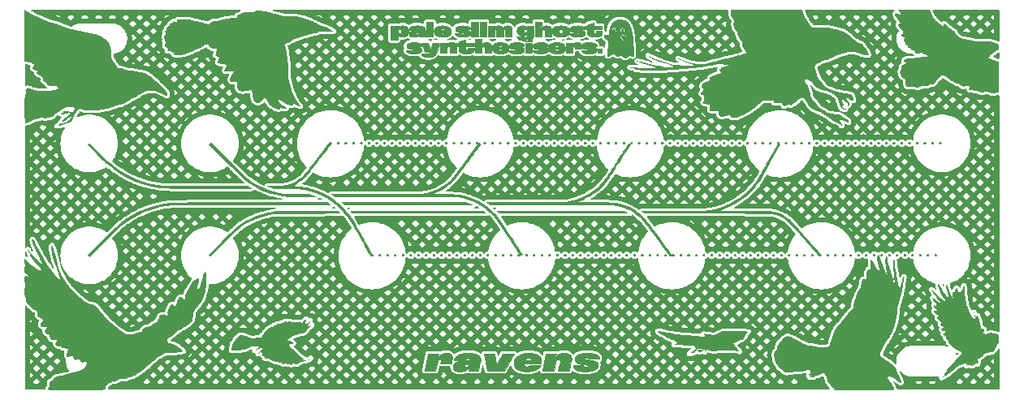
<source format=gtl>
%TF.GenerationSoftware,KiCad,Pcbnew,7.0.1-0*%
%TF.CreationDate,2023-08-11T08:05:26+01:00*%
%TF.ProjectId,ravens-panel-black,72617665-6e73-42d7-9061-6e656c2d626c,rev?*%
%TF.SameCoordinates,Original*%
%TF.FileFunction,Copper,L1,Top*%
%TF.FilePolarity,Positive*%
%FSLAX46Y46*%
G04 Gerber Fmt 4.6, Leading zero omitted, Abs format (unit mm)*
G04 Created by KiCad (PCBNEW 7.0.1-0) date 2023-08-11 08:05:26*
%MOMM*%
%LPD*%
G01*
G04 APERTURE LIST*
%TA.AperFunction,NonConductor*%
%ADD10C,0.052916*%
%TD*%
%TA.AperFunction,NonConductor*%
%ADD11C,0.050270*%
%TD*%
G04 APERTURE END LIST*
D10*
X102423957Y-31179451D02*
X103118224Y-31179451D01*
X103118372Y-31188876D01*
X103118815Y-31198104D01*
X103119549Y-31207133D01*
X103120572Y-31215963D01*
X103121880Y-31224595D01*
X103123470Y-31233029D01*
X103125339Y-31241264D01*
X103127484Y-31249301D01*
X103129902Y-31257139D01*
X103132590Y-31264779D01*
X103135544Y-31272220D01*
X103138762Y-31279463D01*
X103142240Y-31286508D01*
X103145976Y-31293354D01*
X103149966Y-31300001D01*
X103154207Y-31306451D01*
X103157655Y-31311337D01*
X103161250Y-31316074D01*
X103164990Y-31320662D01*
X103168875Y-31325100D01*
X103172902Y-31329387D01*
X103177071Y-31333523D01*
X103181379Y-31337509D01*
X103185825Y-31341343D01*
X103190407Y-31345024D01*
X103195125Y-31348554D01*
X103199975Y-31351931D01*
X103204958Y-31355155D01*
X103210070Y-31358225D01*
X103215311Y-31361141D01*
X103226174Y-31366511D01*
X103237532Y-31371261D01*
X103249374Y-31375387D01*
X103261688Y-31378887D01*
X103274460Y-31381758D01*
X103287679Y-31383996D01*
X103301332Y-31385598D01*
X103315407Y-31386562D01*
X103329891Y-31386884D01*
X103344747Y-31386562D01*
X103359148Y-31385598D01*
X103373083Y-31383996D01*
X103386544Y-31381758D01*
X103399522Y-31378887D01*
X103412006Y-31375387D01*
X103423989Y-31371261D01*
X103435459Y-31366511D01*
X103446409Y-31361141D01*
X103456828Y-31355155D01*
X103466708Y-31348554D01*
X103476040Y-31341343D01*
X103484813Y-31333523D01*
X103493019Y-31325100D01*
X103500648Y-31316074D01*
X103507690Y-31306451D01*
X103511932Y-31300001D01*
X103515922Y-31293354D01*
X103519657Y-31286508D01*
X103523136Y-31279463D01*
X103526353Y-31272220D01*
X103529308Y-31264779D01*
X103531995Y-31257139D01*
X103534413Y-31249301D01*
X103536558Y-31241264D01*
X103538428Y-31233029D01*
X103540018Y-31224595D01*
X103541326Y-31215963D01*
X103542348Y-31207133D01*
X103543083Y-31198104D01*
X103543525Y-31188876D01*
X103543674Y-31179451D01*
X103543525Y-31170025D01*
X103543083Y-31160798D01*
X103542348Y-31151769D01*
X103541326Y-31142938D01*
X103540018Y-31134306D01*
X103538428Y-31125873D01*
X103536558Y-31117637D01*
X103534413Y-31109601D01*
X103531995Y-31101762D01*
X103529308Y-31094123D01*
X103526353Y-31086681D01*
X103523136Y-31079438D01*
X103519657Y-31072394D01*
X103515922Y-31065548D01*
X103511932Y-31058900D01*
X103507690Y-31052451D01*
X103504243Y-31047564D01*
X103500648Y-31042827D01*
X103496906Y-31038239D01*
X103493019Y-31033802D01*
X103488987Y-31029514D01*
X103484813Y-31025378D01*
X103480497Y-31021393D01*
X103476040Y-31017559D01*
X103471443Y-31013877D01*
X103466708Y-31010347D01*
X103461836Y-31006970D01*
X103456828Y-31003747D01*
X103451686Y-31000676D01*
X103446409Y-30997760D01*
X103441000Y-30994998D01*
X103435459Y-30992390D01*
X103423989Y-30987641D01*
X103412006Y-30983514D01*
X103399522Y-30980014D01*
X103386544Y-30977144D01*
X103373083Y-30974906D01*
X103359148Y-30973303D01*
X103344747Y-30972339D01*
X103329891Y-30972017D01*
X103315407Y-30972339D01*
X103301332Y-30973303D01*
X103287679Y-30974906D01*
X103274460Y-30977144D01*
X103261688Y-30980014D01*
X103249374Y-30983514D01*
X103237532Y-30987641D01*
X103226174Y-30992390D01*
X103215311Y-30997760D01*
X103204958Y-31003747D01*
X103195125Y-31010347D01*
X103185825Y-31017559D01*
X103177071Y-31025378D01*
X103168875Y-31033802D01*
X103161250Y-31042827D01*
X103154207Y-31052451D01*
X103149966Y-31058900D01*
X103145976Y-31065548D01*
X103142240Y-31072394D01*
X103138762Y-31079438D01*
X103135544Y-31086681D01*
X103132590Y-31094123D01*
X103129902Y-31101762D01*
X103127484Y-31109601D01*
X103125339Y-31117637D01*
X103123470Y-31125873D01*
X103121880Y-31134306D01*
X103120572Y-31142938D01*
X103119549Y-31151769D01*
X103118815Y-31160798D01*
X103118372Y-31170025D01*
X103118224Y-31179451D01*
X102423957Y-31179451D01*
X102423957Y-30639701D01*
X103122457Y-30639701D01*
X103010274Y-30919101D01*
X103063191Y-30919101D01*
X103084790Y-30880883D01*
X103107599Y-30844840D01*
X103131735Y-30811010D01*
X103157316Y-30779434D01*
X103170685Y-30764504D01*
X103184460Y-30750152D01*
X103198654Y-30736385D01*
X103213284Y-30723206D01*
X103228363Y-30710620D01*
X103243906Y-30698634D01*
X103259929Y-30687251D01*
X103276445Y-30676478D01*
X103293469Y-30666318D01*
X103311017Y-30656777D01*
X103329103Y-30647860D01*
X103347742Y-30639573D01*
X103366948Y-30631919D01*
X103386736Y-30624904D01*
X103407121Y-30618534D01*
X103428117Y-30612812D01*
X103449740Y-30607745D01*
X103472004Y-30603338D01*
X103494924Y-30599594D01*
X103518514Y-30596520D01*
X103542789Y-30594120D01*
X103567764Y-30592400D01*
X103593454Y-30591364D01*
X103619874Y-30591017D01*
X103664862Y-30592028D01*
X103708513Y-30595036D01*
X103750782Y-30600003D01*
X103791621Y-30606892D01*
X103830985Y-30615667D01*
X103868826Y-30626290D01*
X103905098Y-30638723D01*
X103939755Y-30652930D01*
X103972750Y-30668873D01*
X104004036Y-30686515D01*
X104033568Y-30705820D01*
X104061298Y-30726749D01*
X104087180Y-30749265D01*
X104111168Y-30773332D01*
X104133215Y-30798912D01*
X104153274Y-30825967D01*
X104164856Y-30843750D01*
X104175780Y-30862166D01*
X104186035Y-30881201D01*
X104195607Y-30900844D01*
X104204485Y-30921083D01*
X104212656Y-30941904D01*
X104220108Y-30963296D01*
X104226828Y-30985246D01*
X104232804Y-31007742D01*
X104238023Y-31030771D01*
X104242474Y-31054321D01*
X104246143Y-31078380D01*
X104249018Y-31102934D01*
X104251087Y-31127973D01*
X104252338Y-31153482D01*
X104252757Y-31179451D01*
X104252338Y-31205768D01*
X104251087Y-31231536D01*
X104249018Y-31256753D01*
X104246143Y-31281414D01*
X104242474Y-31305518D01*
X104238023Y-31329060D01*
X104232804Y-31352038D01*
X104226828Y-31374449D01*
X104220108Y-31396289D01*
X104212656Y-31417555D01*
X104204485Y-31438245D01*
X104195607Y-31458355D01*
X104186035Y-31477882D01*
X104175780Y-31496823D01*
X104164856Y-31515174D01*
X104153274Y-31532934D01*
X104143496Y-31546644D01*
X104133215Y-31559990D01*
X104122437Y-31572966D01*
X104111168Y-31585570D01*
X104099414Y-31597794D01*
X104087180Y-31609636D01*
X104074473Y-31621091D01*
X104061298Y-31632153D01*
X104047661Y-31642818D01*
X104033568Y-31653082D01*
X104019024Y-31662939D01*
X104004036Y-31672386D01*
X103972750Y-31690028D01*
X103939755Y-31705971D01*
X103905098Y-31720178D01*
X103868826Y-31732612D01*
X103830985Y-31743234D01*
X103791621Y-31752009D01*
X103750782Y-31758899D01*
X103708513Y-31763866D01*
X103664862Y-31766873D01*
X103619874Y-31767884D01*
X103567764Y-31766502D01*
X103518514Y-31762382D01*
X103472004Y-31755564D01*
X103428117Y-31746089D01*
X103386736Y-31733997D01*
X103347742Y-31719329D01*
X103311017Y-31702124D01*
X103276445Y-31682424D01*
X103243906Y-31660267D01*
X103213284Y-31635696D01*
X103184460Y-31608749D01*
X103157316Y-31579468D01*
X103131735Y-31547892D01*
X103107599Y-31514062D01*
X103084790Y-31478018D01*
X103063191Y-31439801D01*
X103010274Y-31439801D01*
X103122457Y-31719201D01*
X103122457Y-32100201D01*
X102423957Y-32100201D01*
X102423957Y-31179451D01*
%TA.AperFunction,NonConductor*%
G36*
X102423957Y-31179451D02*
G01*
X103118224Y-31179451D01*
X103118372Y-31188876D01*
X103118815Y-31198104D01*
X103119549Y-31207133D01*
X103120572Y-31215963D01*
X103121880Y-31224595D01*
X103123470Y-31233029D01*
X103125339Y-31241264D01*
X103127484Y-31249301D01*
X103129902Y-31257139D01*
X103132590Y-31264779D01*
X103135544Y-31272220D01*
X103138762Y-31279463D01*
X103142240Y-31286508D01*
X103145976Y-31293354D01*
X103149966Y-31300001D01*
X103154207Y-31306451D01*
X103157655Y-31311337D01*
X103161250Y-31316074D01*
X103164990Y-31320662D01*
X103168875Y-31325100D01*
X103172902Y-31329387D01*
X103177071Y-31333523D01*
X103181379Y-31337509D01*
X103185825Y-31341343D01*
X103190407Y-31345024D01*
X103195125Y-31348554D01*
X103199975Y-31351931D01*
X103204958Y-31355155D01*
X103210070Y-31358225D01*
X103215311Y-31361141D01*
X103226174Y-31366511D01*
X103237532Y-31371261D01*
X103249374Y-31375387D01*
X103261688Y-31378887D01*
X103274460Y-31381758D01*
X103287679Y-31383996D01*
X103301332Y-31385598D01*
X103315407Y-31386562D01*
X103329891Y-31386884D01*
X103344747Y-31386562D01*
X103359148Y-31385598D01*
X103373083Y-31383996D01*
X103386544Y-31381758D01*
X103399522Y-31378887D01*
X103412006Y-31375387D01*
X103423989Y-31371261D01*
X103435459Y-31366511D01*
X103446409Y-31361141D01*
X103456828Y-31355155D01*
X103466708Y-31348554D01*
X103476040Y-31341343D01*
X103484813Y-31333523D01*
X103493019Y-31325100D01*
X103500648Y-31316074D01*
X103507690Y-31306451D01*
X103511932Y-31300001D01*
X103515922Y-31293354D01*
X103519657Y-31286508D01*
X103523136Y-31279463D01*
X103526353Y-31272220D01*
X103529308Y-31264779D01*
X103531995Y-31257139D01*
X103534413Y-31249301D01*
X103536558Y-31241264D01*
X103538428Y-31233029D01*
X103540018Y-31224595D01*
X103541326Y-31215963D01*
X103542348Y-31207133D01*
X103543083Y-31198104D01*
X103543525Y-31188876D01*
X103543674Y-31179451D01*
X103543525Y-31170025D01*
X103543083Y-31160798D01*
X103542348Y-31151769D01*
X103541326Y-31142938D01*
X103540018Y-31134306D01*
X103538428Y-31125873D01*
X103536558Y-31117637D01*
X103534413Y-31109601D01*
X103531995Y-31101762D01*
X103529308Y-31094123D01*
X103526353Y-31086681D01*
X103523136Y-31079438D01*
X103519657Y-31072394D01*
X103515922Y-31065548D01*
X103511932Y-31058900D01*
X103507690Y-31052451D01*
X103504243Y-31047564D01*
X103500648Y-31042827D01*
X103496906Y-31038239D01*
X103493019Y-31033802D01*
X103488987Y-31029514D01*
X103484813Y-31025378D01*
X103480497Y-31021393D01*
X103476040Y-31017559D01*
X103471443Y-31013877D01*
X103466708Y-31010347D01*
X103461836Y-31006970D01*
X103456828Y-31003747D01*
X103451686Y-31000676D01*
X103446409Y-30997760D01*
X103441000Y-30994998D01*
X103435459Y-30992390D01*
X103423989Y-30987641D01*
X103412006Y-30983514D01*
X103399522Y-30980014D01*
X103386544Y-30977144D01*
X103373083Y-30974906D01*
X103359148Y-30973303D01*
X103344747Y-30972339D01*
X103329891Y-30972017D01*
X103315407Y-30972339D01*
X103301332Y-30973303D01*
X103287679Y-30974906D01*
X103274460Y-30977144D01*
X103261688Y-30980014D01*
X103249374Y-30983514D01*
X103237532Y-30987641D01*
X103226174Y-30992390D01*
X103215311Y-30997760D01*
X103204958Y-31003747D01*
X103195125Y-31010347D01*
X103185825Y-31017559D01*
X103177071Y-31025378D01*
X103168875Y-31033802D01*
X103161250Y-31042827D01*
X103154207Y-31052451D01*
X103149966Y-31058900D01*
X103145976Y-31065548D01*
X103142240Y-31072394D01*
X103138762Y-31079438D01*
X103135544Y-31086681D01*
X103132590Y-31094123D01*
X103129902Y-31101762D01*
X103127484Y-31109601D01*
X103125339Y-31117637D01*
X103123470Y-31125873D01*
X103121880Y-31134306D01*
X103120572Y-31142938D01*
X103119549Y-31151769D01*
X103118815Y-31160798D01*
X103118372Y-31170025D01*
X103118224Y-31179451D01*
X102423957Y-31179451D01*
X102423957Y-30639701D01*
X103122457Y-30639701D01*
X103010274Y-30919101D01*
X103063191Y-30919101D01*
X103084790Y-30880883D01*
X103107599Y-30844840D01*
X103131735Y-30811010D01*
X103157316Y-30779434D01*
X103170685Y-30764504D01*
X103184460Y-30750152D01*
X103198654Y-30736385D01*
X103213284Y-30723206D01*
X103228363Y-30710620D01*
X103243906Y-30698634D01*
X103259929Y-30687251D01*
X103276445Y-30676478D01*
X103293469Y-30666318D01*
X103311017Y-30656777D01*
X103329103Y-30647860D01*
X103347742Y-30639573D01*
X103366948Y-30631919D01*
X103386736Y-30624904D01*
X103407121Y-30618534D01*
X103428117Y-30612812D01*
X103449740Y-30607745D01*
X103472004Y-30603338D01*
X103494924Y-30599594D01*
X103518514Y-30596520D01*
X103542789Y-30594120D01*
X103567764Y-30592400D01*
X103593454Y-30591364D01*
X103619874Y-30591017D01*
X103664862Y-30592028D01*
X103708513Y-30595036D01*
X103750782Y-30600003D01*
X103791621Y-30606892D01*
X103830985Y-30615667D01*
X103868826Y-30626290D01*
X103905098Y-30638723D01*
X103939755Y-30652930D01*
X103972750Y-30668873D01*
X104004036Y-30686515D01*
X104033568Y-30705820D01*
X104061298Y-30726749D01*
X104087180Y-30749265D01*
X104111168Y-30773332D01*
X104133215Y-30798912D01*
X104153274Y-30825967D01*
X104164856Y-30843750D01*
X104175780Y-30862166D01*
X104186035Y-30881201D01*
X104195607Y-30900844D01*
X104204485Y-30921083D01*
X104212656Y-30941904D01*
X104220108Y-30963296D01*
X104226828Y-30985246D01*
X104232804Y-31007742D01*
X104238023Y-31030771D01*
X104242474Y-31054321D01*
X104246143Y-31078380D01*
X104249018Y-31102934D01*
X104251087Y-31127973D01*
X104252338Y-31153482D01*
X104252757Y-31179451D01*
X104252338Y-31205768D01*
X104251087Y-31231536D01*
X104249018Y-31256753D01*
X104246143Y-31281414D01*
X104242474Y-31305518D01*
X104238023Y-31329060D01*
X104232804Y-31352038D01*
X104226828Y-31374449D01*
X104220108Y-31396289D01*
X104212656Y-31417555D01*
X104204485Y-31438245D01*
X104195607Y-31458355D01*
X104186035Y-31477882D01*
X104175780Y-31496823D01*
X104164856Y-31515174D01*
X104153274Y-31532934D01*
X104143496Y-31546644D01*
X104133215Y-31559990D01*
X104122437Y-31572966D01*
X104111168Y-31585570D01*
X104099414Y-31597794D01*
X104087180Y-31609636D01*
X104074473Y-31621091D01*
X104061298Y-31632153D01*
X104047661Y-31642818D01*
X104033568Y-31653082D01*
X104019024Y-31662939D01*
X104004036Y-31672386D01*
X103972750Y-31690028D01*
X103939755Y-31705971D01*
X103905098Y-31720178D01*
X103868826Y-31732612D01*
X103830985Y-31743234D01*
X103791621Y-31752009D01*
X103750782Y-31758899D01*
X103708513Y-31763866D01*
X103664862Y-31766873D01*
X103619874Y-31767884D01*
X103567764Y-31766502D01*
X103518514Y-31762382D01*
X103472004Y-31755564D01*
X103428117Y-31746089D01*
X103386736Y-31733997D01*
X103347742Y-31719329D01*
X103311017Y-31702124D01*
X103276445Y-31682424D01*
X103243906Y-31660267D01*
X103213284Y-31635696D01*
X103184460Y-31608749D01*
X103157316Y-31579468D01*
X103131735Y-31547892D01*
X103107599Y-31514062D01*
X103084790Y-31478018D01*
X103063191Y-31439801D01*
X103010274Y-31439801D01*
X103122457Y-31719201D01*
X103122457Y-32100201D01*
X102423957Y-32100201D01*
X102423957Y-31179451D01*
G37*
%TD.AperFunction*%
X119215473Y-31179451D02*
X119924556Y-31179451D01*
X119924681Y-31188853D01*
X119925057Y-31198013D01*
X119925686Y-31206937D01*
X119926574Y-31215632D01*
X119927721Y-31224104D01*
X119929132Y-31232359D01*
X119930810Y-31240403D01*
X119932758Y-31248242D01*
X119934978Y-31255883D01*
X119937475Y-31263332D01*
X119940250Y-31270594D01*
X119943308Y-31277677D01*
X119946651Y-31284586D01*
X119950282Y-31291328D01*
X119954204Y-31297909D01*
X119958422Y-31304334D01*
X119961876Y-31309227D01*
X119965488Y-31313981D01*
X119969258Y-31318598D01*
X119973181Y-31323074D01*
X119977256Y-31327409D01*
X119981481Y-31331602D01*
X119985854Y-31335652D01*
X119990371Y-31339557D01*
X119995031Y-31343316D01*
X119999831Y-31346928D01*
X120004769Y-31350393D01*
X120009843Y-31353708D01*
X120020388Y-31359886D01*
X120031448Y-31365453D01*
X120043004Y-31370400D01*
X120055037Y-31374717D01*
X120067529Y-31378396D01*
X120080462Y-31381427D01*
X120093816Y-31383800D01*
X120107574Y-31385507D01*
X120121716Y-31386538D01*
X120136223Y-31386884D01*
X120151103Y-31386538D01*
X120165571Y-31385507D01*
X120179611Y-31383800D01*
X120193207Y-31381427D01*
X120206345Y-31378396D01*
X120219008Y-31374717D01*
X120231182Y-31370400D01*
X120242850Y-31365453D01*
X120253997Y-31359886D01*
X120264608Y-31353708D01*
X120274667Y-31346928D01*
X120284158Y-31339557D01*
X120293067Y-31331602D01*
X120301377Y-31323074D01*
X120309073Y-31313981D01*
X120316140Y-31304334D01*
X120320357Y-31297909D01*
X120324280Y-31291328D01*
X120327911Y-31284586D01*
X120331254Y-31277677D01*
X120334312Y-31270594D01*
X120337087Y-31263332D01*
X120339584Y-31255883D01*
X120341804Y-31248242D01*
X120343752Y-31240403D01*
X120345430Y-31232359D01*
X120346841Y-31224104D01*
X120347989Y-31215632D01*
X120348876Y-31206937D01*
X120349506Y-31198013D01*
X120349882Y-31188853D01*
X120350007Y-31179451D01*
X120349882Y-31170397D01*
X120349506Y-31161496D01*
X120348876Y-31152750D01*
X120347989Y-31144162D01*
X120346841Y-31135735D01*
X120345430Y-31127472D01*
X120343752Y-31119377D01*
X120341804Y-31111453D01*
X120339584Y-31103702D01*
X120337087Y-31096128D01*
X120334312Y-31088733D01*
X120331254Y-31081522D01*
X120327911Y-31074496D01*
X120324280Y-31067660D01*
X120320357Y-31061016D01*
X120316140Y-31054567D01*
X120312686Y-31049675D01*
X120309073Y-31044920D01*
X120305303Y-31040304D01*
X120301377Y-31035827D01*
X120297297Y-31031492D01*
X120293067Y-31027299D01*
X120288686Y-31023250D01*
X120284158Y-31019345D01*
X120279484Y-31015585D01*
X120274667Y-31011973D01*
X120269707Y-31008509D01*
X120264608Y-31005194D01*
X120259370Y-31002029D01*
X120253997Y-30999016D01*
X120242850Y-30993449D01*
X120231182Y-30988502D01*
X120219008Y-30984184D01*
X120206345Y-30980505D01*
X120193207Y-30977474D01*
X120179611Y-30975101D01*
X120165571Y-30973394D01*
X120151103Y-30972363D01*
X120136223Y-30972017D01*
X120121716Y-30972363D01*
X120107574Y-30973394D01*
X120093816Y-30975101D01*
X120080462Y-30977474D01*
X120067529Y-30980505D01*
X120055037Y-30984184D01*
X120043004Y-30988502D01*
X120031448Y-30993449D01*
X120020388Y-30999016D01*
X120009843Y-31005194D01*
X119999831Y-31011973D01*
X119990371Y-31019345D01*
X119981481Y-31027299D01*
X119973181Y-31035827D01*
X119965488Y-31044920D01*
X119958422Y-31054567D01*
X119954204Y-31061016D01*
X119950282Y-31067660D01*
X119946651Y-31074496D01*
X119943308Y-31081522D01*
X119940250Y-31088733D01*
X119937475Y-31096128D01*
X119934978Y-31103702D01*
X119932758Y-31111453D01*
X119930810Y-31119377D01*
X119929132Y-31127472D01*
X119927721Y-31135735D01*
X119926574Y-31144162D01*
X119925686Y-31152750D01*
X119925057Y-31161496D01*
X119924681Y-31170397D01*
X119924556Y-31179451D01*
X119215473Y-31179451D01*
X119215843Y-31159359D01*
X119216945Y-31139569D01*
X119218766Y-31120082D01*
X119221294Y-31100903D01*
X119224516Y-31082033D01*
X119228421Y-31063476D01*
X119232995Y-31045236D01*
X119238227Y-31027315D01*
X119244103Y-31009717D01*
X119250612Y-30992444D01*
X119257741Y-30975500D01*
X119265478Y-30958887D01*
X119273811Y-30942610D01*
X119282726Y-30926670D01*
X119292212Y-30911072D01*
X119302256Y-30895817D01*
X119315047Y-30877996D01*
X119328807Y-30860652D01*
X119343524Y-30843791D01*
X119359187Y-30827418D01*
X119375785Y-30811541D01*
X119393306Y-30796163D01*
X119411740Y-30781292D01*
X119431075Y-30766932D01*
X119451300Y-30753091D01*
X119472404Y-30739773D01*
X119494374Y-30726984D01*
X119517201Y-30714731D01*
X119565379Y-30691853D01*
X119616846Y-30671186D01*
X119671513Y-30652776D01*
X119729289Y-30636670D01*
X119790086Y-30622915D01*
X119853813Y-30611556D01*
X119920380Y-30602640D01*
X119989697Y-30596214D01*
X120061675Y-30592324D01*
X120136223Y-30591017D01*
X120211144Y-30592324D01*
X120283447Y-30596214D01*
X120353047Y-30602640D01*
X120419857Y-30611556D01*
X120483789Y-30622915D01*
X120544756Y-30636670D01*
X120602673Y-30652776D01*
X120657452Y-30671186D01*
X120709007Y-30691853D01*
X120757250Y-30714731D01*
X120802095Y-30739773D01*
X120843454Y-30766932D01*
X120881242Y-30796163D01*
X120915371Y-30827418D01*
X120945755Y-30860652D01*
X120972306Y-30895817D01*
X120982350Y-30911072D01*
X120991836Y-30926670D01*
X121000751Y-30942610D01*
X121009083Y-30958887D01*
X121016820Y-30975500D01*
X121023950Y-30992444D01*
X121030459Y-31009717D01*
X121036336Y-31027315D01*
X121041567Y-31045236D01*
X121046142Y-31063476D01*
X121050047Y-31082033D01*
X121053269Y-31100903D01*
X121055797Y-31120082D01*
X121057618Y-31139569D01*
X121058720Y-31159359D01*
X121059090Y-31179451D01*
X121058720Y-31199566D01*
X121057618Y-31219423D01*
X121055797Y-31239014D01*
X121053269Y-31258330D01*
X121050047Y-31277359D01*
X121046142Y-31296095D01*
X121041567Y-31314526D01*
X121036336Y-31332644D01*
X121030459Y-31350440D01*
X121023950Y-31367904D01*
X121016820Y-31385027D01*
X121009083Y-31401800D01*
X121000751Y-31418213D01*
X120991836Y-31434257D01*
X120982350Y-31449923D01*
X120972306Y-31465201D01*
X120959515Y-31483016D01*
X120945755Y-31500342D01*
X120931037Y-31517175D01*
X120915371Y-31533509D01*
X120898769Y-31549339D01*
X120881242Y-31564660D01*
X120862800Y-31579467D01*
X120843454Y-31593755D01*
X120823216Y-31607519D01*
X120802095Y-31620754D01*
X120780103Y-31633456D01*
X120757250Y-31645618D01*
X120709007Y-31668304D01*
X120657452Y-31688774D01*
X120602673Y-31706986D01*
X120544756Y-31722901D01*
X120483789Y-31736478D01*
X120419857Y-31747677D01*
X120353047Y-31756457D01*
X120283447Y-31762778D01*
X120211144Y-31766601D01*
X120136223Y-31767884D01*
X120061675Y-31766601D01*
X119989697Y-31762778D01*
X119920380Y-31756457D01*
X119853813Y-31747677D01*
X119790086Y-31736478D01*
X119729289Y-31722901D01*
X119671513Y-31706986D01*
X119616846Y-31688774D01*
X119565379Y-31668304D01*
X119517201Y-31645618D01*
X119472404Y-31620754D01*
X119431075Y-31593755D01*
X119393306Y-31564660D01*
X119359187Y-31533509D01*
X119328807Y-31500342D01*
X119302256Y-31465201D01*
X119292212Y-31449923D01*
X119282726Y-31434257D01*
X119273811Y-31418213D01*
X119265478Y-31401800D01*
X119257741Y-31385027D01*
X119250612Y-31367904D01*
X119244103Y-31350440D01*
X119238227Y-31332644D01*
X119232995Y-31314526D01*
X119228421Y-31296095D01*
X119224516Y-31277359D01*
X119221294Y-31258330D01*
X119218766Y-31239014D01*
X119216945Y-31219423D01*
X119215843Y-31199566D01*
X119215473Y-31179451D01*
%TA.AperFunction,NonConductor*%
G36*
X119215473Y-31179451D02*
G01*
X119924556Y-31179451D01*
X119924681Y-31188853D01*
X119925057Y-31198013D01*
X119925686Y-31206937D01*
X119926574Y-31215632D01*
X119927721Y-31224104D01*
X119929132Y-31232359D01*
X119930810Y-31240403D01*
X119932758Y-31248242D01*
X119934978Y-31255883D01*
X119937475Y-31263332D01*
X119940250Y-31270594D01*
X119943308Y-31277677D01*
X119946651Y-31284586D01*
X119950282Y-31291328D01*
X119954204Y-31297909D01*
X119958422Y-31304334D01*
X119961876Y-31309227D01*
X119965488Y-31313981D01*
X119969258Y-31318598D01*
X119973181Y-31323074D01*
X119977256Y-31327409D01*
X119981481Y-31331602D01*
X119985854Y-31335652D01*
X119990371Y-31339557D01*
X119995031Y-31343316D01*
X119999831Y-31346928D01*
X120004769Y-31350393D01*
X120009843Y-31353708D01*
X120020388Y-31359886D01*
X120031448Y-31365453D01*
X120043004Y-31370400D01*
X120055037Y-31374717D01*
X120067529Y-31378396D01*
X120080462Y-31381427D01*
X120093816Y-31383800D01*
X120107574Y-31385507D01*
X120121716Y-31386538D01*
X120136223Y-31386884D01*
X120151103Y-31386538D01*
X120165571Y-31385507D01*
X120179611Y-31383800D01*
X120193207Y-31381427D01*
X120206345Y-31378396D01*
X120219008Y-31374717D01*
X120231182Y-31370400D01*
X120242850Y-31365453D01*
X120253997Y-31359886D01*
X120264608Y-31353708D01*
X120274667Y-31346928D01*
X120284158Y-31339557D01*
X120293067Y-31331602D01*
X120301377Y-31323074D01*
X120309073Y-31313981D01*
X120316140Y-31304334D01*
X120320357Y-31297909D01*
X120324280Y-31291328D01*
X120327911Y-31284586D01*
X120331254Y-31277677D01*
X120334312Y-31270594D01*
X120337087Y-31263332D01*
X120339584Y-31255883D01*
X120341804Y-31248242D01*
X120343752Y-31240403D01*
X120345430Y-31232359D01*
X120346841Y-31224104D01*
X120347989Y-31215632D01*
X120348876Y-31206937D01*
X120349506Y-31198013D01*
X120349882Y-31188853D01*
X120350007Y-31179451D01*
X120349882Y-31170397D01*
X120349506Y-31161496D01*
X120348876Y-31152750D01*
X120347989Y-31144162D01*
X120346841Y-31135735D01*
X120345430Y-31127472D01*
X120343752Y-31119377D01*
X120341804Y-31111453D01*
X120339584Y-31103702D01*
X120337087Y-31096128D01*
X120334312Y-31088733D01*
X120331254Y-31081522D01*
X120327911Y-31074496D01*
X120324280Y-31067660D01*
X120320357Y-31061016D01*
X120316140Y-31054567D01*
X120312686Y-31049675D01*
X120309073Y-31044920D01*
X120305303Y-31040304D01*
X120301377Y-31035827D01*
X120297297Y-31031492D01*
X120293067Y-31027299D01*
X120288686Y-31023250D01*
X120284158Y-31019345D01*
X120279484Y-31015585D01*
X120274667Y-31011973D01*
X120269707Y-31008509D01*
X120264608Y-31005194D01*
X120259370Y-31002029D01*
X120253997Y-30999016D01*
X120242850Y-30993449D01*
X120231182Y-30988502D01*
X120219008Y-30984184D01*
X120206345Y-30980505D01*
X120193207Y-30977474D01*
X120179611Y-30975101D01*
X120165571Y-30973394D01*
X120151103Y-30972363D01*
X120136223Y-30972017D01*
X120121716Y-30972363D01*
X120107574Y-30973394D01*
X120093816Y-30975101D01*
X120080462Y-30977474D01*
X120067529Y-30980505D01*
X120055037Y-30984184D01*
X120043004Y-30988502D01*
X120031448Y-30993449D01*
X120020388Y-30999016D01*
X120009843Y-31005194D01*
X119999831Y-31011973D01*
X119990371Y-31019345D01*
X119981481Y-31027299D01*
X119973181Y-31035827D01*
X119965488Y-31044920D01*
X119958422Y-31054567D01*
X119954204Y-31061016D01*
X119950282Y-31067660D01*
X119946651Y-31074496D01*
X119943308Y-31081522D01*
X119940250Y-31088733D01*
X119937475Y-31096128D01*
X119934978Y-31103702D01*
X119932758Y-31111453D01*
X119930810Y-31119377D01*
X119929132Y-31127472D01*
X119927721Y-31135735D01*
X119926574Y-31144162D01*
X119925686Y-31152750D01*
X119925057Y-31161496D01*
X119924681Y-31170397D01*
X119924556Y-31179451D01*
X119215473Y-31179451D01*
X119215843Y-31159359D01*
X119216945Y-31139569D01*
X119218766Y-31120082D01*
X119221294Y-31100903D01*
X119224516Y-31082033D01*
X119228421Y-31063476D01*
X119232995Y-31045236D01*
X119238227Y-31027315D01*
X119244103Y-31009717D01*
X119250612Y-30992444D01*
X119257741Y-30975500D01*
X119265478Y-30958887D01*
X119273811Y-30942610D01*
X119282726Y-30926670D01*
X119292212Y-30911072D01*
X119302256Y-30895817D01*
X119315047Y-30877996D01*
X119328807Y-30860652D01*
X119343524Y-30843791D01*
X119359187Y-30827418D01*
X119375785Y-30811541D01*
X119393306Y-30796163D01*
X119411740Y-30781292D01*
X119431075Y-30766932D01*
X119451300Y-30753091D01*
X119472404Y-30739773D01*
X119494374Y-30726984D01*
X119517201Y-30714731D01*
X119565379Y-30691853D01*
X119616846Y-30671186D01*
X119671513Y-30652776D01*
X119729289Y-30636670D01*
X119790086Y-30622915D01*
X119853813Y-30611556D01*
X119920380Y-30602640D01*
X119989697Y-30596214D01*
X120061675Y-30592324D01*
X120136223Y-30591017D01*
X120211144Y-30592324D01*
X120283447Y-30596214D01*
X120353047Y-30602640D01*
X120419857Y-30611556D01*
X120483789Y-30622915D01*
X120544756Y-30636670D01*
X120602673Y-30652776D01*
X120657452Y-30671186D01*
X120709007Y-30691853D01*
X120757250Y-30714731D01*
X120802095Y-30739773D01*
X120843454Y-30766932D01*
X120881242Y-30796163D01*
X120915371Y-30827418D01*
X120945755Y-30860652D01*
X120972306Y-30895817D01*
X120982350Y-30911072D01*
X120991836Y-30926670D01*
X121000751Y-30942610D01*
X121009083Y-30958887D01*
X121016820Y-30975500D01*
X121023950Y-30992444D01*
X121030459Y-31009717D01*
X121036336Y-31027315D01*
X121041567Y-31045236D01*
X121046142Y-31063476D01*
X121050047Y-31082033D01*
X121053269Y-31100903D01*
X121055797Y-31120082D01*
X121057618Y-31139569D01*
X121058720Y-31159359D01*
X121059090Y-31179451D01*
X121058720Y-31199566D01*
X121057618Y-31219423D01*
X121055797Y-31239014D01*
X121053269Y-31258330D01*
X121050047Y-31277359D01*
X121046142Y-31296095D01*
X121041567Y-31314526D01*
X121036336Y-31332644D01*
X121030459Y-31350440D01*
X121023950Y-31367904D01*
X121016820Y-31385027D01*
X121009083Y-31401800D01*
X121000751Y-31418213D01*
X120991836Y-31434257D01*
X120982350Y-31449923D01*
X120972306Y-31465201D01*
X120959515Y-31483016D01*
X120945755Y-31500342D01*
X120931037Y-31517175D01*
X120915371Y-31533509D01*
X120898769Y-31549339D01*
X120881242Y-31564660D01*
X120862800Y-31579467D01*
X120843454Y-31593755D01*
X120823216Y-31607519D01*
X120802095Y-31620754D01*
X120780103Y-31633456D01*
X120757250Y-31645618D01*
X120709007Y-31668304D01*
X120657452Y-31688774D01*
X120602673Y-31706986D01*
X120544756Y-31722901D01*
X120483789Y-31736478D01*
X120419857Y-31747677D01*
X120353047Y-31756457D01*
X120283447Y-31762778D01*
X120211144Y-31766601D01*
X120136223Y-31767884D01*
X120061675Y-31766601D01*
X119989697Y-31762778D01*
X119920380Y-31756457D01*
X119853813Y-31747677D01*
X119790086Y-31736478D01*
X119729289Y-31722901D01*
X119671513Y-31706986D01*
X119616846Y-31688774D01*
X119565379Y-31668304D01*
X119517201Y-31645618D01*
X119472404Y-31620754D01*
X119431075Y-31593755D01*
X119393306Y-31564660D01*
X119359187Y-31533509D01*
X119328807Y-31500342D01*
X119302256Y-31465201D01*
X119292212Y-31449923D01*
X119282726Y-31434257D01*
X119273811Y-31418213D01*
X119265478Y-31401800D01*
X119257741Y-31385027D01*
X119250612Y-31367904D01*
X119244103Y-31350440D01*
X119238227Y-31332644D01*
X119232995Y-31314526D01*
X119228421Y-31296095D01*
X119224516Y-31277359D01*
X119221294Y-31258330D01*
X119218766Y-31239014D01*
X119216945Y-31219423D01*
X119215843Y-31199566D01*
X119215473Y-31179451D01*
G37*
%TD.AperFunction*%
D11*
X122987484Y-64755962D02*
X123062137Y-64758175D01*
X123134315Y-64761818D01*
X123204019Y-64766855D01*
X123271251Y-64773249D01*
X123336013Y-64780962D01*
X123398307Y-64789958D01*
X123458134Y-64800201D01*
X123515498Y-64811652D01*
X123570398Y-64824276D01*
X123622839Y-64838036D01*
X123672820Y-64852895D01*
X123720345Y-64868815D01*
X123765416Y-64885761D01*
X123808033Y-64903695D01*
X123848199Y-64922580D01*
X123885916Y-64942380D01*
X123921186Y-64963058D01*
X123954011Y-64984576D01*
X123984393Y-65006899D01*
X124012332Y-65029989D01*
X124037833Y-65053809D01*
X124060896Y-65078323D01*
X124081523Y-65103494D01*
X124099716Y-65129284D01*
X124115477Y-65155658D01*
X124128808Y-65182578D01*
X124139711Y-65210007D01*
X124148188Y-65237909D01*
X124154240Y-65266246D01*
X124157871Y-65294982D01*
X124159080Y-65324081D01*
X124159040Y-65329813D01*
X124158924Y-65335307D01*
X124158737Y-65340566D01*
X124158484Y-65345597D01*
X124158170Y-65350405D01*
X124157800Y-65354994D01*
X124156912Y-65363537D01*
X124155862Y-65371267D01*
X124154690Y-65378225D01*
X124153437Y-65384451D01*
X124152142Y-65389986D01*
X123097661Y-65389986D01*
X123098310Y-65388605D01*
X123098955Y-65387066D01*
X123099589Y-65385375D01*
X123100208Y-65383536D01*
X123101380Y-65379437D01*
X123101923Y-65377187D01*
X123102430Y-65374810D01*
X123102897Y-65372311D01*
X123103318Y-65369695D01*
X123103688Y-65366968D01*
X123104002Y-65364133D01*
X123104255Y-65361197D01*
X123104443Y-65358165D01*
X123104559Y-65355041D01*
X123104598Y-65351830D01*
X123104315Y-65344808D01*
X123103470Y-65338047D01*
X123102069Y-65331545D01*
X123100120Y-65325300D01*
X123097631Y-65319309D01*
X123094607Y-65313570D01*
X123091055Y-65308079D01*
X123086984Y-65302835D01*
X123082400Y-65297835D01*
X123077309Y-65293076D01*
X123065637Y-65284272D01*
X123052024Y-65276403D01*
X123036526Y-65269449D01*
X123019199Y-65263389D01*
X123000098Y-65258203D01*
X122979280Y-65253870D01*
X122956801Y-65250371D01*
X122932715Y-65247685D01*
X122907080Y-65245791D01*
X122879952Y-65244670D01*
X122851385Y-65244301D01*
X122821955Y-65244816D01*
X122806814Y-65245490D01*
X122791550Y-65246469D01*
X122776287Y-65247773D01*
X122761145Y-65249423D01*
X122746247Y-65251438D01*
X122731716Y-65253840D01*
X122717671Y-65256648D01*
X122704237Y-65259883D01*
X122691534Y-65263565D01*
X122679685Y-65267715D01*
X122668812Y-65272352D01*
X122659035Y-65277497D01*
X122654597Y-65280267D01*
X122650479Y-65283171D01*
X122646696Y-65286213D01*
X122643264Y-65289394D01*
X122640744Y-65292035D01*
X122638386Y-65294753D01*
X122636191Y-65297541D01*
X122634159Y-65300396D01*
X122632289Y-65303312D01*
X122630582Y-65306283D01*
X122629037Y-65309306D01*
X122627655Y-65312374D01*
X122626436Y-65315483D01*
X122625379Y-65318627D01*
X122624484Y-65321802D01*
X122623753Y-65325002D01*
X122623184Y-65328223D01*
X122622777Y-65331458D01*
X122622533Y-65334704D01*
X122622452Y-65337956D01*
X122623035Y-65346782D01*
X122624843Y-65355075D01*
X122627962Y-65362871D01*
X122632479Y-65370203D01*
X122638478Y-65377109D01*
X122646048Y-65383624D01*
X122655275Y-65389783D01*
X122666244Y-65395622D01*
X122679042Y-65401177D01*
X122693756Y-65406482D01*
X122710472Y-65411575D01*
X122729276Y-65416489D01*
X122750255Y-65421261D01*
X122773495Y-65425926D01*
X122799083Y-65430520D01*
X122827104Y-65435079D01*
X123340471Y-65514859D01*
X123430302Y-65531097D01*
X123512645Y-65548671D01*
X123551080Y-65557996D01*
X123587731Y-65567699D01*
X123622627Y-65577795D01*
X123655796Y-65588297D01*
X123687268Y-65599221D01*
X123717072Y-65610582D01*
X123745237Y-65622393D01*
X123771793Y-65634671D01*
X123796769Y-65647428D01*
X123820194Y-65660680D01*
X123842097Y-65674441D01*
X123862508Y-65688727D01*
X123881455Y-65703550D01*
X123898968Y-65718928D01*
X123915076Y-65734873D01*
X123929808Y-65751400D01*
X123943194Y-65768524D01*
X123955263Y-65786260D01*
X123966043Y-65804623D01*
X123975565Y-65823626D01*
X123983857Y-65843285D01*
X123990949Y-65863613D01*
X123996869Y-65884627D01*
X124001648Y-65906339D01*
X124005314Y-65928766D01*
X124007896Y-65951921D01*
X124009424Y-65975819D01*
X124009927Y-66000475D01*
X124009319Y-66030598D01*
X124007501Y-66059842D01*
X124004485Y-66088223D01*
X124000279Y-66115754D01*
X123994895Y-66142453D01*
X123988342Y-66168333D01*
X123980630Y-66193411D01*
X123971771Y-66217701D01*
X123961773Y-66241219D01*
X123950647Y-66263980D01*
X123938403Y-66285999D01*
X123925052Y-66307291D01*
X123910603Y-66327872D01*
X123895067Y-66347757D01*
X123878453Y-66366961D01*
X123860773Y-66385499D01*
X123819250Y-66422575D01*
X123772809Y-66457075D01*
X123721572Y-66489024D01*
X123665659Y-66518447D01*
X123605194Y-66545371D01*
X123540299Y-66569820D01*
X123471094Y-66591821D01*
X123397703Y-66611397D01*
X123320247Y-66628576D01*
X123238848Y-66643381D01*
X123153628Y-66655839D01*
X123064709Y-66665975D01*
X122972213Y-66673814D01*
X122876262Y-66679382D01*
X122776978Y-66682704D01*
X122674482Y-66683806D01*
X122595214Y-66683021D01*
X122518696Y-66680697D01*
X122444911Y-66676881D01*
X122373844Y-66671618D01*
X122305481Y-66664956D01*
X122239805Y-66656940D01*
X122176802Y-66647617D01*
X122116457Y-66637033D01*
X122058754Y-66625235D01*
X122003677Y-66612269D01*
X121951212Y-66598181D01*
X121901344Y-66583018D01*
X121854057Y-66566826D01*
X121809336Y-66549651D01*
X121767165Y-66531540D01*
X121727530Y-66512540D01*
X121690415Y-66492696D01*
X121655806Y-66472054D01*
X121623686Y-66450663D01*
X121594040Y-66428566D01*
X121566854Y-66405812D01*
X121542111Y-66382446D01*
X121519798Y-66358515D01*
X121499898Y-66334065D01*
X121482396Y-66309142D01*
X121467277Y-66283793D01*
X121454526Y-66258065D01*
X121444128Y-66232003D01*
X121436066Y-66205654D01*
X121430327Y-66179064D01*
X121426895Y-66152280D01*
X121425754Y-66125347D01*
X121425794Y-66119616D01*
X121425910Y-66114128D01*
X121426097Y-66108885D01*
X121426351Y-66103885D01*
X121426665Y-66099129D01*
X121427035Y-66094617D01*
X121427456Y-66090349D01*
X121427922Y-66086325D01*
X121428430Y-66082544D01*
X121428973Y-66079008D01*
X121429546Y-66075715D01*
X121430145Y-66072667D01*
X121430764Y-66069862D01*
X121431398Y-66067301D01*
X121432043Y-66064984D01*
X121432692Y-66062911D01*
X122487174Y-66062911D01*
X122486524Y-66064330D01*
X122485880Y-66065973D01*
X122485245Y-66067819D01*
X122484626Y-66069849D01*
X122483454Y-66074374D01*
X122482404Y-66079387D01*
X122481517Y-66084726D01*
X122480832Y-66090227D01*
X122480579Y-66092988D01*
X122480392Y-66095728D01*
X122480276Y-66098428D01*
X122480236Y-66101067D01*
X122480480Y-66106218D01*
X122481209Y-66111264D01*
X122482423Y-66116201D01*
X122484118Y-66121025D01*
X122486294Y-66125732D01*
X122488948Y-66130318D01*
X122495683Y-66139114D01*
X122504308Y-66147381D01*
X122514808Y-66155089D01*
X122527167Y-66162207D01*
X122541371Y-66168706D01*
X122557405Y-66174554D01*
X122575252Y-66179722D01*
X122594898Y-66184178D01*
X122616327Y-66187892D01*
X122639525Y-66190834D01*
X122664475Y-66192973D01*
X122691163Y-66194279D01*
X122719574Y-66194721D01*
X122734755Y-66194558D01*
X122750291Y-66194064D01*
X122766051Y-66193235D01*
X122781903Y-66192065D01*
X122797714Y-66190550D01*
X122813352Y-66188685D01*
X122828685Y-66186464D01*
X122843581Y-66183882D01*
X122857908Y-66180934D01*
X122871534Y-66177615D01*
X122884326Y-66173920D01*
X122896154Y-66169844D01*
X122906883Y-66165382D01*
X122916383Y-66160529D01*
X122920631Y-66157954D01*
X122924521Y-66155279D01*
X122928039Y-66152504D01*
X122931166Y-66149628D01*
X122933725Y-66146985D01*
X122936192Y-66144256D01*
X122938558Y-66141435D01*
X122940813Y-66138518D01*
X122942945Y-66135499D01*
X122944945Y-66132373D01*
X122946803Y-66129135D01*
X122948509Y-66125781D01*
X122950052Y-66122305D01*
X122951422Y-66118701D01*
X122952609Y-66114966D01*
X122953603Y-66111093D01*
X122954394Y-66107078D01*
X122954972Y-66102916D01*
X122955326Y-66098602D01*
X122955446Y-66094129D01*
X122954820Y-66084042D01*
X122952879Y-66074564D01*
X122949524Y-66065655D01*
X122944661Y-66057275D01*
X122938192Y-66049382D01*
X122930021Y-66041936D01*
X122920051Y-66034897D01*
X122908185Y-66028224D01*
X122894328Y-66021876D01*
X122878383Y-66015813D01*
X122860253Y-66009993D01*
X122839841Y-66004377D01*
X122817052Y-65998923D01*
X122791788Y-65993592D01*
X122763952Y-65988341D01*
X122733450Y-65983131D01*
X122233959Y-65906820D01*
X122147141Y-65890845D01*
X122106384Y-65882096D01*
X122067361Y-65872838D01*
X122030047Y-65863072D01*
X121994419Y-65852798D01*
X121960451Y-65842016D01*
X121928119Y-65830726D01*
X121897397Y-65818928D01*
X121868261Y-65806621D01*
X121840686Y-65793807D01*
X121814648Y-65780484D01*
X121790121Y-65766653D01*
X121767081Y-65752315D01*
X121745503Y-65737468D01*
X121725363Y-65722113D01*
X121706635Y-65706249D01*
X121689295Y-65689878D01*
X121673318Y-65672999D01*
X121658679Y-65655611D01*
X121645353Y-65637716D01*
X121633316Y-65619312D01*
X121622543Y-65600400D01*
X121613010Y-65580980D01*
X121604690Y-65561052D01*
X121597561Y-65540616D01*
X121591596Y-65519672D01*
X121586771Y-65498220D01*
X121583061Y-65476259D01*
X121580442Y-65453791D01*
X121578889Y-65430814D01*
X121578377Y-65407329D01*
X121578907Y-65383311D01*
X121580504Y-65359404D01*
X121583179Y-65335640D01*
X121586940Y-65312049D01*
X121591800Y-65288660D01*
X121597767Y-65265506D01*
X121604851Y-65242616D01*
X121613064Y-65220020D01*
X121622415Y-65197750D01*
X121632914Y-65175835D01*
X121644572Y-65154306D01*
X121657399Y-65133195D01*
X121671404Y-65112530D01*
X121686598Y-65092343D01*
X121702992Y-65072664D01*
X121720594Y-65053523D01*
X121762194Y-65016447D01*
X121808849Y-64981948D01*
X121860412Y-64949999D01*
X121916737Y-64920575D01*
X121977675Y-64893651D01*
X122043080Y-64869202D01*
X122112803Y-64847201D01*
X122186698Y-64827625D01*
X122264617Y-64810447D01*
X122346413Y-64795641D01*
X122431939Y-64783183D01*
X122521047Y-64773047D01*
X122613590Y-64765208D01*
X122709420Y-64759640D01*
X122808390Y-64756318D01*
X122910353Y-64755216D01*
X122987484Y-64755962D01*
%TA.AperFunction,NonConductor*%
G36*
X122987484Y-64755962D02*
G01*
X123062137Y-64758175D01*
X123134315Y-64761818D01*
X123204019Y-64766855D01*
X123271251Y-64773249D01*
X123336013Y-64780962D01*
X123398307Y-64789958D01*
X123458134Y-64800201D01*
X123515498Y-64811652D01*
X123570398Y-64824276D01*
X123622839Y-64838036D01*
X123672820Y-64852895D01*
X123720345Y-64868815D01*
X123765416Y-64885761D01*
X123808033Y-64903695D01*
X123848199Y-64922580D01*
X123885916Y-64942380D01*
X123921186Y-64963058D01*
X123954011Y-64984576D01*
X123984393Y-65006899D01*
X124012332Y-65029989D01*
X124037833Y-65053809D01*
X124060896Y-65078323D01*
X124081523Y-65103494D01*
X124099716Y-65129284D01*
X124115477Y-65155658D01*
X124128808Y-65182578D01*
X124139711Y-65210007D01*
X124148188Y-65237909D01*
X124154240Y-65266246D01*
X124157871Y-65294982D01*
X124159080Y-65324081D01*
X124159040Y-65329813D01*
X124158924Y-65335307D01*
X124158737Y-65340566D01*
X124158484Y-65345597D01*
X124158170Y-65350405D01*
X124157800Y-65354994D01*
X124156912Y-65363537D01*
X124155862Y-65371267D01*
X124154690Y-65378225D01*
X124153437Y-65384451D01*
X124152142Y-65389986D01*
X123097661Y-65389986D01*
X123098310Y-65388605D01*
X123098955Y-65387066D01*
X123099589Y-65385375D01*
X123100208Y-65383536D01*
X123101380Y-65379437D01*
X123101923Y-65377187D01*
X123102430Y-65374810D01*
X123102897Y-65372311D01*
X123103318Y-65369695D01*
X123103688Y-65366968D01*
X123104002Y-65364133D01*
X123104255Y-65361197D01*
X123104443Y-65358165D01*
X123104559Y-65355041D01*
X123104598Y-65351830D01*
X123104315Y-65344808D01*
X123103470Y-65338047D01*
X123102069Y-65331545D01*
X123100120Y-65325300D01*
X123097631Y-65319309D01*
X123094607Y-65313570D01*
X123091055Y-65308079D01*
X123086984Y-65302835D01*
X123082400Y-65297835D01*
X123077309Y-65293076D01*
X123065637Y-65284272D01*
X123052024Y-65276403D01*
X123036526Y-65269449D01*
X123019199Y-65263389D01*
X123000098Y-65258203D01*
X122979280Y-65253870D01*
X122956801Y-65250371D01*
X122932715Y-65247685D01*
X122907080Y-65245791D01*
X122879952Y-65244670D01*
X122851385Y-65244301D01*
X122821955Y-65244816D01*
X122806814Y-65245490D01*
X122791550Y-65246469D01*
X122776287Y-65247773D01*
X122761145Y-65249423D01*
X122746247Y-65251438D01*
X122731716Y-65253840D01*
X122717671Y-65256648D01*
X122704237Y-65259883D01*
X122691534Y-65263565D01*
X122679685Y-65267715D01*
X122668812Y-65272352D01*
X122659035Y-65277497D01*
X122654597Y-65280267D01*
X122650479Y-65283171D01*
X122646696Y-65286213D01*
X122643264Y-65289394D01*
X122640744Y-65292035D01*
X122638386Y-65294753D01*
X122636191Y-65297541D01*
X122634159Y-65300396D01*
X122632289Y-65303312D01*
X122630582Y-65306283D01*
X122629037Y-65309306D01*
X122627655Y-65312374D01*
X122626436Y-65315483D01*
X122625379Y-65318627D01*
X122624484Y-65321802D01*
X122623753Y-65325002D01*
X122623184Y-65328223D01*
X122622777Y-65331458D01*
X122622533Y-65334704D01*
X122622452Y-65337956D01*
X122623035Y-65346782D01*
X122624843Y-65355075D01*
X122627962Y-65362871D01*
X122632479Y-65370203D01*
X122638478Y-65377109D01*
X122646048Y-65383624D01*
X122655275Y-65389783D01*
X122666244Y-65395622D01*
X122679042Y-65401177D01*
X122693756Y-65406482D01*
X122710472Y-65411575D01*
X122729276Y-65416489D01*
X122750255Y-65421261D01*
X122773495Y-65425926D01*
X122799083Y-65430520D01*
X122827104Y-65435079D01*
X123340471Y-65514859D01*
X123430302Y-65531097D01*
X123512645Y-65548671D01*
X123551080Y-65557996D01*
X123587731Y-65567699D01*
X123622627Y-65577795D01*
X123655796Y-65588297D01*
X123687268Y-65599221D01*
X123717072Y-65610582D01*
X123745237Y-65622393D01*
X123771793Y-65634671D01*
X123796769Y-65647428D01*
X123820194Y-65660680D01*
X123842097Y-65674441D01*
X123862508Y-65688727D01*
X123881455Y-65703550D01*
X123898968Y-65718928D01*
X123915076Y-65734873D01*
X123929808Y-65751400D01*
X123943194Y-65768524D01*
X123955263Y-65786260D01*
X123966043Y-65804623D01*
X123975565Y-65823626D01*
X123983857Y-65843285D01*
X123990949Y-65863613D01*
X123996869Y-65884627D01*
X124001648Y-65906339D01*
X124005314Y-65928766D01*
X124007896Y-65951921D01*
X124009424Y-65975819D01*
X124009927Y-66000475D01*
X124009319Y-66030598D01*
X124007501Y-66059842D01*
X124004485Y-66088223D01*
X124000279Y-66115754D01*
X123994895Y-66142453D01*
X123988342Y-66168333D01*
X123980630Y-66193411D01*
X123971771Y-66217701D01*
X123961773Y-66241219D01*
X123950647Y-66263980D01*
X123938403Y-66285999D01*
X123925052Y-66307291D01*
X123910603Y-66327872D01*
X123895067Y-66347757D01*
X123878453Y-66366961D01*
X123860773Y-66385499D01*
X123819250Y-66422575D01*
X123772809Y-66457075D01*
X123721572Y-66489024D01*
X123665659Y-66518447D01*
X123605194Y-66545371D01*
X123540299Y-66569820D01*
X123471094Y-66591821D01*
X123397703Y-66611397D01*
X123320247Y-66628576D01*
X123238848Y-66643381D01*
X123153628Y-66655839D01*
X123064709Y-66665975D01*
X122972213Y-66673814D01*
X122876262Y-66679382D01*
X122776978Y-66682704D01*
X122674482Y-66683806D01*
X122595214Y-66683021D01*
X122518696Y-66680697D01*
X122444911Y-66676881D01*
X122373844Y-66671618D01*
X122305481Y-66664956D01*
X122239805Y-66656940D01*
X122176802Y-66647617D01*
X122116457Y-66637033D01*
X122058754Y-66625235D01*
X122003677Y-66612269D01*
X121951212Y-66598181D01*
X121901344Y-66583018D01*
X121854057Y-66566826D01*
X121809336Y-66549651D01*
X121767165Y-66531540D01*
X121727530Y-66512540D01*
X121690415Y-66492696D01*
X121655806Y-66472054D01*
X121623686Y-66450663D01*
X121594040Y-66428566D01*
X121566854Y-66405812D01*
X121542111Y-66382446D01*
X121519798Y-66358515D01*
X121499898Y-66334065D01*
X121482396Y-66309142D01*
X121467277Y-66283793D01*
X121454526Y-66258065D01*
X121444128Y-66232003D01*
X121436066Y-66205654D01*
X121430327Y-66179064D01*
X121426895Y-66152280D01*
X121425754Y-66125347D01*
X121425794Y-66119616D01*
X121425910Y-66114128D01*
X121426097Y-66108885D01*
X121426351Y-66103885D01*
X121426665Y-66099129D01*
X121427035Y-66094617D01*
X121427456Y-66090349D01*
X121427922Y-66086325D01*
X121428430Y-66082544D01*
X121428973Y-66079008D01*
X121429546Y-66075715D01*
X121430145Y-66072667D01*
X121430764Y-66069862D01*
X121431398Y-66067301D01*
X121432043Y-66064984D01*
X121432692Y-66062911D01*
X122487174Y-66062911D01*
X122486524Y-66064330D01*
X122485880Y-66065973D01*
X122485245Y-66067819D01*
X122484626Y-66069849D01*
X122483454Y-66074374D01*
X122482404Y-66079387D01*
X122481517Y-66084726D01*
X122480832Y-66090227D01*
X122480579Y-66092988D01*
X122480392Y-66095728D01*
X122480276Y-66098428D01*
X122480236Y-66101067D01*
X122480480Y-66106218D01*
X122481209Y-66111264D01*
X122482423Y-66116201D01*
X122484118Y-66121025D01*
X122486294Y-66125732D01*
X122488948Y-66130318D01*
X122495683Y-66139114D01*
X122504308Y-66147381D01*
X122514808Y-66155089D01*
X122527167Y-66162207D01*
X122541371Y-66168706D01*
X122557405Y-66174554D01*
X122575252Y-66179722D01*
X122594898Y-66184178D01*
X122616327Y-66187892D01*
X122639525Y-66190834D01*
X122664475Y-66192973D01*
X122691163Y-66194279D01*
X122719574Y-66194721D01*
X122734755Y-66194558D01*
X122750291Y-66194064D01*
X122766051Y-66193235D01*
X122781903Y-66192065D01*
X122797714Y-66190550D01*
X122813352Y-66188685D01*
X122828685Y-66186464D01*
X122843581Y-66183882D01*
X122857908Y-66180934D01*
X122871534Y-66177615D01*
X122884326Y-66173920D01*
X122896154Y-66169844D01*
X122906883Y-66165382D01*
X122916383Y-66160529D01*
X122920631Y-66157954D01*
X122924521Y-66155279D01*
X122928039Y-66152504D01*
X122931166Y-66149628D01*
X122933725Y-66146985D01*
X122936192Y-66144256D01*
X122938558Y-66141435D01*
X122940813Y-66138518D01*
X122942945Y-66135499D01*
X122944945Y-66132373D01*
X122946803Y-66129135D01*
X122948509Y-66125781D01*
X122950052Y-66122305D01*
X122951422Y-66118701D01*
X122952609Y-66114966D01*
X122953603Y-66111093D01*
X122954394Y-66107078D01*
X122954972Y-66102916D01*
X122955326Y-66098602D01*
X122955446Y-66094129D01*
X122954820Y-66084042D01*
X122952879Y-66074564D01*
X122949524Y-66065655D01*
X122944661Y-66057275D01*
X122938192Y-66049382D01*
X122930021Y-66041936D01*
X122920051Y-66034897D01*
X122908185Y-66028224D01*
X122894328Y-66021876D01*
X122878383Y-66015813D01*
X122860253Y-66009993D01*
X122839841Y-66004377D01*
X122817052Y-65998923D01*
X122791788Y-65993592D01*
X122763952Y-65988341D01*
X122733450Y-65983131D01*
X122233959Y-65906820D01*
X122147141Y-65890845D01*
X122106384Y-65882096D01*
X122067361Y-65872838D01*
X122030047Y-65863072D01*
X121994419Y-65852798D01*
X121960451Y-65842016D01*
X121928119Y-65830726D01*
X121897397Y-65818928D01*
X121868261Y-65806621D01*
X121840686Y-65793807D01*
X121814648Y-65780484D01*
X121790121Y-65766653D01*
X121767081Y-65752315D01*
X121745503Y-65737468D01*
X121725363Y-65722113D01*
X121706635Y-65706249D01*
X121689295Y-65689878D01*
X121673318Y-65672999D01*
X121658679Y-65655611D01*
X121645353Y-65637716D01*
X121633316Y-65619312D01*
X121622543Y-65600400D01*
X121613010Y-65580980D01*
X121604690Y-65561052D01*
X121597561Y-65540616D01*
X121591596Y-65519672D01*
X121586771Y-65498220D01*
X121583061Y-65476259D01*
X121580442Y-65453791D01*
X121578889Y-65430814D01*
X121578377Y-65407329D01*
X121578907Y-65383311D01*
X121580504Y-65359404D01*
X121583179Y-65335640D01*
X121586940Y-65312049D01*
X121591800Y-65288660D01*
X121597767Y-65265506D01*
X121604851Y-65242616D01*
X121613064Y-65220020D01*
X121622415Y-65197750D01*
X121632914Y-65175835D01*
X121644572Y-65154306D01*
X121657399Y-65133195D01*
X121671404Y-65112530D01*
X121686598Y-65092343D01*
X121702992Y-65072664D01*
X121720594Y-65053523D01*
X121762194Y-65016447D01*
X121808849Y-64981948D01*
X121860412Y-64949999D01*
X121916737Y-64920575D01*
X121977675Y-64893651D01*
X122043080Y-64869202D01*
X122112803Y-64847201D01*
X122186698Y-64827625D01*
X122264617Y-64810447D01*
X122346413Y-64795641D01*
X122431939Y-64783183D01*
X122521047Y-64773047D01*
X122613590Y-64765208D01*
X122709420Y-64759640D01*
X122808390Y-64756318D01*
X122910353Y-64755216D01*
X122987484Y-64755962D01*
G37*
%TD.AperFunction*%
D10*
X118118441Y-32340966D02*
X118203880Y-32345688D01*
X118284221Y-32353518D01*
X118359347Y-32364420D01*
X118429140Y-32378361D01*
X118493483Y-32395306D01*
X118552256Y-32415222D01*
X118605344Y-32438073D01*
X118652626Y-32463827D01*
X118693987Y-32492449D01*
X118729308Y-32523905D01*
X118744667Y-32540685D01*
X118758471Y-32558161D01*
X118770707Y-32576328D01*
X118781359Y-32595183D01*
X118790413Y-32614720D01*
X118797853Y-32634936D01*
X118803666Y-32655826D01*
X118807836Y-32677386D01*
X118810349Y-32699613D01*
X118811190Y-32722500D01*
X118811190Y-32724617D01*
X118165607Y-32724617D01*
X118165607Y-32722500D01*
X118165398Y-32717410D01*
X118164776Y-32712457D01*
X118163750Y-32707643D01*
X118162329Y-32702971D01*
X118160522Y-32698441D01*
X118158338Y-32694056D01*
X118155785Y-32689816D01*
X118152874Y-32685723D01*
X118149612Y-32681780D01*
X118146009Y-32677986D01*
X118142073Y-32674345D01*
X118137813Y-32670857D01*
X118133239Y-32667524D01*
X118128359Y-32664348D01*
X118123182Y-32661330D01*
X118117717Y-32658471D01*
X118111973Y-32655774D01*
X118105959Y-32653240D01*
X118099684Y-32650870D01*
X118093156Y-32648665D01*
X118086385Y-32646628D01*
X118079380Y-32644761D01*
X118072149Y-32643063D01*
X118064701Y-32641538D01*
X118057046Y-32640186D01*
X118049192Y-32639010D01*
X118041148Y-32638010D01*
X118032922Y-32637189D01*
X118024525Y-32636547D01*
X118015965Y-32636087D01*
X118007251Y-32635810D01*
X117998391Y-32635717D01*
X117976884Y-32636027D01*
X117956916Y-32637007D01*
X117947555Y-32637771D01*
X117938635Y-32638731D01*
X117930173Y-32639895D01*
X117922189Y-32641273D01*
X117914702Y-32642875D01*
X117907728Y-32644709D01*
X117901289Y-32646785D01*
X117895401Y-32649112D01*
X117890083Y-32651699D01*
X117885355Y-32654556D01*
X117881235Y-32657693D01*
X117877741Y-32661117D01*
X117876203Y-32662729D01*
X117874764Y-32664387D01*
X117873425Y-32666089D01*
X117872184Y-32667831D01*
X117871043Y-32669610D01*
X117870001Y-32671424D01*
X117869059Y-32673268D01*
X117868215Y-32675140D01*
X117867471Y-32677037D01*
X117866826Y-32678956D01*
X117866280Y-32680893D01*
X117865833Y-32682846D01*
X117865486Y-32684811D01*
X117865238Y-32686786D01*
X117865089Y-32688767D01*
X117865040Y-32690751D01*
X117865128Y-32693864D01*
X117865400Y-32696859D01*
X117865864Y-32699738D01*
X117866532Y-32702508D01*
X117867412Y-32705172D01*
X117868514Y-32707736D01*
X117869847Y-32710203D01*
X117871423Y-32712579D01*
X117873249Y-32714868D01*
X117875336Y-32717075D01*
X117877694Y-32719204D01*
X117880331Y-32721260D01*
X117883259Y-32723249D01*
X117886487Y-32725173D01*
X117890023Y-32727039D01*
X117893879Y-32728851D01*
X117898063Y-32730613D01*
X117902586Y-32732329D01*
X117907457Y-32734006D01*
X117912685Y-32735647D01*
X117918281Y-32737257D01*
X117924254Y-32738841D01*
X117930614Y-32740403D01*
X117937370Y-32741947D01*
X117952111Y-32745005D01*
X117968554Y-32748049D01*
X117986777Y-32751119D01*
X118006858Y-32754251D01*
X118347638Y-32796584D01*
X118403581Y-32805897D01*
X118455556Y-32816419D01*
X118503611Y-32828219D01*
X118547796Y-32841365D01*
X118588162Y-32855924D01*
X118624757Y-32871965D01*
X118657632Y-32889557D01*
X118686835Y-32908767D01*
X118700076Y-32919001D01*
X118712417Y-32929664D01*
X118723865Y-32940767D01*
X118734427Y-32952316D01*
X118744108Y-32964321D01*
X118752915Y-32976791D01*
X118760853Y-32989734D01*
X118767930Y-33003157D01*
X118774150Y-33017071D01*
X118779522Y-33031483D01*
X118784049Y-33046402D01*
X118787740Y-33061837D01*
X118790600Y-33077796D01*
X118792635Y-33094287D01*
X118794256Y-33128901D01*
X118793933Y-33144554D01*
X118792966Y-33159770D01*
X118791353Y-33174558D01*
X118789096Y-33188928D01*
X118786194Y-33202888D01*
X118782647Y-33216449D01*
X118778455Y-33229618D01*
X118773618Y-33242407D01*
X118768136Y-33254823D01*
X118762010Y-33266877D01*
X118755238Y-33278577D01*
X118747821Y-33289933D01*
X118739760Y-33300954D01*
X118731053Y-33311649D01*
X118721702Y-33322028D01*
X118711705Y-33332101D01*
X118700396Y-33342859D01*
X118688301Y-33353306D01*
X118661786Y-33373256D01*
X118632227Y-33391934D01*
X118599688Y-33409326D01*
X118564235Y-33425415D01*
X118525932Y-33440187D01*
X118484844Y-33453625D01*
X118441038Y-33465715D01*
X118394577Y-33476441D01*
X118345527Y-33485786D01*
X118293954Y-33493737D01*
X118239921Y-33500276D01*
X118183495Y-33505390D01*
X118124740Y-33509061D01*
X118063722Y-33511276D01*
X118000506Y-33512017D01*
X117908597Y-33510461D01*
X117821854Y-33505816D01*
X117740382Y-33498120D01*
X117664287Y-33487411D01*
X117593673Y-33473725D01*
X117528647Y-33457100D01*
X117469313Y-33437572D01*
X117415777Y-33415180D01*
X117368145Y-33389959D01*
X117326522Y-33361949D01*
X117291013Y-33331185D01*
X117275584Y-33314782D01*
X117261724Y-33297705D01*
X117249445Y-33279958D01*
X117238760Y-33261546D01*
X117229683Y-33242473D01*
X117222227Y-33222745D01*
X117216404Y-33202366D01*
X117212229Y-33181340D01*
X117209715Y-33159672D01*
X117208873Y-33137367D01*
X117208873Y-33135251D01*
X117850223Y-33135251D01*
X117850223Y-33137367D01*
X117850414Y-33141869D01*
X117850983Y-33146246D01*
X117851922Y-33150496D01*
X117853225Y-33154619D01*
X117854884Y-33158613D01*
X117856893Y-33162477D01*
X117859244Y-33166211D01*
X117861931Y-33169812D01*
X117864947Y-33173280D01*
X117868284Y-33176613D01*
X117871936Y-33179810D01*
X117875896Y-33182871D01*
X117880157Y-33185794D01*
X117884711Y-33188578D01*
X117889552Y-33191221D01*
X117894673Y-33193723D01*
X117900067Y-33196083D01*
X117905727Y-33198298D01*
X117911646Y-33200369D01*
X117917816Y-33202293D01*
X117924232Y-33204071D01*
X117930885Y-33205699D01*
X117937770Y-33207178D01*
X117944878Y-33208507D01*
X117952203Y-33209683D01*
X117959739Y-33210707D01*
X117967478Y-33211576D01*
X117975412Y-33212290D01*
X117983536Y-33212847D01*
X117991842Y-33213246D01*
X118000323Y-33213487D01*
X118008973Y-33213567D01*
X118031268Y-33213261D01*
X118052000Y-33212310D01*
X118061726Y-33211578D01*
X118070997Y-33210665D01*
X118079789Y-33209566D01*
X118088083Y-33208276D01*
X118095856Y-33206786D01*
X118103086Y-33205092D01*
X118109752Y-33203188D01*
X118115831Y-33201066D01*
X118121304Y-33198721D01*
X118126146Y-33196146D01*
X118130338Y-33193336D01*
X118133857Y-33190284D01*
X118135395Y-33188671D01*
X118136833Y-33187006D01*
X118138173Y-33185284D01*
X118139413Y-33183504D01*
X118140554Y-33181662D01*
X118141596Y-33179754D01*
X118142538Y-33177779D01*
X118143382Y-33175732D01*
X118144126Y-33173610D01*
X118144771Y-33171412D01*
X118145316Y-33169132D01*
X118145763Y-33166769D01*
X118146110Y-33164319D01*
X118146358Y-33161779D01*
X118146507Y-33159146D01*
X118146557Y-33156417D01*
X118146450Y-33153099D01*
X118146128Y-33149889D01*
X118145583Y-33146785D01*
X118144812Y-33143783D01*
X118143808Y-33140881D01*
X118142566Y-33138074D01*
X118141081Y-33135361D01*
X118139347Y-33132737D01*
X118137358Y-33130200D01*
X118135110Y-33127747D01*
X118132597Y-33125375D01*
X118129813Y-33123080D01*
X118126754Y-33120859D01*
X118123413Y-33118710D01*
X118119785Y-33116629D01*
X118115865Y-33114613D01*
X118111647Y-33112659D01*
X118107126Y-33110764D01*
X118102297Y-33108925D01*
X118097154Y-33107139D01*
X118091691Y-33105402D01*
X118085904Y-33103711D01*
X118079786Y-33102064D01*
X118073333Y-33100458D01*
X118066539Y-33098888D01*
X118059398Y-33097353D01*
X118044055Y-33094373D01*
X118027261Y-33091491D01*
X118008973Y-33088684D01*
X117617389Y-33033651D01*
X117570111Y-33025713D01*
X117525906Y-33016184D01*
X117484770Y-33005062D01*
X117446700Y-32992343D01*
X117411694Y-32978023D01*
X117379748Y-32962101D01*
X117350860Y-32944573D01*
X117325025Y-32925436D01*
X117313253Y-32915263D01*
X117302242Y-32904686D01*
X117291993Y-32893706D01*
X117282506Y-32882321D01*
X117273780Y-32870532D01*
X117265815Y-32858338D01*
X117258611Y-32845738D01*
X117252166Y-32832733D01*
X117246481Y-32819321D01*
X117241556Y-32805503D01*
X117237389Y-32791278D01*
X117233980Y-32776645D01*
X117231330Y-32761605D01*
X117229438Y-32746156D01*
X117227924Y-32714034D01*
X117228246Y-32699871D01*
X117229214Y-32685959D01*
X117230826Y-32672302D01*
X117233083Y-32658901D01*
X117235985Y-32645762D01*
X117239533Y-32632885D01*
X117243724Y-32620276D01*
X117248561Y-32607936D01*
X117254043Y-32595869D01*
X117260170Y-32584078D01*
X117266942Y-32572566D01*
X117274358Y-32561336D01*
X117282420Y-32550392D01*
X117291126Y-32539735D01*
X117300478Y-32529371D01*
X117310474Y-32519301D01*
X117321790Y-32508542D01*
X117333903Y-32498095D01*
X117360492Y-32478145D01*
X117390176Y-32459467D01*
X117422888Y-32442075D01*
X117458565Y-32425986D01*
X117497141Y-32411214D01*
X117538551Y-32397776D01*
X117582730Y-32385686D01*
X117629612Y-32374961D01*
X117679133Y-32365615D01*
X117731228Y-32357664D01*
X117785830Y-32351125D01*
X117842877Y-32346011D01*
X117902301Y-32342340D01*
X117964038Y-32340125D01*
X118028023Y-32339384D01*
X118118441Y-32340966D01*
%TA.AperFunction,NonConductor*%
G36*
X118118441Y-32340966D02*
G01*
X118203880Y-32345688D01*
X118284221Y-32353518D01*
X118359347Y-32364420D01*
X118429140Y-32378361D01*
X118493483Y-32395306D01*
X118552256Y-32415222D01*
X118605344Y-32438073D01*
X118652626Y-32463827D01*
X118693987Y-32492449D01*
X118729308Y-32523905D01*
X118744667Y-32540685D01*
X118758471Y-32558161D01*
X118770707Y-32576328D01*
X118781359Y-32595183D01*
X118790413Y-32614720D01*
X118797853Y-32634936D01*
X118803666Y-32655826D01*
X118807836Y-32677386D01*
X118810349Y-32699613D01*
X118811190Y-32722500D01*
X118811190Y-32724617D01*
X118165607Y-32724617D01*
X118165607Y-32722500D01*
X118165398Y-32717410D01*
X118164776Y-32712457D01*
X118163750Y-32707643D01*
X118162329Y-32702971D01*
X118160522Y-32698441D01*
X118158338Y-32694056D01*
X118155785Y-32689816D01*
X118152874Y-32685723D01*
X118149612Y-32681780D01*
X118146009Y-32677986D01*
X118142073Y-32674345D01*
X118137813Y-32670857D01*
X118133239Y-32667524D01*
X118128359Y-32664348D01*
X118123182Y-32661330D01*
X118117717Y-32658471D01*
X118111973Y-32655774D01*
X118105959Y-32653240D01*
X118099684Y-32650870D01*
X118093156Y-32648665D01*
X118086385Y-32646628D01*
X118079380Y-32644761D01*
X118072149Y-32643063D01*
X118064701Y-32641538D01*
X118057046Y-32640186D01*
X118049192Y-32639010D01*
X118041148Y-32638010D01*
X118032922Y-32637189D01*
X118024525Y-32636547D01*
X118015965Y-32636087D01*
X118007251Y-32635810D01*
X117998391Y-32635717D01*
X117976884Y-32636027D01*
X117956916Y-32637007D01*
X117947555Y-32637771D01*
X117938635Y-32638731D01*
X117930173Y-32639895D01*
X117922189Y-32641273D01*
X117914702Y-32642875D01*
X117907728Y-32644709D01*
X117901289Y-32646785D01*
X117895401Y-32649112D01*
X117890083Y-32651699D01*
X117885355Y-32654556D01*
X117881235Y-32657693D01*
X117877741Y-32661117D01*
X117876203Y-32662729D01*
X117874764Y-32664387D01*
X117873425Y-32666089D01*
X117872184Y-32667831D01*
X117871043Y-32669610D01*
X117870001Y-32671424D01*
X117869059Y-32673268D01*
X117868215Y-32675140D01*
X117867471Y-32677037D01*
X117866826Y-32678956D01*
X117866280Y-32680893D01*
X117865833Y-32682846D01*
X117865486Y-32684811D01*
X117865238Y-32686786D01*
X117865089Y-32688767D01*
X117865040Y-32690751D01*
X117865128Y-32693864D01*
X117865400Y-32696859D01*
X117865864Y-32699738D01*
X117866532Y-32702508D01*
X117867412Y-32705172D01*
X117868514Y-32707736D01*
X117869847Y-32710203D01*
X117871423Y-32712579D01*
X117873249Y-32714868D01*
X117875336Y-32717075D01*
X117877694Y-32719204D01*
X117880331Y-32721260D01*
X117883259Y-32723249D01*
X117886487Y-32725173D01*
X117890023Y-32727039D01*
X117893879Y-32728851D01*
X117898063Y-32730613D01*
X117902586Y-32732329D01*
X117907457Y-32734006D01*
X117912685Y-32735647D01*
X117918281Y-32737257D01*
X117924254Y-32738841D01*
X117930614Y-32740403D01*
X117937370Y-32741947D01*
X117952111Y-32745005D01*
X117968554Y-32748049D01*
X117986777Y-32751119D01*
X118006858Y-32754251D01*
X118347638Y-32796584D01*
X118403581Y-32805897D01*
X118455556Y-32816419D01*
X118503611Y-32828219D01*
X118547796Y-32841365D01*
X118588162Y-32855924D01*
X118624757Y-32871965D01*
X118657632Y-32889557D01*
X118686835Y-32908767D01*
X118700076Y-32919001D01*
X118712417Y-32929664D01*
X118723865Y-32940767D01*
X118734427Y-32952316D01*
X118744108Y-32964321D01*
X118752915Y-32976791D01*
X118760853Y-32989734D01*
X118767930Y-33003157D01*
X118774150Y-33017071D01*
X118779522Y-33031483D01*
X118784049Y-33046402D01*
X118787740Y-33061837D01*
X118790600Y-33077796D01*
X118792635Y-33094287D01*
X118794256Y-33128901D01*
X118793933Y-33144554D01*
X118792966Y-33159770D01*
X118791353Y-33174558D01*
X118789096Y-33188928D01*
X118786194Y-33202888D01*
X118782647Y-33216449D01*
X118778455Y-33229618D01*
X118773618Y-33242407D01*
X118768136Y-33254823D01*
X118762010Y-33266877D01*
X118755238Y-33278577D01*
X118747821Y-33289933D01*
X118739760Y-33300954D01*
X118731053Y-33311649D01*
X118721702Y-33322028D01*
X118711705Y-33332101D01*
X118700396Y-33342859D01*
X118688301Y-33353306D01*
X118661786Y-33373256D01*
X118632227Y-33391934D01*
X118599688Y-33409326D01*
X118564235Y-33425415D01*
X118525932Y-33440187D01*
X118484844Y-33453625D01*
X118441038Y-33465715D01*
X118394577Y-33476441D01*
X118345527Y-33485786D01*
X118293954Y-33493737D01*
X118239921Y-33500276D01*
X118183495Y-33505390D01*
X118124740Y-33509061D01*
X118063722Y-33511276D01*
X118000506Y-33512017D01*
X117908597Y-33510461D01*
X117821854Y-33505816D01*
X117740382Y-33498120D01*
X117664287Y-33487411D01*
X117593673Y-33473725D01*
X117528647Y-33457100D01*
X117469313Y-33437572D01*
X117415777Y-33415180D01*
X117368145Y-33389959D01*
X117326522Y-33361949D01*
X117291013Y-33331185D01*
X117275584Y-33314782D01*
X117261724Y-33297705D01*
X117249445Y-33279958D01*
X117238760Y-33261546D01*
X117229683Y-33242473D01*
X117222227Y-33222745D01*
X117216404Y-33202366D01*
X117212229Y-33181340D01*
X117209715Y-33159672D01*
X117208873Y-33137367D01*
X117208873Y-33135251D01*
X117850223Y-33135251D01*
X117850223Y-33137367D01*
X117850414Y-33141869D01*
X117850983Y-33146246D01*
X117851922Y-33150496D01*
X117853225Y-33154619D01*
X117854884Y-33158613D01*
X117856893Y-33162477D01*
X117859244Y-33166211D01*
X117861931Y-33169812D01*
X117864947Y-33173280D01*
X117868284Y-33176613D01*
X117871936Y-33179810D01*
X117875896Y-33182871D01*
X117880157Y-33185794D01*
X117884711Y-33188578D01*
X117889552Y-33191221D01*
X117894673Y-33193723D01*
X117900067Y-33196083D01*
X117905727Y-33198298D01*
X117911646Y-33200369D01*
X117917816Y-33202293D01*
X117924232Y-33204071D01*
X117930885Y-33205699D01*
X117937770Y-33207178D01*
X117944878Y-33208507D01*
X117952203Y-33209683D01*
X117959739Y-33210707D01*
X117967478Y-33211576D01*
X117975412Y-33212290D01*
X117983536Y-33212847D01*
X117991842Y-33213246D01*
X118000323Y-33213487D01*
X118008973Y-33213567D01*
X118031268Y-33213261D01*
X118052000Y-33212310D01*
X118061726Y-33211578D01*
X118070997Y-33210665D01*
X118079789Y-33209566D01*
X118088083Y-33208276D01*
X118095856Y-33206786D01*
X118103086Y-33205092D01*
X118109752Y-33203188D01*
X118115831Y-33201066D01*
X118121304Y-33198721D01*
X118126146Y-33196146D01*
X118130338Y-33193336D01*
X118133857Y-33190284D01*
X118135395Y-33188671D01*
X118136833Y-33187006D01*
X118138173Y-33185284D01*
X118139413Y-33183504D01*
X118140554Y-33181662D01*
X118141596Y-33179754D01*
X118142538Y-33177779D01*
X118143382Y-33175732D01*
X118144126Y-33173610D01*
X118144771Y-33171412D01*
X118145316Y-33169132D01*
X118145763Y-33166769D01*
X118146110Y-33164319D01*
X118146358Y-33161779D01*
X118146507Y-33159146D01*
X118146557Y-33156417D01*
X118146450Y-33153099D01*
X118146128Y-33149889D01*
X118145583Y-33146785D01*
X118144812Y-33143783D01*
X118143808Y-33140881D01*
X118142566Y-33138074D01*
X118141081Y-33135361D01*
X118139347Y-33132737D01*
X118137358Y-33130200D01*
X118135110Y-33127747D01*
X118132597Y-33125375D01*
X118129813Y-33123080D01*
X118126754Y-33120859D01*
X118123413Y-33118710D01*
X118119785Y-33116629D01*
X118115865Y-33114613D01*
X118111647Y-33112659D01*
X118107126Y-33110764D01*
X118102297Y-33108925D01*
X118097154Y-33107139D01*
X118091691Y-33105402D01*
X118085904Y-33103711D01*
X118079786Y-33102064D01*
X118073333Y-33100458D01*
X118066539Y-33098888D01*
X118059398Y-33097353D01*
X118044055Y-33094373D01*
X118027261Y-33091491D01*
X118008973Y-33088684D01*
X117617389Y-33033651D01*
X117570111Y-33025713D01*
X117525906Y-33016184D01*
X117484770Y-33005062D01*
X117446700Y-32992343D01*
X117411694Y-32978023D01*
X117379748Y-32962101D01*
X117350860Y-32944573D01*
X117325025Y-32925436D01*
X117313253Y-32915263D01*
X117302242Y-32904686D01*
X117291993Y-32893706D01*
X117282506Y-32882321D01*
X117273780Y-32870532D01*
X117265815Y-32858338D01*
X117258611Y-32845738D01*
X117252166Y-32832733D01*
X117246481Y-32819321D01*
X117241556Y-32805503D01*
X117237389Y-32791278D01*
X117233980Y-32776645D01*
X117231330Y-32761605D01*
X117229438Y-32746156D01*
X117227924Y-32714034D01*
X117228246Y-32699871D01*
X117229214Y-32685959D01*
X117230826Y-32672302D01*
X117233083Y-32658901D01*
X117235985Y-32645762D01*
X117239533Y-32632885D01*
X117243724Y-32620276D01*
X117248561Y-32607936D01*
X117254043Y-32595869D01*
X117260170Y-32584078D01*
X117266942Y-32572566D01*
X117274358Y-32561336D01*
X117282420Y-32550392D01*
X117291126Y-32539735D01*
X117300478Y-32529371D01*
X117310474Y-32519301D01*
X117321790Y-32508542D01*
X117333903Y-32498095D01*
X117360492Y-32478145D01*
X117390176Y-32459467D01*
X117422888Y-32442075D01*
X117458565Y-32425986D01*
X117497141Y-32411214D01*
X117538551Y-32397776D01*
X117582730Y-32385686D01*
X117629612Y-32374961D01*
X117679133Y-32365615D01*
X117731228Y-32357664D01*
X117785830Y-32351125D01*
X117842877Y-32346011D01*
X117902301Y-32342340D01*
X117964038Y-32340125D01*
X118028023Y-32339384D01*
X118118441Y-32340966D01*
G37*
%TD.AperFunction*%
X110024309Y-30594716D02*
X110109747Y-30599439D01*
X110190089Y-30607268D01*
X110265215Y-30618170D01*
X110335008Y-30632111D01*
X110399350Y-30649056D01*
X110458124Y-30668972D01*
X110511211Y-30691824D01*
X110558494Y-30717578D01*
X110599855Y-30746200D01*
X110635176Y-30777656D01*
X110650534Y-30794436D01*
X110664339Y-30811911D01*
X110676574Y-30830079D01*
X110687226Y-30848933D01*
X110696280Y-30868470D01*
X110703720Y-30888686D01*
X110709533Y-30909576D01*
X110713703Y-30931137D01*
X110716216Y-30953363D01*
X110717057Y-30976251D01*
X110717057Y-30978367D01*
X110071473Y-30978367D01*
X110071473Y-30976251D01*
X110071264Y-30971160D01*
X110070642Y-30966207D01*
X110069616Y-30961393D01*
X110068195Y-30956721D01*
X110066388Y-30952191D01*
X110064204Y-30947806D01*
X110061652Y-30943566D01*
X110058740Y-30939474D01*
X110055478Y-30935530D01*
X110051875Y-30931737D01*
X110047939Y-30928095D01*
X110043680Y-30924607D01*
X110039105Y-30921274D01*
X110034225Y-30918098D01*
X110029048Y-30915080D01*
X110023584Y-30912222D01*
X110017840Y-30909524D01*
X110011826Y-30906990D01*
X110005550Y-30904620D01*
X109999023Y-30902415D01*
X109992252Y-30900379D01*
X109985246Y-30898511D01*
X109978015Y-30896813D01*
X109970568Y-30895288D01*
X109962912Y-30893937D01*
X109955058Y-30892760D01*
X109947014Y-30891760D01*
X109938789Y-30890939D01*
X109930392Y-30890297D01*
X109921831Y-30889837D01*
X109913117Y-30889560D01*
X109904257Y-30889467D01*
X109882751Y-30889777D01*
X109862783Y-30890757D01*
X109853422Y-30891521D01*
X109844502Y-30892481D01*
X109836040Y-30893645D01*
X109828057Y-30895024D01*
X109820569Y-30896625D01*
X109813595Y-30898459D01*
X109807156Y-30900535D01*
X109801268Y-30902862D01*
X109795950Y-30905449D01*
X109791222Y-30908307D01*
X109787101Y-30911443D01*
X109783607Y-30914867D01*
X109782069Y-30916479D01*
X109780630Y-30918137D01*
X109779291Y-30919839D01*
X109778051Y-30921581D01*
X109776910Y-30923360D01*
X109775868Y-30925174D01*
X109774925Y-30927018D01*
X109774082Y-30928890D01*
X109773337Y-30930787D01*
X109772693Y-30932706D01*
X109772147Y-30934643D01*
X109771700Y-30936596D01*
X109771353Y-30938562D01*
X109771105Y-30940536D01*
X109770956Y-30942517D01*
X109770907Y-30944501D01*
X109770995Y-30947614D01*
X109771267Y-30950609D01*
X109771731Y-30953489D01*
X109772399Y-30956258D01*
X109773279Y-30958922D01*
X109774381Y-30961486D01*
X109775714Y-30963953D01*
X109777290Y-30966329D01*
X109779116Y-30968618D01*
X109781203Y-30970825D01*
X109783561Y-30972954D01*
X109786199Y-30975010D01*
X109789126Y-30976999D01*
X109792354Y-30978923D01*
X109795890Y-30980789D01*
X109799746Y-30982601D01*
X109803930Y-30984363D01*
X109808453Y-30986080D01*
X109813324Y-30987756D01*
X109818552Y-30989397D01*
X109824148Y-30991007D01*
X109830121Y-30992591D01*
X109836481Y-30994153D01*
X109843237Y-30995698D01*
X109857978Y-30998755D01*
X109874421Y-31001799D01*
X109892643Y-31004869D01*
X109912723Y-31008001D01*
X110253507Y-31050334D01*
X110309450Y-31059647D01*
X110361424Y-31070170D01*
X110409479Y-31081969D01*
X110453664Y-31095115D01*
X110494030Y-31109674D01*
X110530625Y-31125715D01*
X110563499Y-31143307D01*
X110592703Y-31162517D01*
X110605943Y-31172751D01*
X110618284Y-31183414D01*
X110629733Y-31194517D01*
X110640294Y-31206066D01*
X110649976Y-31218071D01*
X110658782Y-31230541D01*
X110666721Y-31243484D01*
X110673797Y-31256907D01*
X110680018Y-31270821D01*
X110685389Y-31285233D01*
X110689917Y-31300152D01*
X110693608Y-31315587D01*
X110696468Y-31331546D01*
X110698503Y-31348037D01*
X110700123Y-31382651D01*
X110699801Y-31398304D01*
X110698833Y-31413520D01*
X110697221Y-31428308D01*
X110694964Y-31442678D01*
X110692062Y-31456638D01*
X110688515Y-31470199D01*
X110684323Y-31483369D01*
X110679486Y-31496157D01*
X110674004Y-31508573D01*
X110667877Y-31520627D01*
X110661105Y-31532327D01*
X110653689Y-31543683D01*
X110645627Y-31554704D01*
X110636921Y-31565399D01*
X110627569Y-31575778D01*
X110617573Y-31585851D01*
X110606264Y-31596609D01*
X110594169Y-31607056D01*
X110567654Y-31627006D01*
X110538095Y-31645684D01*
X110505556Y-31663076D01*
X110470102Y-31679165D01*
X110431799Y-31693937D01*
X110390711Y-31707376D01*
X110346905Y-31719465D01*
X110300444Y-31730191D01*
X110251394Y-31739536D01*
X110199821Y-31747487D01*
X110145788Y-31754026D01*
X110089362Y-31759140D01*
X110030608Y-31762811D01*
X109969590Y-31765026D01*
X109906373Y-31765767D01*
X109814465Y-31764211D01*
X109727722Y-31759566D01*
X109646250Y-31751871D01*
X109570154Y-31741161D01*
X109499540Y-31727475D01*
X109434514Y-31710850D01*
X109375180Y-31691322D01*
X109321644Y-31668930D01*
X109274012Y-31643710D01*
X109232389Y-31615699D01*
X109196880Y-31584935D01*
X109181451Y-31568532D01*
X109167591Y-31551455D01*
X109155312Y-31533708D01*
X109144627Y-31515296D01*
X109135550Y-31496223D01*
X109128094Y-31476495D01*
X109122271Y-31456116D01*
X109118096Y-31435090D01*
X109115582Y-31413422D01*
X109114740Y-31391117D01*
X109114740Y-31389001D01*
X109756090Y-31389001D01*
X109756090Y-31391117D01*
X109756281Y-31395619D01*
X109756850Y-31399996D01*
X109757789Y-31404246D01*
X109759092Y-31408369D01*
X109760751Y-31412363D01*
X109762760Y-31416227D01*
X109765111Y-31419961D01*
X109767798Y-31423562D01*
X109770814Y-31427030D01*
X109774151Y-31430363D01*
X109777803Y-31433561D01*
X109781763Y-31436621D01*
X109786024Y-31439544D01*
X109790578Y-31442328D01*
X109795419Y-31444972D01*
X109800540Y-31447474D01*
X109805934Y-31449833D01*
X109811594Y-31452048D01*
X109817512Y-31454119D01*
X109823683Y-31456044D01*
X109830099Y-31457821D01*
X109836752Y-31459450D01*
X109843636Y-31460929D01*
X109850745Y-31462257D01*
X109858070Y-31463434D01*
X109865606Y-31464457D01*
X109873345Y-31465326D01*
X109881280Y-31466040D01*
X109889404Y-31466597D01*
X109897710Y-31466996D01*
X109906191Y-31467237D01*
X109914840Y-31467317D01*
X109937136Y-31467011D01*
X109957868Y-31466060D01*
X109967594Y-31465328D01*
X109976864Y-31464415D01*
X109985657Y-31463316D01*
X109993951Y-31462026D01*
X110001723Y-31460536D01*
X110008953Y-31458842D01*
X110015619Y-31456938D01*
X110021699Y-31454816D01*
X110027171Y-31452471D01*
X110032014Y-31449896D01*
X110036205Y-31447086D01*
X110039724Y-31444034D01*
X110041262Y-31442421D01*
X110042700Y-31440756D01*
X110044040Y-31439034D01*
X110045280Y-31437254D01*
X110046421Y-31435412D01*
X110047463Y-31433504D01*
X110048405Y-31431529D01*
X110049248Y-31429482D01*
X110049992Y-31427361D01*
X110050637Y-31425162D01*
X110051183Y-31422882D01*
X110051629Y-31420519D01*
X110051976Y-31418069D01*
X110052224Y-31415529D01*
X110052373Y-31412896D01*
X110052423Y-31410167D01*
X110052316Y-31406849D01*
X110051994Y-31403640D01*
X110051450Y-31400535D01*
X110050678Y-31397533D01*
X110049674Y-31394631D01*
X110048432Y-31391824D01*
X110046947Y-31389111D01*
X110045213Y-31386487D01*
X110043225Y-31383950D01*
X110040977Y-31381497D01*
X110038464Y-31379125D01*
X110035680Y-31376830D01*
X110032620Y-31374609D01*
X110029279Y-31372460D01*
X110025652Y-31370379D01*
X110021732Y-31368363D01*
X110017514Y-31366409D01*
X110012993Y-31364514D01*
X110008164Y-31362675D01*
X110003021Y-31360889D01*
X109997558Y-31359152D01*
X109991771Y-31357462D01*
X109985653Y-31355815D01*
X109979200Y-31354208D01*
X109972406Y-31352639D01*
X109965265Y-31351103D01*
X109949922Y-31348123D01*
X109933129Y-31345241D01*
X109914840Y-31342434D01*
X109523256Y-31287401D01*
X109475978Y-31279463D01*
X109431773Y-31269934D01*
X109390637Y-31258812D01*
X109352567Y-31246093D01*
X109317561Y-31231774D01*
X109285615Y-31215852D01*
X109256727Y-31198323D01*
X109230892Y-31179186D01*
X109219119Y-31169013D01*
X109208108Y-31158436D01*
X109197860Y-31147456D01*
X109188373Y-31136071D01*
X109179647Y-31124282D01*
X109171682Y-31112088D01*
X109164477Y-31099488D01*
X109158033Y-31086483D01*
X109152348Y-31073071D01*
X109147422Y-31059253D01*
X109143255Y-31045028D01*
X109139847Y-31030395D01*
X109137196Y-31015355D01*
X109135304Y-30999907D01*
X109133790Y-30967784D01*
X109134113Y-30953621D01*
X109135080Y-30939709D01*
X109136692Y-30926052D01*
X109138950Y-30912651D01*
X109141852Y-30899512D01*
X109145399Y-30886635D01*
X109149591Y-30874026D01*
X109154428Y-30861686D01*
X109159909Y-30849619D01*
X109166036Y-30837828D01*
X109172808Y-30826316D01*
X109180224Y-30815086D01*
X109188286Y-30804142D01*
X109196993Y-30793486D01*
X109206344Y-30783121D01*
X109216340Y-30773051D01*
X109227656Y-30762292D01*
X109239770Y-30751845D01*
X109266359Y-30731896D01*
X109296043Y-30713217D01*
X109328755Y-30695825D01*
X109364432Y-30679736D01*
X109403008Y-30664964D01*
X109444418Y-30651526D01*
X109488597Y-30639436D01*
X109535479Y-30628711D01*
X109585000Y-30619365D01*
X109637095Y-30611415D01*
X109691698Y-30604875D01*
X109748744Y-30599762D01*
X109808168Y-30596090D01*
X109869905Y-30593876D01*
X109933890Y-30593134D01*
X110024309Y-30594716D01*
%TA.AperFunction,NonConductor*%
G36*
X110024309Y-30594716D02*
G01*
X110109747Y-30599439D01*
X110190089Y-30607268D01*
X110265215Y-30618170D01*
X110335008Y-30632111D01*
X110399350Y-30649056D01*
X110458124Y-30668972D01*
X110511211Y-30691824D01*
X110558494Y-30717578D01*
X110599855Y-30746200D01*
X110635176Y-30777656D01*
X110650534Y-30794436D01*
X110664339Y-30811911D01*
X110676574Y-30830079D01*
X110687226Y-30848933D01*
X110696280Y-30868470D01*
X110703720Y-30888686D01*
X110709533Y-30909576D01*
X110713703Y-30931137D01*
X110716216Y-30953363D01*
X110717057Y-30976251D01*
X110717057Y-30978367D01*
X110071473Y-30978367D01*
X110071473Y-30976251D01*
X110071264Y-30971160D01*
X110070642Y-30966207D01*
X110069616Y-30961393D01*
X110068195Y-30956721D01*
X110066388Y-30952191D01*
X110064204Y-30947806D01*
X110061652Y-30943566D01*
X110058740Y-30939474D01*
X110055478Y-30935530D01*
X110051875Y-30931737D01*
X110047939Y-30928095D01*
X110043680Y-30924607D01*
X110039105Y-30921274D01*
X110034225Y-30918098D01*
X110029048Y-30915080D01*
X110023584Y-30912222D01*
X110017840Y-30909524D01*
X110011826Y-30906990D01*
X110005550Y-30904620D01*
X109999023Y-30902415D01*
X109992252Y-30900379D01*
X109985246Y-30898511D01*
X109978015Y-30896813D01*
X109970568Y-30895288D01*
X109962912Y-30893937D01*
X109955058Y-30892760D01*
X109947014Y-30891760D01*
X109938789Y-30890939D01*
X109930392Y-30890297D01*
X109921831Y-30889837D01*
X109913117Y-30889560D01*
X109904257Y-30889467D01*
X109882751Y-30889777D01*
X109862783Y-30890757D01*
X109853422Y-30891521D01*
X109844502Y-30892481D01*
X109836040Y-30893645D01*
X109828057Y-30895024D01*
X109820569Y-30896625D01*
X109813595Y-30898459D01*
X109807156Y-30900535D01*
X109801268Y-30902862D01*
X109795950Y-30905449D01*
X109791222Y-30908307D01*
X109787101Y-30911443D01*
X109783607Y-30914867D01*
X109782069Y-30916479D01*
X109780630Y-30918137D01*
X109779291Y-30919839D01*
X109778051Y-30921581D01*
X109776910Y-30923360D01*
X109775868Y-30925174D01*
X109774925Y-30927018D01*
X109774082Y-30928890D01*
X109773337Y-30930787D01*
X109772693Y-30932706D01*
X109772147Y-30934643D01*
X109771700Y-30936596D01*
X109771353Y-30938562D01*
X109771105Y-30940536D01*
X109770956Y-30942517D01*
X109770907Y-30944501D01*
X109770995Y-30947614D01*
X109771267Y-30950609D01*
X109771731Y-30953489D01*
X109772399Y-30956258D01*
X109773279Y-30958922D01*
X109774381Y-30961486D01*
X109775714Y-30963953D01*
X109777290Y-30966329D01*
X109779116Y-30968618D01*
X109781203Y-30970825D01*
X109783561Y-30972954D01*
X109786199Y-30975010D01*
X109789126Y-30976999D01*
X109792354Y-30978923D01*
X109795890Y-30980789D01*
X109799746Y-30982601D01*
X109803930Y-30984363D01*
X109808453Y-30986080D01*
X109813324Y-30987756D01*
X109818552Y-30989397D01*
X109824148Y-30991007D01*
X109830121Y-30992591D01*
X109836481Y-30994153D01*
X109843237Y-30995698D01*
X109857978Y-30998755D01*
X109874421Y-31001799D01*
X109892643Y-31004869D01*
X109912723Y-31008001D01*
X110253507Y-31050334D01*
X110309450Y-31059647D01*
X110361424Y-31070170D01*
X110409479Y-31081969D01*
X110453664Y-31095115D01*
X110494030Y-31109674D01*
X110530625Y-31125715D01*
X110563499Y-31143307D01*
X110592703Y-31162517D01*
X110605943Y-31172751D01*
X110618284Y-31183414D01*
X110629733Y-31194517D01*
X110640294Y-31206066D01*
X110649976Y-31218071D01*
X110658782Y-31230541D01*
X110666721Y-31243484D01*
X110673797Y-31256907D01*
X110680018Y-31270821D01*
X110685389Y-31285233D01*
X110689917Y-31300152D01*
X110693608Y-31315587D01*
X110696468Y-31331546D01*
X110698503Y-31348037D01*
X110700123Y-31382651D01*
X110699801Y-31398304D01*
X110698833Y-31413520D01*
X110697221Y-31428308D01*
X110694964Y-31442678D01*
X110692062Y-31456638D01*
X110688515Y-31470199D01*
X110684323Y-31483369D01*
X110679486Y-31496157D01*
X110674004Y-31508573D01*
X110667877Y-31520627D01*
X110661105Y-31532327D01*
X110653689Y-31543683D01*
X110645627Y-31554704D01*
X110636921Y-31565399D01*
X110627569Y-31575778D01*
X110617573Y-31585851D01*
X110606264Y-31596609D01*
X110594169Y-31607056D01*
X110567654Y-31627006D01*
X110538095Y-31645684D01*
X110505556Y-31663076D01*
X110470102Y-31679165D01*
X110431799Y-31693937D01*
X110390711Y-31707376D01*
X110346905Y-31719465D01*
X110300444Y-31730191D01*
X110251394Y-31739536D01*
X110199821Y-31747487D01*
X110145788Y-31754026D01*
X110089362Y-31759140D01*
X110030608Y-31762811D01*
X109969590Y-31765026D01*
X109906373Y-31765767D01*
X109814465Y-31764211D01*
X109727722Y-31759566D01*
X109646250Y-31751871D01*
X109570154Y-31741161D01*
X109499540Y-31727475D01*
X109434514Y-31710850D01*
X109375180Y-31691322D01*
X109321644Y-31668930D01*
X109274012Y-31643710D01*
X109232389Y-31615699D01*
X109196880Y-31584935D01*
X109181451Y-31568532D01*
X109167591Y-31551455D01*
X109155312Y-31533708D01*
X109144627Y-31515296D01*
X109135550Y-31496223D01*
X109128094Y-31476495D01*
X109122271Y-31456116D01*
X109118096Y-31435090D01*
X109115582Y-31413422D01*
X109114740Y-31391117D01*
X109114740Y-31389001D01*
X109756090Y-31389001D01*
X109756090Y-31391117D01*
X109756281Y-31395619D01*
X109756850Y-31399996D01*
X109757789Y-31404246D01*
X109759092Y-31408369D01*
X109760751Y-31412363D01*
X109762760Y-31416227D01*
X109765111Y-31419961D01*
X109767798Y-31423562D01*
X109770814Y-31427030D01*
X109774151Y-31430363D01*
X109777803Y-31433561D01*
X109781763Y-31436621D01*
X109786024Y-31439544D01*
X109790578Y-31442328D01*
X109795419Y-31444972D01*
X109800540Y-31447474D01*
X109805934Y-31449833D01*
X109811594Y-31452048D01*
X109817512Y-31454119D01*
X109823683Y-31456044D01*
X109830099Y-31457821D01*
X109836752Y-31459450D01*
X109843636Y-31460929D01*
X109850745Y-31462257D01*
X109858070Y-31463434D01*
X109865606Y-31464457D01*
X109873345Y-31465326D01*
X109881280Y-31466040D01*
X109889404Y-31466597D01*
X109897710Y-31466996D01*
X109906191Y-31467237D01*
X109914840Y-31467317D01*
X109937136Y-31467011D01*
X109957868Y-31466060D01*
X109967594Y-31465328D01*
X109976864Y-31464415D01*
X109985657Y-31463316D01*
X109993951Y-31462026D01*
X110001723Y-31460536D01*
X110008953Y-31458842D01*
X110015619Y-31456938D01*
X110021699Y-31454816D01*
X110027171Y-31452471D01*
X110032014Y-31449896D01*
X110036205Y-31447086D01*
X110039724Y-31444034D01*
X110041262Y-31442421D01*
X110042700Y-31440756D01*
X110044040Y-31439034D01*
X110045280Y-31437254D01*
X110046421Y-31435412D01*
X110047463Y-31433504D01*
X110048405Y-31431529D01*
X110049248Y-31429482D01*
X110049992Y-31427361D01*
X110050637Y-31425162D01*
X110051183Y-31422882D01*
X110051629Y-31420519D01*
X110051976Y-31418069D01*
X110052224Y-31415529D01*
X110052373Y-31412896D01*
X110052423Y-31410167D01*
X110052316Y-31406849D01*
X110051994Y-31403640D01*
X110051450Y-31400535D01*
X110050678Y-31397533D01*
X110049674Y-31394631D01*
X110048432Y-31391824D01*
X110046947Y-31389111D01*
X110045213Y-31386487D01*
X110043225Y-31383950D01*
X110040977Y-31381497D01*
X110038464Y-31379125D01*
X110035680Y-31376830D01*
X110032620Y-31374609D01*
X110029279Y-31372460D01*
X110025652Y-31370379D01*
X110021732Y-31368363D01*
X110017514Y-31366409D01*
X110012993Y-31364514D01*
X110008164Y-31362675D01*
X110003021Y-31360889D01*
X109997558Y-31359152D01*
X109991771Y-31357462D01*
X109985653Y-31355815D01*
X109979200Y-31354208D01*
X109972406Y-31352639D01*
X109965265Y-31351103D01*
X109949922Y-31348123D01*
X109933129Y-31345241D01*
X109914840Y-31342434D01*
X109523256Y-31287401D01*
X109475978Y-31279463D01*
X109431773Y-31269934D01*
X109390637Y-31258812D01*
X109352567Y-31246093D01*
X109317561Y-31231774D01*
X109285615Y-31215852D01*
X109256727Y-31198323D01*
X109230892Y-31179186D01*
X109219119Y-31169013D01*
X109208108Y-31158436D01*
X109197860Y-31147456D01*
X109188373Y-31136071D01*
X109179647Y-31124282D01*
X109171682Y-31112088D01*
X109164477Y-31099488D01*
X109158033Y-31086483D01*
X109152348Y-31073071D01*
X109147422Y-31059253D01*
X109143255Y-31045028D01*
X109139847Y-31030395D01*
X109137196Y-31015355D01*
X109135304Y-30999907D01*
X109133790Y-30967784D01*
X109134113Y-30953621D01*
X109135080Y-30939709D01*
X109136692Y-30926052D01*
X109138950Y-30912651D01*
X109141852Y-30899512D01*
X109145399Y-30886635D01*
X109149591Y-30874026D01*
X109154428Y-30861686D01*
X109159909Y-30849619D01*
X109166036Y-30837828D01*
X109172808Y-30826316D01*
X109180224Y-30815086D01*
X109188286Y-30804142D01*
X109196993Y-30793486D01*
X109206344Y-30783121D01*
X109216340Y-30773051D01*
X109227656Y-30762292D01*
X109239770Y-30751845D01*
X109266359Y-30731896D01*
X109296043Y-30713217D01*
X109328755Y-30695825D01*
X109364432Y-30679736D01*
X109403008Y-30664964D01*
X109444418Y-30651526D01*
X109488597Y-30639436D01*
X109535479Y-30628711D01*
X109585000Y-30619365D01*
X109637095Y-30611415D01*
X109691698Y-30604875D01*
X109748744Y-30599762D01*
X109808168Y-30596090D01*
X109869905Y-30593876D01*
X109933890Y-30593134D01*
X110024309Y-30594716D01*
G37*
%TD.AperFunction*%
D11*
X120521918Y-64756068D02*
X120570597Y-64758614D01*
X120617866Y-64762841D01*
X120663693Y-64768738D01*
X120708044Y-64776292D01*
X120750886Y-64785489D01*
X120792183Y-64796317D01*
X120831904Y-64808764D01*
X120870015Y-64822816D01*
X120906480Y-64838461D01*
X120941268Y-64855686D01*
X120974344Y-64874479D01*
X121005675Y-64894827D01*
X121035227Y-64916717D01*
X121062966Y-64940136D01*
X121088859Y-64965072D01*
X121112871Y-64991511D01*
X121134970Y-65019443D01*
X121155122Y-65048852D01*
X121173293Y-65079728D01*
X121189449Y-65112057D01*
X121203557Y-65145826D01*
X121215582Y-65181023D01*
X121225492Y-65217635D01*
X121233253Y-65255650D01*
X121238831Y-65295054D01*
X121242192Y-65335835D01*
X121243303Y-65377981D01*
X121242130Y-65421478D01*
X121238640Y-65466314D01*
X121232798Y-65512476D01*
X121224571Y-65559951D01*
X121023387Y-66604026D01*
X119875252Y-66604026D01*
X120052154Y-65698699D01*
X120057634Y-65666924D01*
X120059597Y-65651607D01*
X120061036Y-65636683D01*
X120061943Y-65622160D01*
X120062314Y-65608047D01*
X120062142Y-65594354D01*
X120061422Y-65581089D01*
X120060148Y-65568261D01*
X120058315Y-65555878D01*
X120055916Y-65543951D01*
X120052947Y-65532487D01*
X120049400Y-65521495D01*
X120045272Y-65510985D01*
X120040555Y-65500965D01*
X120035244Y-65491445D01*
X120029334Y-65482433D01*
X120022819Y-65473937D01*
X120015692Y-65465968D01*
X120007949Y-65458533D01*
X119999583Y-65451642D01*
X119990589Y-65445304D01*
X119980962Y-65439527D01*
X119970695Y-65434320D01*
X119959782Y-65429693D01*
X119948218Y-65425653D01*
X119935998Y-65422211D01*
X119923115Y-65419375D01*
X119909564Y-65417153D01*
X119895340Y-65415556D01*
X119880435Y-65414590D01*
X119864846Y-65414267D01*
X119848169Y-65414621D01*
X119831956Y-65415683D01*
X119816202Y-65417445D01*
X119800905Y-65419903D01*
X119786060Y-65423053D01*
X119771664Y-65426888D01*
X119757712Y-65431404D01*
X119744200Y-65436596D01*
X119731126Y-65442459D01*
X119718485Y-65448987D01*
X119706273Y-65456176D01*
X119694487Y-65464021D01*
X119683123Y-65472515D01*
X119672176Y-65481655D01*
X119661644Y-65491436D01*
X119651522Y-65501851D01*
X119641806Y-65512896D01*
X119632493Y-65524567D01*
X119623579Y-65536857D01*
X119615060Y-65549762D01*
X119599192Y-65577397D01*
X119584858Y-65607429D01*
X119572028Y-65639819D01*
X119560672Y-65674527D01*
X119550759Y-65711510D01*
X119542258Y-65750729D01*
X119375760Y-66604026D01*
X118231094Y-66604026D01*
X118574493Y-64834996D01*
X119719161Y-64834996D01*
X119459010Y-65258176D01*
X119545727Y-65258176D01*
X119590158Y-65198223D01*
X119635174Y-65141954D01*
X119681033Y-65089395D01*
X119727995Y-65040570D01*
X119776319Y-64995505D01*
X119826263Y-64954225D01*
X119878088Y-64916756D01*
X119932051Y-64883124D01*
X119988413Y-64853353D01*
X120047432Y-64827469D01*
X120109368Y-64805498D01*
X120174480Y-64787464D01*
X120243026Y-64773394D01*
X120315266Y-64763312D01*
X120391460Y-64757244D01*
X120471865Y-64755216D01*
X120521918Y-64756068D01*
%TA.AperFunction,NonConductor*%
G36*
X120521918Y-64756068D02*
G01*
X120570597Y-64758614D01*
X120617866Y-64762841D01*
X120663693Y-64768738D01*
X120708044Y-64776292D01*
X120750886Y-64785489D01*
X120792183Y-64796317D01*
X120831904Y-64808764D01*
X120870015Y-64822816D01*
X120906480Y-64838461D01*
X120941268Y-64855686D01*
X120974344Y-64874479D01*
X121005675Y-64894827D01*
X121035227Y-64916717D01*
X121062966Y-64940136D01*
X121088859Y-64965072D01*
X121112871Y-64991511D01*
X121134970Y-65019443D01*
X121155122Y-65048852D01*
X121173293Y-65079728D01*
X121189449Y-65112057D01*
X121203557Y-65145826D01*
X121215582Y-65181023D01*
X121225492Y-65217635D01*
X121233253Y-65255650D01*
X121238831Y-65295054D01*
X121242192Y-65335835D01*
X121243303Y-65377981D01*
X121242130Y-65421478D01*
X121238640Y-65466314D01*
X121232798Y-65512476D01*
X121224571Y-65559951D01*
X121023387Y-66604026D01*
X119875252Y-66604026D01*
X120052154Y-65698699D01*
X120057634Y-65666924D01*
X120059597Y-65651607D01*
X120061036Y-65636683D01*
X120061943Y-65622160D01*
X120062314Y-65608047D01*
X120062142Y-65594354D01*
X120061422Y-65581089D01*
X120060148Y-65568261D01*
X120058315Y-65555878D01*
X120055916Y-65543951D01*
X120052947Y-65532487D01*
X120049400Y-65521495D01*
X120045272Y-65510985D01*
X120040555Y-65500965D01*
X120035244Y-65491445D01*
X120029334Y-65482433D01*
X120022819Y-65473937D01*
X120015692Y-65465968D01*
X120007949Y-65458533D01*
X119999583Y-65451642D01*
X119990589Y-65445304D01*
X119980962Y-65439527D01*
X119970695Y-65434320D01*
X119959782Y-65429693D01*
X119948218Y-65425653D01*
X119935998Y-65422211D01*
X119923115Y-65419375D01*
X119909564Y-65417153D01*
X119895340Y-65415556D01*
X119880435Y-65414590D01*
X119864846Y-65414267D01*
X119848169Y-65414621D01*
X119831956Y-65415683D01*
X119816202Y-65417445D01*
X119800905Y-65419903D01*
X119786060Y-65423053D01*
X119771664Y-65426888D01*
X119757712Y-65431404D01*
X119744200Y-65436596D01*
X119731126Y-65442459D01*
X119718485Y-65448987D01*
X119706273Y-65456176D01*
X119694487Y-65464021D01*
X119683123Y-65472515D01*
X119672176Y-65481655D01*
X119661644Y-65491436D01*
X119651522Y-65501851D01*
X119641806Y-65512896D01*
X119632493Y-65524567D01*
X119623579Y-65536857D01*
X119615060Y-65549762D01*
X119599192Y-65577397D01*
X119584858Y-65607429D01*
X119572028Y-65639819D01*
X119560672Y-65674527D01*
X119550759Y-65711510D01*
X119542258Y-65750729D01*
X119375760Y-66604026D01*
X118231094Y-66604026D01*
X118574493Y-64834996D01*
X119719161Y-64834996D01*
X119459010Y-65258176D01*
X119545727Y-65258176D01*
X119590158Y-65198223D01*
X119635174Y-65141954D01*
X119681033Y-65089395D01*
X119727995Y-65040570D01*
X119776319Y-64995505D01*
X119826263Y-64954225D01*
X119878088Y-64916756D01*
X119932051Y-64883124D01*
X119988413Y-64853353D01*
X120047432Y-64827469D01*
X120109368Y-64805498D01*
X120174480Y-64787464D01*
X120243026Y-64773394D01*
X120315266Y-64763312D01*
X120391460Y-64757244D01*
X120471865Y-64755216D01*
X120521918Y-64756068D01*
G37*
%TD.AperFunction*%
D10*
X124419223Y-33465451D02*
X123950455Y-33465451D01*
X123950455Y-33031534D01*
X124419223Y-33031534D01*
X124419223Y-33465451D01*
%TA.AperFunction,NonConductor*%
G36*
X124419223Y-33465451D02*
G01*
X123950455Y-33465451D01*
X123950455Y-33031534D01*
X124419223Y-33031534D01*
X124419223Y-33465451D01*
G37*
%TD.AperFunction*%
X114618737Y-30592822D02*
X114673090Y-30598215D01*
X114698958Y-30602246D01*
X114723946Y-30607161D01*
X114748051Y-30612955D01*
X114771267Y-30619625D01*
X114793591Y-30627167D01*
X114815016Y-30635575D01*
X114835540Y-30644847D01*
X114855156Y-30654976D01*
X114873861Y-30665960D01*
X114891650Y-30677794D01*
X114908518Y-30690474D01*
X114924460Y-30703994D01*
X114939473Y-30718353D01*
X114953550Y-30733544D01*
X114966688Y-30749563D01*
X114978882Y-30766407D01*
X114990127Y-30784071D01*
X115000418Y-30802551D01*
X115009752Y-30821843D01*
X115018123Y-30841942D01*
X115025526Y-30862843D01*
X115031957Y-30884544D01*
X115037412Y-30907039D01*
X115041885Y-30930325D01*
X115045373Y-30954396D01*
X115047869Y-30979249D01*
X115049371Y-31004880D01*
X115049872Y-31031284D01*
X115049872Y-31719201D01*
X114349257Y-31719201D01*
X114349257Y-31111717D01*
X114348861Y-31096782D01*
X114347677Y-31082923D01*
X114345713Y-31070125D01*
X114344439Y-31064118D01*
X114342973Y-31058371D01*
X114341314Y-31052881D01*
X114339464Y-31047646D01*
X114337423Y-31042665D01*
X114335192Y-31037936D01*
X114332773Y-31033456D01*
X114330164Y-31029224D01*
X114327369Y-31025237D01*
X114324386Y-31021494D01*
X114321217Y-31017994D01*
X114317863Y-31014733D01*
X114314325Y-31011710D01*
X114310603Y-31008923D01*
X114306698Y-31006370D01*
X114302610Y-31004049D01*
X114298342Y-31001959D01*
X114293893Y-31000096D01*
X114289263Y-30998460D01*
X114284455Y-30997049D01*
X114279469Y-30995860D01*
X114274305Y-30994891D01*
X114263448Y-30993608D01*
X114251889Y-30993184D01*
X114245608Y-30993314D01*
X114239468Y-30993704D01*
X114233471Y-30994353D01*
X114227622Y-30995259D01*
X114221926Y-30996423D01*
X114216385Y-30997844D01*
X114211004Y-30999521D01*
X114205786Y-31001452D01*
X114200736Y-31003638D01*
X114195857Y-31006077D01*
X114191153Y-31008769D01*
X114186628Y-31011713D01*
X114182287Y-31014908D01*
X114178132Y-31018354D01*
X114174168Y-31022049D01*
X114170398Y-31025992D01*
X114166827Y-31030184D01*
X114163458Y-31034623D01*
X114160295Y-31039309D01*
X114157342Y-31044240D01*
X114154604Y-31049417D01*
X114152083Y-31054837D01*
X114149783Y-31060501D01*
X114147710Y-31066407D01*
X114145866Y-31072556D01*
X114144255Y-31078945D01*
X114142881Y-31085575D01*
X114141748Y-31092444D01*
X114140861Y-31099552D01*
X114140222Y-31106898D01*
X114139836Y-31114481D01*
X114139706Y-31122301D01*
X114139706Y-31719201D01*
X113441207Y-31719201D01*
X113441207Y-31111717D01*
X113440811Y-31096782D01*
X113439628Y-31082923D01*
X113437663Y-31070125D01*
X113436389Y-31064118D01*
X113434923Y-31058371D01*
X113433264Y-31052881D01*
X113431414Y-31047646D01*
X113429373Y-31042665D01*
X113427143Y-31037936D01*
X113424723Y-31033456D01*
X113422114Y-31029224D01*
X113419319Y-31025237D01*
X113416336Y-31021494D01*
X113413167Y-31017994D01*
X113409813Y-31014733D01*
X113406275Y-31011710D01*
X113402553Y-31008923D01*
X113398648Y-31006370D01*
X113394561Y-31004049D01*
X113390292Y-31001959D01*
X113385843Y-31000096D01*
X113381214Y-30998460D01*
X113376406Y-30997049D01*
X113371419Y-30995860D01*
X113366255Y-30994891D01*
X113355398Y-30993608D01*
X113343840Y-30993184D01*
X113337181Y-30993308D01*
X113330697Y-30993681D01*
X113324391Y-30994302D01*
X113318267Y-30995173D01*
X113312325Y-30996293D01*
X113306568Y-30997663D01*
X113300999Y-30999283D01*
X113295620Y-31001155D01*
X113290433Y-31003277D01*
X113285441Y-31005651D01*
X113280645Y-31008277D01*
X113276049Y-31011155D01*
X113271654Y-31014286D01*
X113267463Y-31017670D01*
X113263479Y-31021307D01*
X113259702Y-31025199D01*
X113256137Y-31029344D01*
X113252785Y-31033744D01*
X113249648Y-31038400D01*
X113246730Y-31043310D01*
X113244031Y-31048477D01*
X113241555Y-31053899D01*
X113239303Y-31059578D01*
X113237279Y-31065514D01*
X113235484Y-31071708D01*
X113233921Y-31078159D01*
X113232592Y-31084869D01*
X113231500Y-31091836D01*
X113230646Y-31099063D01*
X113230033Y-31106549D01*
X113229664Y-31114295D01*
X113229540Y-31122301D01*
X113229540Y-31719201D01*
X112531040Y-31719201D01*
X112531040Y-30639701D01*
X113208374Y-30639701D01*
X113113124Y-30919101D01*
X113166040Y-30919101D01*
X113182359Y-30878442D01*
X113191146Y-30859165D01*
X113200349Y-30840586D01*
X113209966Y-30822701D01*
X113219995Y-30805508D01*
X113230434Y-30789003D01*
X113241281Y-30773183D01*
X113252534Y-30758045D01*
X113264192Y-30743587D01*
X113276251Y-30729804D01*
X113288712Y-30716694D01*
X113301570Y-30704254D01*
X113314825Y-30692481D01*
X113328475Y-30681371D01*
X113342517Y-30670922D01*
X113356950Y-30661129D01*
X113371772Y-30651991D01*
X113386980Y-30643505D01*
X113402573Y-30635666D01*
X113418549Y-30628472D01*
X113434907Y-30621920D01*
X113451643Y-30616007D01*
X113468756Y-30610729D01*
X113486245Y-30606084D01*
X113504107Y-30602068D01*
X113522340Y-30598678D01*
X113540942Y-30595912D01*
X113579247Y-30592237D01*
X113619007Y-30591017D01*
X113658821Y-30592237D01*
X113697212Y-30595912D01*
X113734046Y-30602068D01*
X113769191Y-30610729D01*
X113802512Y-30621920D01*
X113818448Y-30628472D01*
X113833877Y-30635666D01*
X113848784Y-30643505D01*
X113863152Y-30651991D01*
X113876965Y-30661129D01*
X113890204Y-30670922D01*
X113902855Y-30681371D01*
X113914900Y-30692481D01*
X113926323Y-30704254D01*
X113937106Y-30716694D01*
X113947234Y-30729804D01*
X113956689Y-30743587D01*
X113965455Y-30758045D01*
X113973515Y-30773183D01*
X113980853Y-30789003D01*
X113987452Y-30805508D01*
X113993295Y-30822701D01*
X113998365Y-30840586D01*
X114002647Y-30859165D01*
X114006123Y-30878442D01*
X114008776Y-30898419D01*
X114010590Y-30919101D01*
X114063506Y-30919101D01*
X114071914Y-30897861D01*
X114080859Y-30877395D01*
X114090335Y-30857698D01*
X114100333Y-30838762D01*
X114110846Y-30820582D01*
X114121865Y-30803150D01*
X114133384Y-30786459D01*
X114145395Y-30770504D01*
X114157889Y-30755278D01*
X114170859Y-30740773D01*
X114184297Y-30726984D01*
X114198196Y-30713904D01*
X114212547Y-30701526D01*
X114227343Y-30689844D01*
X114242577Y-30678851D01*
X114258240Y-30668540D01*
X114274324Y-30658906D01*
X114290823Y-30649940D01*
X114307728Y-30641638D01*
X114325031Y-30633991D01*
X114342724Y-30626995D01*
X114360801Y-30620641D01*
X114379253Y-30614923D01*
X114398072Y-30609836D01*
X114417251Y-30605371D01*
X114436782Y-30601524D01*
X114476869Y-30595652D01*
X114518270Y-30592167D01*
X114560923Y-30591017D01*
X114618737Y-30592822D01*
%TA.AperFunction,NonConductor*%
G36*
X114618737Y-30592822D02*
G01*
X114673090Y-30598215D01*
X114698958Y-30602246D01*
X114723946Y-30607161D01*
X114748051Y-30612955D01*
X114771267Y-30619625D01*
X114793591Y-30627167D01*
X114815016Y-30635575D01*
X114835540Y-30644847D01*
X114855156Y-30654976D01*
X114873861Y-30665960D01*
X114891650Y-30677794D01*
X114908518Y-30690474D01*
X114924460Y-30703994D01*
X114939473Y-30718353D01*
X114953550Y-30733544D01*
X114966688Y-30749563D01*
X114978882Y-30766407D01*
X114990127Y-30784071D01*
X115000418Y-30802551D01*
X115009752Y-30821843D01*
X115018123Y-30841942D01*
X115025526Y-30862843D01*
X115031957Y-30884544D01*
X115037412Y-30907039D01*
X115041885Y-30930325D01*
X115045373Y-30954396D01*
X115047869Y-30979249D01*
X115049371Y-31004880D01*
X115049872Y-31031284D01*
X115049872Y-31719201D01*
X114349257Y-31719201D01*
X114349257Y-31111717D01*
X114348861Y-31096782D01*
X114347677Y-31082923D01*
X114345713Y-31070125D01*
X114344439Y-31064118D01*
X114342973Y-31058371D01*
X114341314Y-31052881D01*
X114339464Y-31047646D01*
X114337423Y-31042665D01*
X114335192Y-31037936D01*
X114332773Y-31033456D01*
X114330164Y-31029224D01*
X114327369Y-31025237D01*
X114324386Y-31021494D01*
X114321217Y-31017994D01*
X114317863Y-31014733D01*
X114314325Y-31011710D01*
X114310603Y-31008923D01*
X114306698Y-31006370D01*
X114302610Y-31004049D01*
X114298342Y-31001959D01*
X114293893Y-31000096D01*
X114289263Y-30998460D01*
X114284455Y-30997049D01*
X114279469Y-30995860D01*
X114274305Y-30994891D01*
X114263448Y-30993608D01*
X114251889Y-30993184D01*
X114245608Y-30993314D01*
X114239468Y-30993704D01*
X114233471Y-30994353D01*
X114227622Y-30995259D01*
X114221926Y-30996423D01*
X114216385Y-30997844D01*
X114211004Y-30999521D01*
X114205786Y-31001452D01*
X114200736Y-31003638D01*
X114195857Y-31006077D01*
X114191153Y-31008769D01*
X114186628Y-31011713D01*
X114182287Y-31014908D01*
X114178132Y-31018354D01*
X114174168Y-31022049D01*
X114170398Y-31025992D01*
X114166827Y-31030184D01*
X114163458Y-31034623D01*
X114160295Y-31039309D01*
X114157342Y-31044240D01*
X114154604Y-31049417D01*
X114152083Y-31054837D01*
X114149783Y-31060501D01*
X114147710Y-31066407D01*
X114145866Y-31072556D01*
X114144255Y-31078945D01*
X114142881Y-31085575D01*
X114141748Y-31092444D01*
X114140861Y-31099552D01*
X114140222Y-31106898D01*
X114139836Y-31114481D01*
X114139706Y-31122301D01*
X114139706Y-31719201D01*
X113441207Y-31719201D01*
X113441207Y-31111717D01*
X113440811Y-31096782D01*
X113439628Y-31082923D01*
X113437663Y-31070125D01*
X113436389Y-31064118D01*
X113434923Y-31058371D01*
X113433264Y-31052881D01*
X113431414Y-31047646D01*
X113429373Y-31042665D01*
X113427143Y-31037936D01*
X113424723Y-31033456D01*
X113422114Y-31029224D01*
X113419319Y-31025237D01*
X113416336Y-31021494D01*
X113413167Y-31017994D01*
X113409813Y-31014733D01*
X113406275Y-31011710D01*
X113402553Y-31008923D01*
X113398648Y-31006370D01*
X113394561Y-31004049D01*
X113390292Y-31001959D01*
X113385843Y-31000096D01*
X113381214Y-30998460D01*
X113376406Y-30997049D01*
X113371419Y-30995860D01*
X113366255Y-30994891D01*
X113355398Y-30993608D01*
X113343840Y-30993184D01*
X113337181Y-30993308D01*
X113330697Y-30993681D01*
X113324391Y-30994302D01*
X113318267Y-30995173D01*
X113312325Y-30996293D01*
X113306568Y-30997663D01*
X113300999Y-30999283D01*
X113295620Y-31001155D01*
X113290433Y-31003277D01*
X113285441Y-31005651D01*
X113280645Y-31008277D01*
X113276049Y-31011155D01*
X113271654Y-31014286D01*
X113267463Y-31017670D01*
X113263479Y-31021307D01*
X113259702Y-31025199D01*
X113256137Y-31029344D01*
X113252785Y-31033744D01*
X113249648Y-31038400D01*
X113246730Y-31043310D01*
X113244031Y-31048477D01*
X113241555Y-31053899D01*
X113239303Y-31059578D01*
X113237279Y-31065514D01*
X113235484Y-31071708D01*
X113233921Y-31078159D01*
X113232592Y-31084869D01*
X113231500Y-31091836D01*
X113230646Y-31099063D01*
X113230033Y-31106549D01*
X113229664Y-31114295D01*
X113229540Y-31122301D01*
X113229540Y-31719201D01*
X112531040Y-31719201D01*
X112531040Y-30639701D01*
X113208374Y-30639701D01*
X113113124Y-30919101D01*
X113166040Y-30919101D01*
X113182359Y-30878442D01*
X113191146Y-30859165D01*
X113200349Y-30840586D01*
X113209966Y-30822701D01*
X113219995Y-30805508D01*
X113230434Y-30789003D01*
X113241281Y-30773183D01*
X113252534Y-30758045D01*
X113264192Y-30743587D01*
X113276251Y-30729804D01*
X113288712Y-30716694D01*
X113301570Y-30704254D01*
X113314825Y-30692481D01*
X113328475Y-30681371D01*
X113342517Y-30670922D01*
X113356950Y-30661129D01*
X113371772Y-30651991D01*
X113386980Y-30643505D01*
X113402573Y-30635666D01*
X113418549Y-30628472D01*
X113434907Y-30621920D01*
X113451643Y-30616007D01*
X113468756Y-30610729D01*
X113486245Y-30606084D01*
X113504107Y-30602068D01*
X113522340Y-30598678D01*
X113540942Y-30595912D01*
X113579247Y-30592237D01*
X113619007Y-30591017D01*
X113658821Y-30592237D01*
X113697212Y-30595912D01*
X113734046Y-30602068D01*
X113769191Y-30610729D01*
X113802512Y-30621920D01*
X113818448Y-30628472D01*
X113833877Y-30635666D01*
X113848784Y-30643505D01*
X113863152Y-30651991D01*
X113876965Y-30661129D01*
X113890204Y-30670922D01*
X113902855Y-30681371D01*
X113914900Y-30692481D01*
X113926323Y-30704254D01*
X113937106Y-30716694D01*
X113947234Y-30729804D01*
X113956689Y-30743587D01*
X113965455Y-30758045D01*
X113973515Y-30773183D01*
X113980853Y-30789003D01*
X113987452Y-30805508D01*
X113993295Y-30822701D01*
X113998365Y-30840586D01*
X114002647Y-30859165D01*
X114006123Y-30878442D01*
X114008776Y-30898419D01*
X114010590Y-30919101D01*
X114063506Y-30919101D01*
X114071914Y-30897861D01*
X114080859Y-30877395D01*
X114090335Y-30857698D01*
X114100333Y-30838762D01*
X114110846Y-30820582D01*
X114121865Y-30803150D01*
X114133384Y-30786459D01*
X114145395Y-30770504D01*
X114157889Y-30755278D01*
X114170859Y-30740773D01*
X114184297Y-30726984D01*
X114198196Y-30713904D01*
X114212547Y-30701526D01*
X114227343Y-30689844D01*
X114242577Y-30678851D01*
X114258240Y-30668540D01*
X114274324Y-30658906D01*
X114290823Y-30649940D01*
X114307728Y-30641638D01*
X114325031Y-30633991D01*
X114342724Y-30626995D01*
X114360801Y-30620641D01*
X114379253Y-30614923D01*
X114398072Y-30609836D01*
X114417251Y-30605371D01*
X114436782Y-30601524D01*
X114476869Y-30595652D01*
X114518270Y-30592167D01*
X114560923Y-30591017D01*
X114618737Y-30592822D01*
G37*
%TD.AperFunction*%
X118843529Y-32784721D02*
X118848760Y-32766157D01*
X118854637Y-32748014D01*
X118861146Y-32730302D01*
X118868276Y-32713030D01*
X118876013Y-32696208D01*
X118884345Y-32679844D01*
X118893261Y-32663949D01*
X118902746Y-32648531D01*
X118912790Y-32633600D01*
X118925508Y-32615990D01*
X118939054Y-32598879D01*
X118953423Y-32582272D01*
X118968613Y-32566173D01*
X118984620Y-32550586D01*
X119001440Y-32535514D01*
X119019070Y-32520961D01*
X119037507Y-32506931D01*
X119056747Y-32493429D01*
X119076787Y-32480457D01*
X119097623Y-32468021D01*
X119119251Y-32456123D01*
X119141668Y-32444768D01*
X119164871Y-32433959D01*
X119213620Y-32413996D01*
X119265470Y-32396266D01*
X119320392Y-32380800D01*
X119378359Y-32367627D01*
X119439343Y-32356780D01*
X119503316Y-32348290D01*
X119570250Y-32342187D01*
X119640117Y-32338502D01*
X119712890Y-32337267D01*
X119810466Y-32339718D01*
X119903051Y-32347053D01*
X119990463Y-32359243D01*
X120072524Y-32376260D01*
X120149054Y-32398078D01*
X120219873Y-32424667D01*
X120284800Y-32456000D01*
X120314998Y-32473436D01*
X120343656Y-32492049D01*
X120370752Y-32511833D01*
X120396262Y-32532786D01*
X120420165Y-32554903D01*
X120442437Y-32578183D01*
X120463057Y-32602620D01*
X120482002Y-32628212D01*
X120499249Y-32654955D01*
X120514776Y-32682846D01*
X120528560Y-32711881D01*
X120540580Y-32742056D01*
X120550812Y-32773369D01*
X120559234Y-32805815D01*
X120565824Y-32839392D01*
X120570559Y-32874095D01*
X120573416Y-32909921D01*
X120574373Y-32946867D01*
X120574373Y-33033651D01*
X119492757Y-33033651D01*
X119494021Y-33040720D01*
X119495432Y-33047640D01*
X119496984Y-33054412D01*
X119498677Y-33061035D01*
X119500505Y-33067509D01*
X119502467Y-33073834D01*
X119504560Y-33080011D01*
X119506779Y-33086038D01*
X119509123Y-33091917D01*
X119511587Y-33097647D01*
X119514169Y-33103228D01*
X119516866Y-33108660D01*
X119519675Y-33113943D01*
X119522592Y-33119078D01*
X119525614Y-33124064D01*
X119528739Y-33128901D01*
X119532175Y-33133390D01*
X119535736Y-33137732D01*
X119539424Y-33141925D01*
X119543241Y-33145970D01*
X119547189Y-33149869D01*
X119551268Y-33153620D01*
X119555480Y-33157225D01*
X119559828Y-33160684D01*
X119564311Y-33163997D01*
X119568933Y-33167164D01*
X119573694Y-33170187D01*
X119578597Y-33173065D01*
X119583642Y-33175799D01*
X119588831Y-33178390D01*
X119594166Y-33180836D01*
X119599648Y-33183140D01*
X119611060Y-33187320D01*
X119623080Y-33190933D01*
X119635720Y-33193981D01*
X119648993Y-33196468D01*
X119662910Y-33198398D01*
X119677485Y-33199772D01*
X119692729Y-33200594D01*
X119708655Y-33200867D01*
X119724606Y-33200522D01*
X119739918Y-33199495D01*
X119754597Y-33197798D01*
X119768650Y-33195443D01*
X119782083Y-33192444D01*
X119794902Y-33188812D01*
X119807113Y-33184560D01*
X119818723Y-33179700D01*
X119829737Y-33174245D01*
X119840162Y-33168208D01*
X119850005Y-33161599D01*
X119859270Y-33154433D01*
X119867965Y-33146721D01*
X119876096Y-33138475D01*
X119883669Y-33129709D01*
X119890690Y-33120434D01*
X120580723Y-33120434D01*
X120574575Y-33142793D01*
X120566861Y-33164620D01*
X120557602Y-33185903D01*
X120546819Y-33206630D01*
X120534534Y-33226790D01*
X120520769Y-33246370D01*
X120505543Y-33265360D01*
X120488880Y-33283748D01*
X120470799Y-33301522D01*
X120451323Y-33318670D01*
X120430472Y-33335181D01*
X120408269Y-33351043D01*
X120384733Y-33366245D01*
X120359888Y-33380775D01*
X120333753Y-33394621D01*
X120306350Y-33407771D01*
X120277701Y-33420215D01*
X120247827Y-33431940D01*
X120216749Y-33442936D01*
X120184489Y-33453189D01*
X120151068Y-33462689D01*
X120116506Y-33471423D01*
X120080826Y-33479381D01*
X120044049Y-33486551D01*
X120006196Y-33492921D01*
X119967288Y-33498479D01*
X119927347Y-33503214D01*
X119886394Y-33507114D01*
X119844451Y-33510168D01*
X119801538Y-33512363D01*
X119757677Y-33513689D01*
X119712890Y-33514134D01*
X119643605Y-33512923D01*
X119576327Y-33509309D01*
X119511176Y-33503321D01*
X119448273Y-33494985D01*
X119387738Y-33484330D01*
X119329694Y-33471383D01*
X119274260Y-33456173D01*
X119221558Y-33438728D01*
X119171708Y-33419075D01*
X119124832Y-33397242D01*
X119081050Y-33373257D01*
X119040484Y-33347149D01*
X119003254Y-33318944D01*
X118969481Y-33288672D01*
X118939286Y-33256359D01*
X118912790Y-33222034D01*
X118902746Y-33206730D01*
X118893261Y-33190983D01*
X118884345Y-33174795D01*
X118876013Y-33158170D01*
X118868276Y-33141111D01*
X118861146Y-33123621D01*
X118854637Y-33105704D01*
X118848760Y-33087361D01*
X118843529Y-33068597D01*
X118838954Y-33049414D01*
X118835050Y-33029816D01*
X118831827Y-33009805D01*
X118829299Y-32989385D01*
X118827478Y-32968559D01*
X118826376Y-32947330D01*
X118826006Y-32925701D01*
X118826376Y-32904445D01*
X118827478Y-32883545D01*
X118829299Y-32863011D01*
X118831827Y-32842853D01*
X118835050Y-32823079D01*
X118838954Y-32803699D01*
X118839649Y-32800817D01*
X119494874Y-32800817D01*
X119918207Y-32800817D01*
X119917816Y-32792174D01*
X119917041Y-32783710D01*
X119915880Y-32775433D01*
X119914333Y-32767347D01*
X119912401Y-32759461D01*
X119910082Y-32751778D01*
X119907376Y-32744307D01*
X119904283Y-32737053D01*
X119900802Y-32730022D01*
X119896934Y-32723220D01*
X119892677Y-32716654D01*
X119888032Y-32710330D01*
X119882997Y-32704254D01*
X119877573Y-32698432D01*
X119871759Y-32692870D01*
X119865554Y-32687576D01*
X119858959Y-32682554D01*
X119851973Y-32677811D01*
X119844596Y-32673353D01*
X119836827Y-32669187D01*
X119828665Y-32665319D01*
X119820111Y-32661754D01*
X119811164Y-32658499D01*
X119801823Y-32655561D01*
X119792089Y-32652945D01*
X119781960Y-32650658D01*
X119771437Y-32648706D01*
X119760519Y-32647094D01*
X119749206Y-32645830D01*
X119737496Y-32644920D01*
X119725391Y-32644369D01*
X119712890Y-32644184D01*
X119695845Y-32644458D01*
X119679622Y-32645288D01*
X119664200Y-32646681D01*
X119649555Y-32648649D01*
X119635667Y-32651199D01*
X119622514Y-32654341D01*
X119610074Y-32658085D01*
X119598325Y-32662440D01*
X119587246Y-32667415D01*
X119576815Y-32673019D01*
X119567011Y-32679262D01*
X119557811Y-32686154D01*
X119549194Y-32693702D01*
X119541138Y-32701917D01*
X119533621Y-32710808D01*
X119526622Y-32720384D01*
X119523894Y-32724776D01*
X119521265Y-32729223D01*
X119518735Y-32733732D01*
X119516304Y-32738310D01*
X119513972Y-32742961D01*
X119511740Y-32747694D01*
X119509607Y-32752513D01*
X119507573Y-32757426D01*
X119505638Y-32762437D01*
X119503803Y-32767554D01*
X119502066Y-32772783D01*
X119500429Y-32778129D01*
X119498891Y-32783600D01*
X119497453Y-32789200D01*
X119496114Y-32794937D01*
X119494874Y-32800817D01*
X118839649Y-32800817D01*
X118843529Y-32784721D01*
%TA.AperFunction,NonConductor*%
G36*
X118843529Y-32784721D02*
G01*
X118848760Y-32766157D01*
X118854637Y-32748014D01*
X118861146Y-32730302D01*
X118868276Y-32713030D01*
X118876013Y-32696208D01*
X118884345Y-32679844D01*
X118893261Y-32663949D01*
X118902746Y-32648531D01*
X118912790Y-32633600D01*
X118925508Y-32615990D01*
X118939054Y-32598879D01*
X118953423Y-32582272D01*
X118968613Y-32566173D01*
X118984620Y-32550586D01*
X119001440Y-32535514D01*
X119019070Y-32520961D01*
X119037507Y-32506931D01*
X119056747Y-32493429D01*
X119076787Y-32480457D01*
X119097623Y-32468021D01*
X119119251Y-32456123D01*
X119141668Y-32444768D01*
X119164871Y-32433959D01*
X119213620Y-32413996D01*
X119265470Y-32396266D01*
X119320392Y-32380800D01*
X119378359Y-32367627D01*
X119439343Y-32356780D01*
X119503316Y-32348290D01*
X119570250Y-32342187D01*
X119640117Y-32338502D01*
X119712890Y-32337267D01*
X119810466Y-32339718D01*
X119903051Y-32347053D01*
X119990463Y-32359243D01*
X120072524Y-32376260D01*
X120149054Y-32398078D01*
X120219873Y-32424667D01*
X120284800Y-32456000D01*
X120314998Y-32473436D01*
X120343656Y-32492049D01*
X120370752Y-32511833D01*
X120396262Y-32532786D01*
X120420165Y-32554903D01*
X120442437Y-32578183D01*
X120463057Y-32602620D01*
X120482002Y-32628212D01*
X120499249Y-32654955D01*
X120514776Y-32682846D01*
X120528560Y-32711881D01*
X120540580Y-32742056D01*
X120550812Y-32773369D01*
X120559234Y-32805815D01*
X120565824Y-32839392D01*
X120570559Y-32874095D01*
X120573416Y-32909921D01*
X120574373Y-32946867D01*
X120574373Y-33033651D01*
X119492757Y-33033651D01*
X119494021Y-33040720D01*
X119495432Y-33047640D01*
X119496984Y-33054412D01*
X119498677Y-33061035D01*
X119500505Y-33067509D01*
X119502467Y-33073834D01*
X119504560Y-33080011D01*
X119506779Y-33086038D01*
X119509123Y-33091917D01*
X119511587Y-33097647D01*
X119514169Y-33103228D01*
X119516866Y-33108660D01*
X119519675Y-33113943D01*
X119522592Y-33119078D01*
X119525614Y-33124064D01*
X119528739Y-33128901D01*
X119532175Y-33133390D01*
X119535736Y-33137732D01*
X119539424Y-33141925D01*
X119543241Y-33145970D01*
X119547189Y-33149869D01*
X119551268Y-33153620D01*
X119555480Y-33157225D01*
X119559828Y-33160684D01*
X119564311Y-33163997D01*
X119568933Y-33167164D01*
X119573694Y-33170187D01*
X119578597Y-33173065D01*
X119583642Y-33175799D01*
X119588831Y-33178390D01*
X119594166Y-33180836D01*
X119599648Y-33183140D01*
X119611060Y-33187320D01*
X119623080Y-33190933D01*
X119635720Y-33193981D01*
X119648993Y-33196468D01*
X119662910Y-33198398D01*
X119677485Y-33199772D01*
X119692729Y-33200594D01*
X119708655Y-33200867D01*
X119724606Y-33200522D01*
X119739918Y-33199495D01*
X119754597Y-33197798D01*
X119768650Y-33195443D01*
X119782083Y-33192444D01*
X119794902Y-33188812D01*
X119807113Y-33184560D01*
X119818723Y-33179700D01*
X119829737Y-33174245D01*
X119840162Y-33168208D01*
X119850005Y-33161599D01*
X119859270Y-33154433D01*
X119867965Y-33146721D01*
X119876096Y-33138475D01*
X119883669Y-33129709D01*
X119890690Y-33120434D01*
X120580723Y-33120434D01*
X120574575Y-33142793D01*
X120566861Y-33164620D01*
X120557602Y-33185903D01*
X120546819Y-33206630D01*
X120534534Y-33226790D01*
X120520769Y-33246370D01*
X120505543Y-33265360D01*
X120488880Y-33283748D01*
X120470799Y-33301522D01*
X120451323Y-33318670D01*
X120430472Y-33335181D01*
X120408269Y-33351043D01*
X120384733Y-33366245D01*
X120359888Y-33380775D01*
X120333753Y-33394621D01*
X120306350Y-33407771D01*
X120277701Y-33420215D01*
X120247827Y-33431940D01*
X120216749Y-33442936D01*
X120184489Y-33453189D01*
X120151068Y-33462689D01*
X120116506Y-33471423D01*
X120080826Y-33479381D01*
X120044049Y-33486551D01*
X120006196Y-33492921D01*
X119967288Y-33498479D01*
X119927347Y-33503214D01*
X119886394Y-33507114D01*
X119844451Y-33510168D01*
X119801538Y-33512363D01*
X119757677Y-33513689D01*
X119712890Y-33514134D01*
X119643605Y-33512923D01*
X119576327Y-33509309D01*
X119511176Y-33503321D01*
X119448273Y-33494985D01*
X119387738Y-33484330D01*
X119329694Y-33471383D01*
X119274260Y-33456173D01*
X119221558Y-33438728D01*
X119171708Y-33419075D01*
X119124832Y-33397242D01*
X119081050Y-33373257D01*
X119040484Y-33347149D01*
X119003254Y-33318944D01*
X118969481Y-33288672D01*
X118939286Y-33256359D01*
X118912790Y-33222034D01*
X118902746Y-33206730D01*
X118893261Y-33190983D01*
X118884345Y-33174795D01*
X118876013Y-33158170D01*
X118868276Y-33141111D01*
X118861146Y-33123621D01*
X118854637Y-33105704D01*
X118848760Y-33087361D01*
X118843529Y-33068597D01*
X118838954Y-33049414D01*
X118835050Y-33029816D01*
X118831827Y-33009805D01*
X118829299Y-32989385D01*
X118827478Y-32968559D01*
X118826376Y-32947330D01*
X118826006Y-32925701D01*
X118826376Y-32904445D01*
X118827478Y-32883545D01*
X118829299Y-32863011D01*
X118831827Y-32842853D01*
X118835050Y-32823079D01*
X118838954Y-32803699D01*
X118839649Y-32800817D01*
X119494874Y-32800817D01*
X119918207Y-32800817D01*
X119917816Y-32792174D01*
X119917041Y-32783710D01*
X119915880Y-32775433D01*
X119914333Y-32767347D01*
X119912401Y-32759461D01*
X119910082Y-32751778D01*
X119907376Y-32744307D01*
X119904283Y-32737053D01*
X119900802Y-32730022D01*
X119896934Y-32723220D01*
X119892677Y-32716654D01*
X119888032Y-32710330D01*
X119882997Y-32704254D01*
X119877573Y-32698432D01*
X119871759Y-32692870D01*
X119865554Y-32687576D01*
X119858959Y-32682554D01*
X119851973Y-32677811D01*
X119844596Y-32673353D01*
X119836827Y-32669187D01*
X119828665Y-32665319D01*
X119820111Y-32661754D01*
X119811164Y-32658499D01*
X119801823Y-32655561D01*
X119792089Y-32652945D01*
X119781960Y-32650658D01*
X119771437Y-32648706D01*
X119760519Y-32647094D01*
X119749206Y-32645830D01*
X119737496Y-32644920D01*
X119725391Y-32644369D01*
X119712890Y-32644184D01*
X119695845Y-32644458D01*
X119679622Y-32645288D01*
X119664200Y-32646681D01*
X119649555Y-32648649D01*
X119635667Y-32651199D01*
X119622514Y-32654341D01*
X119610074Y-32658085D01*
X119598325Y-32662440D01*
X119587246Y-32667415D01*
X119576815Y-32673019D01*
X119567011Y-32679262D01*
X119557811Y-32686154D01*
X119549194Y-32693702D01*
X119541138Y-32701917D01*
X119533621Y-32710808D01*
X119526622Y-32720384D01*
X119523894Y-32724776D01*
X119521265Y-32729223D01*
X119518735Y-32733732D01*
X119516304Y-32738310D01*
X119513972Y-32742961D01*
X119511740Y-32747694D01*
X119509607Y-32752513D01*
X119507573Y-32757426D01*
X119505638Y-32762437D01*
X119503803Y-32767554D01*
X119502066Y-32772783D01*
X119500429Y-32778129D01*
X119498891Y-32783600D01*
X119497453Y-32789200D01*
X119496114Y-32794937D01*
X119494874Y-32800817D01*
X118839649Y-32800817D01*
X118843529Y-32784721D01*
G37*
%TD.AperFunction*%
D11*
X113367994Y-65944976D02*
X113350651Y-66219002D01*
X113433899Y-66219002D01*
X113520616Y-65944976D01*
X114082543Y-64834996D01*
X115286178Y-64834996D01*
X114249041Y-66604026D01*
X112455729Y-66604026D01*
X112122736Y-64834996D01*
X113250058Y-64834996D01*
X113367994Y-65944976D01*
%TA.AperFunction,NonConductor*%
G36*
X113367994Y-65944976D02*
G01*
X113350651Y-66219002D01*
X113433899Y-66219002D01*
X113520616Y-65944976D01*
X114082543Y-64834996D01*
X115286178Y-64834996D01*
X114249041Y-66604026D01*
X112455729Y-66604026D01*
X112122736Y-64834996D01*
X113250058Y-64834996D01*
X113367994Y-65944976D01*
G37*
%TD.AperFunction*%
D10*
X123192091Y-32340966D02*
X123277530Y-32345688D01*
X123357871Y-32353518D01*
X123432997Y-32364420D01*
X123502791Y-32378361D01*
X123567133Y-32395306D01*
X123625907Y-32415222D01*
X123678994Y-32438073D01*
X123726277Y-32463827D01*
X123767637Y-32492449D01*
X123802958Y-32523905D01*
X123818317Y-32540685D01*
X123832121Y-32558161D01*
X123844357Y-32576328D01*
X123855009Y-32595183D01*
X123864062Y-32614720D01*
X123871503Y-32634936D01*
X123877315Y-32655826D01*
X123881486Y-32677386D01*
X123883998Y-32699613D01*
X123884839Y-32722500D01*
X123884839Y-32724617D01*
X123239255Y-32724617D01*
X123239255Y-32722500D01*
X123239046Y-32717410D01*
X123238424Y-32712457D01*
X123237398Y-32707643D01*
X123235977Y-32702971D01*
X123234170Y-32698441D01*
X123231986Y-32694056D01*
X123229434Y-32689816D01*
X123226522Y-32685723D01*
X123223261Y-32681780D01*
X123219657Y-32677986D01*
X123215721Y-32674345D01*
X123211462Y-32670857D01*
X123206888Y-32667524D01*
X123202008Y-32664348D01*
X123196831Y-32661330D01*
X123191366Y-32658471D01*
X123185622Y-32655774D01*
X123179608Y-32653240D01*
X123173333Y-32650870D01*
X123166806Y-32648665D01*
X123160035Y-32646628D01*
X123153029Y-32644761D01*
X123145798Y-32643063D01*
X123138351Y-32641538D01*
X123130695Y-32640186D01*
X123122841Y-32639010D01*
X123114797Y-32638010D01*
X123106571Y-32637189D01*
X123098174Y-32636547D01*
X123089614Y-32636087D01*
X123080899Y-32635810D01*
X123072039Y-32635717D01*
X123050533Y-32636027D01*
X123030565Y-32637007D01*
X123021205Y-32637771D01*
X123012285Y-32638731D01*
X123003823Y-32639895D01*
X122995839Y-32641273D01*
X122988351Y-32642875D01*
X122981378Y-32644709D01*
X122974938Y-32646785D01*
X122969050Y-32649112D01*
X122963733Y-32651699D01*
X122959004Y-32654556D01*
X122954883Y-32657693D01*
X122951389Y-32661117D01*
X122949851Y-32662729D01*
X122948413Y-32664387D01*
X122947073Y-32666089D01*
X122945833Y-32667831D01*
X122944692Y-32669610D01*
X122943650Y-32671424D01*
X122942708Y-32673268D01*
X122941864Y-32675140D01*
X122941120Y-32677037D01*
X122940475Y-32678956D01*
X122939930Y-32680893D01*
X122939483Y-32682846D01*
X122939136Y-32684811D01*
X122938888Y-32686786D01*
X122938739Y-32688767D01*
X122938689Y-32690751D01*
X122938778Y-32693864D01*
X122939049Y-32696859D01*
X122939514Y-32699738D01*
X122940182Y-32702508D01*
X122941061Y-32705172D01*
X122942163Y-32707736D01*
X122943497Y-32710203D01*
X122945072Y-32712579D01*
X122946899Y-32714868D01*
X122948986Y-32717075D01*
X122951343Y-32719204D01*
X122953981Y-32721260D01*
X122956909Y-32723249D01*
X122960137Y-32725173D01*
X122963673Y-32727039D01*
X122967529Y-32728851D01*
X122971713Y-32730613D01*
X122976236Y-32732329D01*
X122981107Y-32734006D01*
X122986335Y-32735647D01*
X122991931Y-32737257D01*
X122997904Y-32738841D01*
X123004264Y-32740403D01*
X123011020Y-32741947D01*
X123025761Y-32745005D01*
X123042203Y-32748049D01*
X123060426Y-32751119D01*
X123080506Y-32754251D01*
X123421290Y-32796584D01*
X123477232Y-32805897D01*
X123529206Y-32816419D01*
X123577261Y-32828219D01*
X123621447Y-32841365D01*
X123661812Y-32855924D01*
X123698407Y-32871965D01*
X123731281Y-32889557D01*
X123760485Y-32908767D01*
X123773725Y-32919001D01*
X123786067Y-32929664D01*
X123797515Y-32940767D01*
X123808077Y-32952316D01*
X123817758Y-32964321D01*
X123826564Y-32976791D01*
X123834503Y-32989734D01*
X123841579Y-33003157D01*
X123847800Y-33017071D01*
X123853171Y-33031483D01*
X123857699Y-33046402D01*
X123861390Y-33061837D01*
X123864250Y-33077796D01*
X123866285Y-33094287D01*
X123867905Y-33128901D01*
X123867583Y-33144554D01*
X123866615Y-33159770D01*
X123865003Y-33174558D01*
X123862746Y-33188928D01*
X123859844Y-33202888D01*
X123856297Y-33216449D01*
X123852105Y-33229618D01*
X123847268Y-33242407D01*
X123841786Y-33254823D01*
X123835660Y-33266877D01*
X123828888Y-33278577D01*
X123821472Y-33289933D01*
X123813410Y-33300954D01*
X123804704Y-33311649D01*
X123795353Y-33322028D01*
X123785357Y-33332101D01*
X123774047Y-33342859D01*
X123761952Y-33353306D01*
X123735437Y-33373256D01*
X123705878Y-33391934D01*
X123673339Y-33409326D01*
X123637885Y-33425415D01*
X123599582Y-33440187D01*
X123558494Y-33453625D01*
X123514688Y-33465715D01*
X123468227Y-33476441D01*
X123419177Y-33485786D01*
X123367603Y-33493737D01*
X123313571Y-33500276D01*
X123257145Y-33505390D01*
X123198390Y-33509061D01*
X123137372Y-33511276D01*
X123074155Y-33512017D01*
X122982247Y-33510461D01*
X122895504Y-33505816D01*
X122814032Y-33498120D01*
X122737936Y-33487411D01*
X122667323Y-33473725D01*
X122602296Y-33457100D01*
X122542963Y-33437572D01*
X122489427Y-33415180D01*
X122441795Y-33389959D01*
X122400171Y-33361949D01*
X122364663Y-33331185D01*
X122349234Y-33314782D01*
X122335373Y-33297705D01*
X122323094Y-33279958D01*
X122312410Y-33261546D01*
X122303332Y-33242473D01*
X122295876Y-33222745D01*
X122290054Y-33202366D01*
X122285879Y-33181340D01*
X122283364Y-33159672D01*
X122282523Y-33137367D01*
X122282523Y-33135251D01*
X122923873Y-33135251D01*
X122923873Y-33137367D01*
X122924064Y-33141869D01*
X122924632Y-33146246D01*
X122925572Y-33150496D01*
X122926874Y-33154619D01*
X122928533Y-33158613D01*
X122930542Y-33162477D01*
X122932893Y-33166211D01*
X122935581Y-33169812D01*
X122938596Y-33173280D01*
X122941934Y-33176613D01*
X122945586Y-33179810D01*
X122949545Y-33182871D01*
X122953806Y-33185794D01*
X122958360Y-33188578D01*
X122963201Y-33191221D01*
X122968322Y-33193723D01*
X122973716Y-33196083D01*
X122979376Y-33198298D01*
X122985295Y-33200369D01*
X122991465Y-33202293D01*
X122997881Y-33204071D01*
X123004534Y-33205699D01*
X123011418Y-33207178D01*
X123018527Y-33208507D01*
X123025852Y-33209683D01*
X123033388Y-33210707D01*
X123041127Y-33211576D01*
X123049061Y-33212290D01*
X123057185Y-33212847D01*
X123065491Y-33213246D01*
X123073973Y-33213487D01*
X123082622Y-33213567D01*
X123104918Y-33213261D01*
X123125651Y-33212310D01*
X123135377Y-33211578D01*
X123144647Y-33210665D01*
X123153440Y-33209566D01*
X123161734Y-33208276D01*
X123169506Y-33206786D01*
X123176736Y-33205092D01*
X123183402Y-33203188D01*
X123189482Y-33201066D01*
X123194954Y-33198721D01*
X123199796Y-33196146D01*
X123203988Y-33193336D01*
X123207506Y-33190284D01*
X123209044Y-33188671D01*
X123210483Y-33187006D01*
X123211822Y-33185284D01*
X123213062Y-33183504D01*
X123214203Y-33181662D01*
X123215245Y-33179754D01*
X123216187Y-33177779D01*
X123217031Y-33175732D01*
X123217775Y-33173610D01*
X123218420Y-33171412D01*
X123218966Y-33169132D01*
X123219412Y-33166769D01*
X123219760Y-33164319D01*
X123220008Y-33161779D01*
X123220157Y-33159146D01*
X123220206Y-33156417D01*
X123220100Y-33153099D01*
X123219777Y-33149889D01*
X123219233Y-33146785D01*
X123218462Y-33143783D01*
X123217458Y-33140881D01*
X123216216Y-33138074D01*
X123214730Y-33135361D01*
X123212996Y-33132737D01*
X123211008Y-33130200D01*
X123208760Y-33127747D01*
X123206247Y-33125375D01*
X123203463Y-33123080D01*
X123200403Y-33120859D01*
X123197062Y-33118710D01*
X123193434Y-33116629D01*
X123189514Y-33114613D01*
X123185297Y-33112659D01*
X123180776Y-33110764D01*
X123175947Y-33108925D01*
X123170803Y-33107139D01*
X123165341Y-33105402D01*
X123159553Y-33103711D01*
X123153436Y-33102064D01*
X123146982Y-33100458D01*
X123140188Y-33098888D01*
X123133047Y-33097353D01*
X123117705Y-33094373D01*
X123100911Y-33091491D01*
X123082622Y-33088684D01*
X122691039Y-33033651D01*
X122643761Y-33025713D01*
X122599555Y-33016184D01*
X122558419Y-33005062D01*
X122520350Y-32992343D01*
X122485343Y-32978023D01*
X122453398Y-32962101D01*
X122424509Y-32944573D01*
X122398674Y-32925436D01*
X122386901Y-32915263D01*
X122375891Y-32904686D01*
X122365642Y-32893706D01*
X122356155Y-32882321D01*
X122347429Y-32870532D01*
X122339464Y-32858338D01*
X122332259Y-32845738D01*
X122325815Y-32832733D01*
X122320130Y-32819321D01*
X122315204Y-32805503D01*
X122311037Y-32791278D01*
X122307629Y-32776645D01*
X122304978Y-32761605D01*
X122303086Y-32746156D01*
X122301572Y-32714034D01*
X122301895Y-32699871D01*
X122302862Y-32685959D01*
X122304474Y-32672302D01*
X122306732Y-32658901D01*
X122309634Y-32645762D01*
X122313181Y-32632885D01*
X122317373Y-32620276D01*
X122322210Y-32607936D01*
X122327692Y-32595869D01*
X122333819Y-32584078D01*
X122340590Y-32572566D01*
X122348007Y-32561336D01*
X122356068Y-32550392D01*
X122364775Y-32539735D01*
X122374126Y-32529371D01*
X122384122Y-32519301D01*
X122395438Y-32508542D01*
X122407552Y-32498095D01*
X122434141Y-32478145D01*
X122463824Y-32459467D01*
X122496537Y-32442075D01*
X122532214Y-32425986D01*
X122570790Y-32411214D01*
X122612200Y-32397776D01*
X122656378Y-32385686D01*
X122703261Y-32374961D01*
X122752782Y-32365615D01*
X122804876Y-32357664D01*
X122859479Y-32351125D01*
X122916526Y-32346011D01*
X122975950Y-32342340D01*
X123037687Y-32340125D01*
X123101673Y-32339384D01*
X123192091Y-32340966D01*
%TA.AperFunction,NonConductor*%
G36*
X123192091Y-32340966D02*
G01*
X123277530Y-32345688D01*
X123357871Y-32353518D01*
X123432997Y-32364420D01*
X123502791Y-32378361D01*
X123567133Y-32395306D01*
X123625907Y-32415222D01*
X123678994Y-32438073D01*
X123726277Y-32463827D01*
X123767637Y-32492449D01*
X123802958Y-32523905D01*
X123818317Y-32540685D01*
X123832121Y-32558161D01*
X123844357Y-32576328D01*
X123855009Y-32595183D01*
X123864062Y-32614720D01*
X123871503Y-32634936D01*
X123877315Y-32655826D01*
X123881486Y-32677386D01*
X123883998Y-32699613D01*
X123884839Y-32722500D01*
X123884839Y-32724617D01*
X123239255Y-32724617D01*
X123239255Y-32722500D01*
X123239046Y-32717410D01*
X123238424Y-32712457D01*
X123237398Y-32707643D01*
X123235977Y-32702971D01*
X123234170Y-32698441D01*
X123231986Y-32694056D01*
X123229434Y-32689816D01*
X123226522Y-32685723D01*
X123223261Y-32681780D01*
X123219657Y-32677986D01*
X123215721Y-32674345D01*
X123211462Y-32670857D01*
X123206888Y-32667524D01*
X123202008Y-32664348D01*
X123196831Y-32661330D01*
X123191366Y-32658471D01*
X123185622Y-32655774D01*
X123179608Y-32653240D01*
X123173333Y-32650870D01*
X123166806Y-32648665D01*
X123160035Y-32646628D01*
X123153029Y-32644761D01*
X123145798Y-32643063D01*
X123138351Y-32641538D01*
X123130695Y-32640186D01*
X123122841Y-32639010D01*
X123114797Y-32638010D01*
X123106571Y-32637189D01*
X123098174Y-32636547D01*
X123089614Y-32636087D01*
X123080899Y-32635810D01*
X123072039Y-32635717D01*
X123050533Y-32636027D01*
X123030565Y-32637007D01*
X123021205Y-32637771D01*
X123012285Y-32638731D01*
X123003823Y-32639895D01*
X122995839Y-32641273D01*
X122988351Y-32642875D01*
X122981378Y-32644709D01*
X122974938Y-32646785D01*
X122969050Y-32649112D01*
X122963733Y-32651699D01*
X122959004Y-32654556D01*
X122954883Y-32657693D01*
X122951389Y-32661117D01*
X122949851Y-32662729D01*
X122948413Y-32664387D01*
X122947073Y-32666089D01*
X122945833Y-32667831D01*
X122944692Y-32669610D01*
X122943650Y-32671424D01*
X122942708Y-32673268D01*
X122941864Y-32675140D01*
X122941120Y-32677037D01*
X122940475Y-32678956D01*
X122939930Y-32680893D01*
X122939483Y-32682846D01*
X122939136Y-32684811D01*
X122938888Y-32686786D01*
X122938739Y-32688767D01*
X122938689Y-32690751D01*
X122938778Y-32693864D01*
X122939049Y-32696859D01*
X122939514Y-32699738D01*
X122940182Y-32702508D01*
X122941061Y-32705172D01*
X122942163Y-32707736D01*
X122943497Y-32710203D01*
X122945072Y-32712579D01*
X122946899Y-32714868D01*
X122948986Y-32717075D01*
X122951343Y-32719204D01*
X122953981Y-32721260D01*
X122956909Y-32723249D01*
X122960137Y-32725173D01*
X122963673Y-32727039D01*
X122967529Y-32728851D01*
X122971713Y-32730613D01*
X122976236Y-32732329D01*
X122981107Y-32734006D01*
X122986335Y-32735647D01*
X122991931Y-32737257D01*
X122997904Y-32738841D01*
X123004264Y-32740403D01*
X123011020Y-32741947D01*
X123025761Y-32745005D01*
X123042203Y-32748049D01*
X123060426Y-32751119D01*
X123080506Y-32754251D01*
X123421290Y-32796584D01*
X123477232Y-32805897D01*
X123529206Y-32816419D01*
X123577261Y-32828219D01*
X123621447Y-32841365D01*
X123661812Y-32855924D01*
X123698407Y-32871965D01*
X123731281Y-32889557D01*
X123760485Y-32908767D01*
X123773725Y-32919001D01*
X123786067Y-32929664D01*
X123797515Y-32940767D01*
X123808077Y-32952316D01*
X123817758Y-32964321D01*
X123826564Y-32976791D01*
X123834503Y-32989734D01*
X123841579Y-33003157D01*
X123847800Y-33017071D01*
X123853171Y-33031483D01*
X123857699Y-33046402D01*
X123861390Y-33061837D01*
X123864250Y-33077796D01*
X123866285Y-33094287D01*
X123867905Y-33128901D01*
X123867583Y-33144554D01*
X123866615Y-33159770D01*
X123865003Y-33174558D01*
X123862746Y-33188928D01*
X123859844Y-33202888D01*
X123856297Y-33216449D01*
X123852105Y-33229618D01*
X123847268Y-33242407D01*
X123841786Y-33254823D01*
X123835660Y-33266877D01*
X123828888Y-33278577D01*
X123821472Y-33289933D01*
X123813410Y-33300954D01*
X123804704Y-33311649D01*
X123795353Y-33322028D01*
X123785357Y-33332101D01*
X123774047Y-33342859D01*
X123761952Y-33353306D01*
X123735437Y-33373256D01*
X123705878Y-33391934D01*
X123673339Y-33409326D01*
X123637885Y-33425415D01*
X123599582Y-33440187D01*
X123558494Y-33453625D01*
X123514688Y-33465715D01*
X123468227Y-33476441D01*
X123419177Y-33485786D01*
X123367603Y-33493737D01*
X123313571Y-33500276D01*
X123257145Y-33505390D01*
X123198390Y-33509061D01*
X123137372Y-33511276D01*
X123074155Y-33512017D01*
X122982247Y-33510461D01*
X122895504Y-33505816D01*
X122814032Y-33498120D01*
X122737936Y-33487411D01*
X122667323Y-33473725D01*
X122602296Y-33457100D01*
X122542963Y-33437572D01*
X122489427Y-33415180D01*
X122441795Y-33389959D01*
X122400171Y-33361949D01*
X122364663Y-33331185D01*
X122349234Y-33314782D01*
X122335373Y-33297705D01*
X122323094Y-33279958D01*
X122312410Y-33261546D01*
X122303332Y-33242473D01*
X122295876Y-33222745D01*
X122290054Y-33202366D01*
X122285879Y-33181340D01*
X122283364Y-33159672D01*
X122282523Y-33137367D01*
X122282523Y-33135251D01*
X122923873Y-33135251D01*
X122923873Y-33137367D01*
X122924064Y-33141869D01*
X122924632Y-33146246D01*
X122925572Y-33150496D01*
X122926874Y-33154619D01*
X122928533Y-33158613D01*
X122930542Y-33162477D01*
X122932893Y-33166211D01*
X122935581Y-33169812D01*
X122938596Y-33173280D01*
X122941934Y-33176613D01*
X122945586Y-33179810D01*
X122949545Y-33182871D01*
X122953806Y-33185794D01*
X122958360Y-33188578D01*
X122963201Y-33191221D01*
X122968322Y-33193723D01*
X122973716Y-33196083D01*
X122979376Y-33198298D01*
X122985295Y-33200369D01*
X122991465Y-33202293D01*
X122997881Y-33204071D01*
X123004534Y-33205699D01*
X123011418Y-33207178D01*
X123018527Y-33208507D01*
X123025852Y-33209683D01*
X123033388Y-33210707D01*
X123041127Y-33211576D01*
X123049061Y-33212290D01*
X123057185Y-33212847D01*
X123065491Y-33213246D01*
X123073973Y-33213487D01*
X123082622Y-33213567D01*
X123104918Y-33213261D01*
X123125651Y-33212310D01*
X123135377Y-33211578D01*
X123144647Y-33210665D01*
X123153440Y-33209566D01*
X123161734Y-33208276D01*
X123169506Y-33206786D01*
X123176736Y-33205092D01*
X123183402Y-33203188D01*
X123189482Y-33201066D01*
X123194954Y-33198721D01*
X123199796Y-33196146D01*
X123203988Y-33193336D01*
X123207506Y-33190284D01*
X123209044Y-33188671D01*
X123210483Y-33187006D01*
X123211822Y-33185284D01*
X123213062Y-33183504D01*
X123214203Y-33181662D01*
X123215245Y-33179754D01*
X123216187Y-33177779D01*
X123217031Y-33175732D01*
X123217775Y-33173610D01*
X123218420Y-33171412D01*
X123218966Y-33169132D01*
X123219412Y-33166769D01*
X123219760Y-33164319D01*
X123220008Y-33161779D01*
X123220157Y-33159146D01*
X123220206Y-33156417D01*
X123220100Y-33153099D01*
X123219777Y-33149889D01*
X123219233Y-33146785D01*
X123218462Y-33143783D01*
X123217458Y-33140881D01*
X123216216Y-33138074D01*
X123214730Y-33135361D01*
X123212996Y-33132737D01*
X123211008Y-33130200D01*
X123208760Y-33127747D01*
X123206247Y-33125375D01*
X123203463Y-33123080D01*
X123200403Y-33120859D01*
X123197062Y-33118710D01*
X123193434Y-33116629D01*
X123189514Y-33114613D01*
X123185297Y-33112659D01*
X123180776Y-33110764D01*
X123175947Y-33108925D01*
X123170803Y-33107139D01*
X123165341Y-33105402D01*
X123159553Y-33103711D01*
X123153436Y-33102064D01*
X123146982Y-33100458D01*
X123140188Y-33098888D01*
X123133047Y-33097353D01*
X123117705Y-33094373D01*
X123100911Y-33091491D01*
X123082622Y-33088684D01*
X122691039Y-33033651D01*
X122643761Y-33025713D01*
X122599555Y-33016184D01*
X122558419Y-33005062D01*
X122520350Y-32992343D01*
X122485343Y-32978023D01*
X122453398Y-32962101D01*
X122424509Y-32944573D01*
X122398674Y-32925436D01*
X122386901Y-32915263D01*
X122375891Y-32904686D01*
X122365642Y-32893706D01*
X122356155Y-32882321D01*
X122347429Y-32870532D01*
X122339464Y-32858338D01*
X122332259Y-32845738D01*
X122325815Y-32832733D01*
X122320130Y-32819321D01*
X122315204Y-32805503D01*
X122311037Y-32791278D01*
X122307629Y-32776645D01*
X122304978Y-32761605D01*
X122303086Y-32746156D01*
X122301572Y-32714034D01*
X122301895Y-32699871D01*
X122302862Y-32685959D01*
X122304474Y-32672302D01*
X122306732Y-32658901D01*
X122309634Y-32645762D01*
X122313181Y-32632885D01*
X122317373Y-32620276D01*
X122322210Y-32607936D01*
X122327692Y-32595869D01*
X122333819Y-32584078D01*
X122340590Y-32572566D01*
X122348007Y-32561336D01*
X122356068Y-32550392D01*
X122364775Y-32539735D01*
X122374126Y-32529371D01*
X122384122Y-32519301D01*
X122395438Y-32508542D01*
X122407552Y-32498095D01*
X122434141Y-32478145D01*
X122463824Y-32459467D01*
X122496537Y-32442075D01*
X122532214Y-32425986D01*
X122570790Y-32411214D01*
X122612200Y-32397776D01*
X122656378Y-32385686D01*
X122703261Y-32374961D01*
X122752782Y-32365615D01*
X122804876Y-32357664D01*
X122859479Y-32351125D01*
X122916526Y-32346011D01*
X122975950Y-32342340D01*
X123037687Y-32340125D01*
X123101673Y-32339384D01*
X123192091Y-32340966D01*
G37*
%TD.AperFunction*%
X115627125Y-32340966D02*
X115712564Y-32345688D01*
X115792905Y-32353518D01*
X115868032Y-32364420D01*
X115937825Y-32378361D01*
X116002167Y-32395306D01*
X116060941Y-32415222D01*
X116114028Y-32438073D01*
X116161311Y-32463827D01*
X116202671Y-32492449D01*
X116237992Y-32523905D01*
X116253351Y-32540685D01*
X116267155Y-32558161D01*
X116279391Y-32576328D01*
X116290043Y-32595183D01*
X116299096Y-32614720D01*
X116306537Y-32634936D01*
X116312350Y-32655826D01*
X116316520Y-32677386D01*
X116319033Y-32699613D01*
X116319873Y-32722500D01*
X116319873Y-32724617D01*
X115674289Y-32724617D01*
X115674289Y-32722500D01*
X115674080Y-32717410D01*
X115673458Y-32712457D01*
X115672432Y-32707643D01*
X115671011Y-32702971D01*
X115669204Y-32698441D01*
X115667020Y-32694056D01*
X115664468Y-32689816D01*
X115661556Y-32685723D01*
X115658294Y-32681780D01*
X115654691Y-32677986D01*
X115650755Y-32674345D01*
X115646496Y-32670857D01*
X115641922Y-32667524D01*
X115637042Y-32664348D01*
X115631865Y-32661330D01*
X115626400Y-32658471D01*
X115620656Y-32655774D01*
X115614642Y-32653240D01*
X115608367Y-32650870D01*
X115601839Y-32648665D01*
X115595068Y-32646628D01*
X115588063Y-32644761D01*
X115580832Y-32643063D01*
X115573384Y-32641538D01*
X115565729Y-32640186D01*
X115557874Y-32639010D01*
X115549830Y-32638010D01*
X115541605Y-32637189D01*
X115533208Y-32636547D01*
X115524648Y-32636087D01*
X115515933Y-32635810D01*
X115507073Y-32635717D01*
X115485567Y-32636027D01*
X115465600Y-32637007D01*
X115456239Y-32637771D01*
X115447319Y-32638731D01*
X115438857Y-32639895D01*
X115430873Y-32641273D01*
X115423386Y-32642875D01*
X115416412Y-32644709D01*
X115409972Y-32646785D01*
X115404084Y-32649112D01*
X115398767Y-32651699D01*
X115394038Y-32654556D01*
X115389918Y-32657693D01*
X115386423Y-32661117D01*
X115384885Y-32662729D01*
X115383447Y-32664387D01*
X115382108Y-32666089D01*
X115380867Y-32667831D01*
X115379726Y-32669610D01*
X115378685Y-32671424D01*
X115377742Y-32673268D01*
X115376899Y-32675140D01*
X115376154Y-32677037D01*
X115375509Y-32678956D01*
X115374964Y-32680893D01*
X115374517Y-32682846D01*
X115374170Y-32684811D01*
X115373922Y-32686786D01*
X115373773Y-32688767D01*
X115373723Y-32690751D01*
X115373812Y-32693864D01*
X115374083Y-32696859D01*
X115374548Y-32699738D01*
X115375216Y-32702508D01*
X115376096Y-32705172D01*
X115377198Y-32707736D01*
X115378531Y-32710203D01*
X115380106Y-32712579D01*
X115381933Y-32714868D01*
X115384020Y-32717075D01*
X115386378Y-32719204D01*
X115389016Y-32721260D01*
X115391943Y-32723249D01*
X115395171Y-32725173D01*
X115398707Y-32727039D01*
X115402563Y-32728851D01*
X115406747Y-32730613D01*
X115411270Y-32732329D01*
X115416141Y-32734006D01*
X115421369Y-32735647D01*
X115426965Y-32737257D01*
X115432938Y-32738841D01*
X115439298Y-32740403D01*
X115446054Y-32741947D01*
X115460795Y-32745005D01*
X115477238Y-32748049D01*
X115495460Y-32751119D01*
X115515540Y-32754251D01*
X115856324Y-32796584D01*
X115912267Y-32805897D01*
X115964241Y-32816419D01*
X116012295Y-32828219D01*
X116056481Y-32841365D01*
X116096846Y-32855924D01*
X116133441Y-32871965D01*
X116166316Y-32889557D01*
X116195519Y-32908767D01*
X116208759Y-32919001D01*
X116221101Y-32929664D01*
X116232549Y-32940767D01*
X116243111Y-32952316D01*
X116252792Y-32964321D01*
X116261598Y-32976791D01*
X116269537Y-32989734D01*
X116276613Y-33003157D01*
X116282834Y-33017071D01*
X116288205Y-33031483D01*
X116292733Y-33046402D01*
X116296424Y-33061837D01*
X116299284Y-33077796D01*
X116301319Y-33094287D01*
X116302939Y-33128901D01*
X116302617Y-33144554D01*
X116301649Y-33159770D01*
X116300037Y-33174558D01*
X116297780Y-33188928D01*
X116294878Y-33202888D01*
X116291331Y-33216449D01*
X116287139Y-33229618D01*
X116282302Y-33242407D01*
X116276820Y-33254823D01*
X116270694Y-33266877D01*
X116263922Y-33278577D01*
X116256506Y-33289933D01*
X116248444Y-33300954D01*
X116239738Y-33311649D01*
X116230387Y-33322028D01*
X116220391Y-33332101D01*
X116209081Y-33342859D01*
X116196986Y-33353306D01*
X116170471Y-33373256D01*
X116140911Y-33391934D01*
X116108372Y-33409326D01*
X116072918Y-33425415D01*
X116034615Y-33440187D01*
X115993528Y-33453625D01*
X115949721Y-33465715D01*
X115903260Y-33476441D01*
X115854211Y-33485786D01*
X115802637Y-33493737D01*
X115748605Y-33500276D01*
X115692179Y-33505390D01*
X115633424Y-33509061D01*
X115572406Y-33511276D01*
X115509189Y-33512017D01*
X115417281Y-33510461D01*
X115330538Y-33505816D01*
X115249066Y-33498120D01*
X115172970Y-33487411D01*
X115102357Y-33473725D01*
X115037330Y-33457100D01*
X114977996Y-33437572D01*
X114924461Y-33415180D01*
X114876828Y-33389959D01*
X114835205Y-33361949D01*
X114799696Y-33331185D01*
X114784268Y-33314782D01*
X114770407Y-33297705D01*
X114758128Y-33279958D01*
X114747443Y-33261546D01*
X114738366Y-33242473D01*
X114730910Y-33222745D01*
X114725087Y-33202366D01*
X114720912Y-33181340D01*
X114718398Y-33159672D01*
X114717556Y-33137367D01*
X114717556Y-33135251D01*
X115358907Y-33135251D01*
X115358907Y-33137367D01*
X115359098Y-33141869D01*
X115359667Y-33146246D01*
X115360606Y-33150496D01*
X115361908Y-33154619D01*
X115363568Y-33158613D01*
X115365576Y-33162477D01*
X115367928Y-33166211D01*
X115370615Y-33169812D01*
X115373630Y-33173280D01*
X115376968Y-33176613D01*
X115380620Y-33179810D01*
X115384580Y-33182871D01*
X115388840Y-33185794D01*
X115393394Y-33188578D01*
X115398236Y-33191221D01*
X115403357Y-33193723D01*
X115408750Y-33196083D01*
X115414410Y-33198298D01*
X115420329Y-33200369D01*
X115426499Y-33202293D01*
X115432915Y-33204071D01*
X115439568Y-33205699D01*
X115446453Y-33207178D01*
X115453561Y-33208507D01*
X115460887Y-33209683D01*
X115468422Y-33210707D01*
X115476161Y-33211576D01*
X115484096Y-33212290D01*
X115492220Y-33212847D01*
X115500526Y-33213246D01*
X115509007Y-33213487D01*
X115517656Y-33213567D01*
X115539952Y-33213261D01*
X115560684Y-33212310D01*
X115570410Y-33211578D01*
X115579680Y-33210665D01*
X115588473Y-33209566D01*
X115596767Y-33208276D01*
X115604539Y-33206786D01*
X115611770Y-33205092D01*
X115618435Y-33203188D01*
X115624515Y-33201066D01*
X115629987Y-33198721D01*
X115634830Y-33196146D01*
X115639022Y-33193336D01*
X115642540Y-33190284D01*
X115644078Y-33188671D01*
X115645517Y-33187006D01*
X115646856Y-33185284D01*
X115648096Y-33183504D01*
X115649237Y-33181662D01*
X115650279Y-33179754D01*
X115651222Y-33177779D01*
X115652065Y-33175732D01*
X115652809Y-33173610D01*
X115653454Y-33171412D01*
X115654000Y-33169132D01*
X115654446Y-33166769D01*
X115654794Y-33164319D01*
X115655042Y-33161779D01*
X115655191Y-33159146D01*
X115655240Y-33156417D01*
X115655134Y-33153099D01*
X115654811Y-33149889D01*
X115654267Y-33146785D01*
X115653496Y-33143783D01*
X115652492Y-33140881D01*
X115651250Y-33138074D01*
X115649765Y-33135361D01*
X115648030Y-33132737D01*
X115646042Y-33130200D01*
X115643794Y-33127747D01*
X115641281Y-33125375D01*
X115638497Y-33123080D01*
X115635437Y-33120859D01*
X115632096Y-33118710D01*
X115628469Y-33116629D01*
X115624549Y-33114613D01*
X115620331Y-33112659D01*
X115615810Y-33110764D01*
X115610981Y-33108925D01*
X115605838Y-33107139D01*
X115600375Y-33105402D01*
X115594588Y-33103711D01*
X115588470Y-33102064D01*
X115582017Y-33100458D01*
X115575222Y-33098888D01*
X115568082Y-33097353D01*
X115552739Y-33094373D01*
X115535945Y-33091491D01*
X115517656Y-33088684D01*
X115126073Y-33033651D01*
X115078795Y-33025713D01*
X115034589Y-33016184D01*
X114993453Y-33005062D01*
X114955384Y-32992343D01*
X114920378Y-32978023D01*
X114888432Y-32962101D01*
X114859543Y-32944573D01*
X114833708Y-32925436D01*
X114821935Y-32915263D01*
X114810925Y-32904686D01*
X114800676Y-32893706D01*
X114791189Y-32882321D01*
X114782463Y-32870532D01*
X114774498Y-32858338D01*
X114767293Y-32845738D01*
X114760849Y-32832733D01*
X114755164Y-32819321D01*
X114750238Y-32805503D01*
X114746071Y-32791278D01*
X114742663Y-32776645D01*
X114740012Y-32761605D01*
X114738120Y-32746156D01*
X114736606Y-32714034D01*
X114736929Y-32699871D01*
X114737896Y-32685959D01*
X114739508Y-32672302D01*
X114741766Y-32658901D01*
X114744668Y-32645762D01*
X114748215Y-32632885D01*
X114752407Y-32620276D01*
X114757244Y-32607936D01*
X114762726Y-32595869D01*
X114768853Y-32584078D01*
X114775624Y-32572566D01*
X114783041Y-32561336D01*
X114791102Y-32550392D01*
X114799809Y-32539735D01*
X114809160Y-32529371D01*
X114819156Y-32519301D01*
X114830472Y-32508542D01*
X114842586Y-32498095D01*
X114869175Y-32478145D01*
X114898859Y-32459467D01*
X114931571Y-32442075D01*
X114967248Y-32425986D01*
X115005824Y-32411214D01*
X115047234Y-32397776D01*
X115091413Y-32385686D01*
X115138295Y-32374961D01*
X115187816Y-32365615D01*
X115239911Y-32357664D01*
X115294514Y-32351125D01*
X115351560Y-32346011D01*
X115410984Y-32342340D01*
X115472722Y-32340125D01*
X115536707Y-32339384D01*
X115627125Y-32340966D01*
%TA.AperFunction,NonConductor*%
G36*
X115627125Y-32340966D02*
G01*
X115712564Y-32345688D01*
X115792905Y-32353518D01*
X115868032Y-32364420D01*
X115937825Y-32378361D01*
X116002167Y-32395306D01*
X116060941Y-32415222D01*
X116114028Y-32438073D01*
X116161311Y-32463827D01*
X116202671Y-32492449D01*
X116237992Y-32523905D01*
X116253351Y-32540685D01*
X116267155Y-32558161D01*
X116279391Y-32576328D01*
X116290043Y-32595183D01*
X116299096Y-32614720D01*
X116306537Y-32634936D01*
X116312350Y-32655826D01*
X116316520Y-32677386D01*
X116319033Y-32699613D01*
X116319873Y-32722500D01*
X116319873Y-32724617D01*
X115674289Y-32724617D01*
X115674289Y-32722500D01*
X115674080Y-32717410D01*
X115673458Y-32712457D01*
X115672432Y-32707643D01*
X115671011Y-32702971D01*
X115669204Y-32698441D01*
X115667020Y-32694056D01*
X115664468Y-32689816D01*
X115661556Y-32685723D01*
X115658294Y-32681780D01*
X115654691Y-32677986D01*
X115650755Y-32674345D01*
X115646496Y-32670857D01*
X115641922Y-32667524D01*
X115637042Y-32664348D01*
X115631865Y-32661330D01*
X115626400Y-32658471D01*
X115620656Y-32655774D01*
X115614642Y-32653240D01*
X115608367Y-32650870D01*
X115601839Y-32648665D01*
X115595068Y-32646628D01*
X115588063Y-32644761D01*
X115580832Y-32643063D01*
X115573384Y-32641538D01*
X115565729Y-32640186D01*
X115557874Y-32639010D01*
X115549830Y-32638010D01*
X115541605Y-32637189D01*
X115533208Y-32636547D01*
X115524648Y-32636087D01*
X115515933Y-32635810D01*
X115507073Y-32635717D01*
X115485567Y-32636027D01*
X115465600Y-32637007D01*
X115456239Y-32637771D01*
X115447319Y-32638731D01*
X115438857Y-32639895D01*
X115430873Y-32641273D01*
X115423386Y-32642875D01*
X115416412Y-32644709D01*
X115409972Y-32646785D01*
X115404084Y-32649112D01*
X115398767Y-32651699D01*
X115394038Y-32654556D01*
X115389918Y-32657693D01*
X115386423Y-32661117D01*
X115384885Y-32662729D01*
X115383447Y-32664387D01*
X115382108Y-32666089D01*
X115380867Y-32667831D01*
X115379726Y-32669610D01*
X115378685Y-32671424D01*
X115377742Y-32673268D01*
X115376899Y-32675140D01*
X115376154Y-32677037D01*
X115375509Y-32678956D01*
X115374964Y-32680893D01*
X115374517Y-32682846D01*
X115374170Y-32684811D01*
X115373922Y-32686786D01*
X115373773Y-32688767D01*
X115373723Y-32690751D01*
X115373812Y-32693864D01*
X115374083Y-32696859D01*
X115374548Y-32699738D01*
X115375216Y-32702508D01*
X115376096Y-32705172D01*
X115377198Y-32707736D01*
X115378531Y-32710203D01*
X115380106Y-32712579D01*
X115381933Y-32714868D01*
X115384020Y-32717075D01*
X115386378Y-32719204D01*
X115389016Y-32721260D01*
X115391943Y-32723249D01*
X115395171Y-32725173D01*
X115398707Y-32727039D01*
X115402563Y-32728851D01*
X115406747Y-32730613D01*
X115411270Y-32732329D01*
X115416141Y-32734006D01*
X115421369Y-32735647D01*
X115426965Y-32737257D01*
X115432938Y-32738841D01*
X115439298Y-32740403D01*
X115446054Y-32741947D01*
X115460795Y-32745005D01*
X115477238Y-32748049D01*
X115495460Y-32751119D01*
X115515540Y-32754251D01*
X115856324Y-32796584D01*
X115912267Y-32805897D01*
X115964241Y-32816419D01*
X116012295Y-32828219D01*
X116056481Y-32841365D01*
X116096846Y-32855924D01*
X116133441Y-32871965D01*
X116166316Y-32889557D01*
X116195519Y-32908767D01*
X116208759Y-32919001D01*
X116221101Y-32929664D01*
X116232549Y-32940767D01*
X116243111Y-32952316D01*
X116252792Y-32964321D01*
X116261598Y-32976791D01*
X116269537Y-32989734D01*
X116276613Y-33003157D01*
X116282834Y-33017071D01*
X116288205Y-33031483D01*
X116292733Y-33046402D01*
X116296424Y-33061837D01*
X116299284Y-33077796D01*
X116301319Y-33094287D01*
X116302939Y-33128901D01*
X116302617Y-33144554D01*
X116301649Y-33159770D01*
X116300037Y-33174558D01*
X116297780Y-33188928D01*
X116294878Y-33202888D01*
X116291331Y-33216449D01*
X116287139Y-33229618D01*
X116282302Y-33242407D01*
X116276820Y-33254823D01*
X116270694Y-33266877D01*
X116263922Y-33278577D01*
X116256506Y-33289933D01*
X116248444Y-33300954D01*
X116239738Y-33311649D01*
X116230387Y-33322028D01*
X116220391Y-33332101D01*
X116209081Y-33342859D01*
X116196986Y-33353306D01*
X116170471Y-33373256D01*
X116140911Y-33391934D01*
X116108372Y-33409326D01*
X116072918Y-33425415D01*
X116034615Y-33440187D01*
X115993528Y-33453625D01*
X115949721Y-33465715D01*
X115903260Y-33476441D01*
X115854211Y-33485786D01*
X115802637Y-33493737D01*
X115748605Y-33500276D01*
X115692179Y-33505390D01*
X115633424Y-33509061D01*
X115572406Y-33511276D01*
X115509189Y-33512017D01*
X115417281Y-33510461D01*
X115330538Y-33505816D01*
X115249066Y-33498120D01*
X115172970Y-33487411D01*
X115102357Y-33473725D01*
X115037330Y-33457100D01*
X114977996Y-33437572D01*
X114924461Y-33415180D01*
X114876828Y-33389959D01*
X114835205Y-33361949D01*
X114799696Y-33331185D01*
X114784268Y-33314782D01*
X114770407Y-33297705D01*
X114758128Y-33279958D01*
X114747443Y-33261546D01*
X114738366Y-33242473D01*
X114730910Y-33222745D01*
X114725087Y-33202366D01*
X114720912Y-33181340D01*
X114718398Y-33159672D01*
X114717556Y-33137367D01*
X114717556Y-33135251D01*
X115358907Y-33135251D01*
X115358907Y-33137367D01*
X115359098Y-33141869D01*
X115359667Y-33146246D01*
X115360606Y-33150496D01*
X115361908Y-33154619D01*
X115363568Y-33158613D01*
X115365576Y-33162477D01*
X115367928Y-33166211D01*
X115370615Y-33169812D01*
X115373630Y-33173280D01*
X115376968Y-33176613D01*
X115380620Y-33179810D01*
X115384580Y-33182871D01*
X115388840Y-33185794D01*
X115393394Y-33188578D01*
X115398236Y-33191221D01*
X115403357Y-33193723D01*
X115408750Y-33196083D01*
X115414410Y-33198298D01*
X115420329Y-33200369D01*
X115426499Y-33202293D01*
X115432915Y-33204071D01*
X115439568Y-33205699D01*
X115446453Y-33207178D01*
X115453561Y-33208507D01*
X115460887Y-33209683D01*
X115468422Y-33210707D01*
X115476161Y-33211576D01*
X115484096Y-33212290D01*
X115492220Y-33212847D01*
X115500526Y-33213246D01*
X115509007Y-33213487D01*
X115517656Y-33213567D01*
X115539952Y-33213261D01*
X115560684Y-33212310D01*
X115570410Y-33211578D01*
X115579680Y-33210665D01*
X115588473Y-33209566D01*
X115596767Y-33208276D01*
X115604539Y-33206786D01*
X115611770Y-33205092D01*
X115618435Y-33203188D01*
X115624515Y-33201066D01*
X115629987Y-33198721D01*
X115634830Y-33196146D01*
X115639022Y-33193336D01*
X115642540Y-33190284D01*
X115644078Y-33188671D01*
X115645517Y-33187006D01*
X115646856Y-33185284D01*
X115648096Y-33183504D01*
X115649237Y-33181662D01*
X115650279Y-33179754D01*
X115651222Y-33177779D01*
X115652065Y-33175732D01*
X115652809Y-33173610D01*
X115653454Y-33171412D01*
X115654000Y-33169132D01*
X115654446Y-33166769D01*
X115654794Y-33164319D01*
X115655042Y-33161779D01*
X115655191Y-33159146D01*
X115655240Y-33156417D01*
X115655134Y-33153099D01*
X115654811Y-33149889D01*
X115654267Y-33146785D01*
X115653496Y-33143783D01*
X115652492Y-33140881D01*
X115651250Y-33138074D01*
X115649765Y-33135361D01*
X115648030Y-33132737D01*
X115646042Y-33130200D01*
X115643794Y-33127747D01*
X115641281Y-33125375D01*
X115638497Y-33123080D01*
X115635437Y-33120859D01*
X115632096Y-33118710D01*
X115628469Y-33116629D01*
X115624549Y-33114613D01*
X115620331Y-33112659D01*
X115615810Y-33110764D01*
X115610981Y-33108925D01*
X115605838Y-33107139D01*
X115600375Y-33105402D01*
X115594588Y-33103711D01*
X115588470Y-33102064D01*
X115582017Y-33100458D01*
X115575222Y-33098888D01*
X115568082Y-33097353D01*
X115552739Y-33094373D01*
X115535945Y-33091491D01*
X115517656Y-33088684D01*
X115126073Y-33033651D01*
X115078795Y-33025713D01*
X115034589Y-33016184D01*
X114993453Y-33005062D01*
X114955384Y-32992343D01*
X114920378Y-32978023D01*
X114888432Y-32962101D01*
X114859543Y-32944573D01*
X114833708Y-32925436D01*
X114821935Y-32915263D01*
X114810925Y-32904686D01*
X114800676Y-32893706D01*
X114791189Y-32882321D01*
X114782463Y-32870532D01*
X114774498Y-32858338D01*
X114767293Y-32845738D01*
X114760849Y-32832733D01*
X114755164Y-32819321D01*
X114750238Y-32805503D01*
X114746071Y-32791278D01*
X114742663Y-32776645D01*
X114740012Y-32761605D01*
X114738120Y-32746156D01*
X114736606Y-32714034D01*
X114736929Y-32699871D01*
X114737896Y-32685959D01*
X114739508Y-32672302D01*
X114741766Y-32658901D01*
X114744668Y-32645762D01*
X114748215Y-32632885D01*
X114752407Y-32620276D01*
X114757244Y-32607936D01*
X114762726Y-32595869D01*
X114768853Y-32584078D01*
X114775624Y-32572566D01*
X114783041Y-32561336D01*
X114791102Y-32550392D01*
X114799809Y-32539735D01*
X114809160Y-32529371D01*
X114819156Y-32519301D01*
X114830472Y-32508542D01*
X114842586Y-32498095D01*
X114869175Y-32478145D01*
X114898859Y-32459467D01*
X114931571Y-32442075D01*
X114967248Y-32425986D01*
X115005824Y-32411214D01*
X115047234Y-32397776D01*
X115091413Y-32385686D01*
X115138295Y-32374961D01*
X115187816Y-32365615D01*
X115239911Y-32357664D01*
X115294514Y-32351125D01*
X115351560Y-32346011D01*
X115410984Y-32342340D01*
X115472722Y-32340125D01*
X115536707Y-32339384D01*
X115627125Y-32340966D01*
G37*
%TD.AperFunction*%
X112370173Y-31719201D02*
X111671673Y-31719201D01*
X111671673Y-30639701D01*
X112370173Y-30639701D01*
X112370173Y-31719201D01*
%TA.AperFunction,NonConductor*%
G36*
X112370173Y-31719201D02*
G01*
X111671673Y-31719201D01*
X111671673Y-30639701D01*
X112370173Y-30639701D01*
X112370173Y-31719201D01*
G37*
%TD.AperFunction*%
D11*
X108242000Y-64756000D02*
X108282571Y-64758315D01*
X108321389Y-64762110D01*
X108358485Y-64767329D01*
X108393885Y-64773921D01*
X108427620Y-64781831D01*
X108459718Y-64791006D01*
X108490207Y-64801393D01*
X108519115Y-64812938D01*
X108546472Y-64825589D01*
X108572306Y-64839291D01*
X108596645Y-64853992D01*
X108619519Y-64869638D01*
X108640955Y-64886176D01*
X108660982Y-64903552D01*
X108679630Y-64921713D01*
X108696925Y-64940606D01*
X108712898Y-64960177D01*
X108727576Y-64980373D01*
X108740989Y-65001141D01*
X108753164Y-65022426D01*
X108764131Y-65044177D01*
X108773917Y-65066340D01*
X108782552Y-65088860D01*
X108790064Y-65111686D01*
X108796482Y-65134763D01*
X108801834Y-65158038D01*
X108806149Y-65181458D01*
X108811781Y-65228519D01*
X108813608Y-65275519D01*
X108812720Y-65318891D01*
X108809760Y-65364946D01*
X108804279Y-65416367D01*
X108795831Y-65475836D01*
X108783968Y-65546036D01*
X108768244Y-65629650D01*
X108723422Y-65847853D01*
X107585692Y-65847853D01*
X107600875Y-65785674D01*
X107612846Y-65733494D01*
X107617741Y-65710723D01*
X107621971Y-65689932D01*
X107625581Y-65670951D01*
X107628617Y-65653606D01*
X107631125Y-65637724D01*
X107633150Y-65623133D01*
X107634737Y-65609660D01*
X107635934Y-65597131D01*
X107636785Y-65585375D01*
X107637336Y-65574219D01*
X107637723Y-65553014D01*
X107637231Y-65540712D01*
X107635738Y-65528577D01*
X107633218Y-65516697D01*
X107629647Y-65505157D01*
X107627459Y-65499542D01*
X107624999Y-65494044D01*
X107622263Y-65488674D01*
X107619248Y-65483444D01*
X107615951Y-65478363D01*
X107612369Y-65473443D01*
X107608498Y-65468695D01*
X107604336Y-65464129D01*
X107599880Y-65459756D01*
X107595125Y-65455587D01*
X107590070Y-65451632D01*
X107584710Y-65447903D01*
X107579043Y-65444411D01*
X107573065Y-65441165D01*
X107566773Y-65438177D01*
X107560165Y-65435458D01*
X107553236Y-65433019D01*
X107545985Y-65430869D01*
X107538406Y-65429021D01*
X107530498Y-65427484D01*
X107522257Y-65426270D01*
X107513681Y-65425390D01*
X107504765Y-65424854D01*
X107495507Y-65424673D01*
X107472662Y-65425569D01*
X107461666Y-65426691D01*
X107450956Y-65428263D01*
X107440529Y-65430288D01*
X107430387Y-65432767D01*
X107420530Y-65435700D01*
X107410957Y-65439089D01*
X107401669Y-65442936D01*
X107392665Y-65447241D01*
X107383946Y-65452006D01*
X107375512Y-65457232D01*
X107367361Y-65462921D01*
X107359496Y-65469073D01*
X107351915Y-65475690D01*
X107344619Y-65482773D01*
X107337607Y-65490324D01*
X107330879Y-65498343D01*
X107324436Y-65506833D01*
X107318278Y-65515793D01*
X107312404Y-65525227D01*
X107306815Y-65535134D01*
X107296490Y-65556374D01*
X107287304Y-65579525D01*
X107279255Y-65604597D01*
X107272345Y-65631600D01*
X107266573Y-65660543D01*
X107082733Y-66604026D01*
X105938066Y-66604026D01*
X106281466Y-64834996D01*
X107405321Y-64834996D01*
X107107013Y-65365705D01*
X107197199Y-65365705D01*
X107253882Y-65287396D01*
X107309701Y-65214986D01*
X107365012Y-65148359D01*
X107420171Y-65087397D01*
X107475533Y-65031984D01*
X107531453Y-64982002D01*
X107588289Y-64937335D01*
X107646394Y-64897866D01*
X107706126Y-64863478D01*
X107767839Y-64834054D01*
X107831889Y-64809478D01*
X107898633Y-64789632D01*
X107968425Y-64774400D01*
X108041621Y-64763664D01*
X108118578Y-64757309D01*
X108199650Y-64755216D01*
X108242000Y-64756000D01*
%TA.AperFunction,NonConductor*%
G36*
X108242000Y-64756000D02*
G01*
X108282571Y-64758315D01*
X108321389Y-64762110D01*
X108358485Y-64767329D01*
X108393885Y-64773921D01*
X108427620Y-64781831D01*
X108459718Y-64791006D01*
X108490207Y-64801393D01*
X108519115Y-64812938D01*
X108546472Y-64825589D01*
X108572306Y-64839291D01*
X108596645Y-64853992D01*
X108619519Y-64869638D01*
X108640955Y-64886176D01*
X108660982Y-64903552D01*
X108679630Y-64921713D01*
X108696925Y-64940606D01*
X108712898Y-64960177D01*
X108727576Y-64980373D01*
X108740989Y-65001141D01*
X108753164Y-65022426D01*
X108764131Y-65044177D01*
X108773917Y-65066340D01*
X108782552Y-65088860D01*
X108790064Y-65111686D01*
X108796482Y-65134763D01*
X108801834Y-65158038D01*
X108806149Y-65181458D01*
X108811781Y-65228519D01*
X108813608Y-65275519D01*
X108812720Y-65318891D01*
X108809760Y-65364946D01*
X108804279Y-65416367D01*
X108795831Y-65475836D01*
X108783968Y-65546036D01*
X108768244Y-65629650D01*
X108723422Y-65847853D01*
X107585692Y-65847853D01*
X107600875Y-65785674D01*
X107612846Y-65733494D01*
X107617741Y-65710723D01*
X107621971Y-65689932D01*
X107625581Y-65670951D01*
X107628617Y-65653606D01*
X107631125Y-65637724D01*
X107633150Y-65623133D01*
X107634737Y-65609660D01*
X107635934Y-65597131D01*
X107636785Y-65585375D01*
X107637336Y-65574219D01*
X107637723Y-65553014D01*
X107637231Y-65540712D01*
X107635738Y-65528577D01*
X107633218Y-65516697D01*
X107629647Y-65505157D01*
X107627459Y-65499542D01*
X107624999Y-65494044D01*
X107622263Y-65488674D01*
X107619248Y-65483444D01*
X107615951Y-65478363D01*
X107612369Y-65473443D01*
X107608498Y-65468695D01*
X107604336Y-65464129D01*
X107599880Y-65459756D01*
X107595125Y-65455587D01*
X107590070Y-65451632D01*
X107584710Y-65447903D01*
X107579043Y-65444411D01*
X107573065Y-65441165D01*
X107566773Y-65438177D01*
X107560165Y-65435458D01*
X107553236Y-65433019D01*
X107545985Y-65430869D01*
X107538406Y-65429021D01*
X107530498Y-65427484D01*
X107522257Y-65426270D01*
X107513681Y-65425390D01*
X107504765Y-65424854D01*
X107495507Y-65424673D01*
X107472662Y-65425569D01*
X107461666Y-65426691D01*
X107450956Y-65428263D01*
X107440529Y-65430288D01*
X107430387Y-65432767D01*
X107420530Y-65435700D01*
X107410957Y-65439089D01*
X107401669Y-65442936D01*
X107392665Y-65447241D01*
X107383946Y-65452006D01*
X107375512Y-65457232D01*
X107367361Y-65462921D01*
X107359496Y-65469073D01*
X107351915Y-65475690D01*
X107344619Y-65482773D01*
X107337607Y-65490324D01*
X107330879Y-65498343D01*
X107324436Y-65506833D01*
X107318278Y-65515793D01*
X107312404Y-65525227D01*
X107306815Y-65535134D01*
X107296490Y-65556374D01*
X107287304Y-65579525D01*
X107279255Y-65604597D01*
X107272345Y-65631600D01*
X107266573Y-65660543D01*
X107082733Y-66604026D01*
X105938066Y-66604026D01*
X106281466Y-64834996D01*
X107405321Y-64834996D01*
X107107013Y-65365705D01*
X107197199Y-65365705D01*
X107253882Y-65287396D01*
X107309701Y-65214986D01*
X107365012Y-65148359D01*
X107420171Y-65087397D01*
X107475533Y-65031984D01*
X107531453Y-64982002D01*
X107588289Y-64937335D01*
X107646394Y-64897866D01*
X107706126Y-64863478D01*
X107767839Y-64834054D01*
X107831889Y-64809478D01*
X107898633Y-64789632D01*
X107968425Y-64774400D01*
X108041621Y-64763664D01*
X108118578Y-64757309D01*
X108199650Y-64755216D01*
X108242000Y-64756000D01*
G37*
%TD.AperFunction*%
D10*
X112967662Y-32784721D02*
X112972894Y-32766157D01*
X112978771Y-32748014D01*
X112985280Y-32730302D01*
X112992409Y-32713030D01*
X113000146Y-32696208D01*
X113008479Y-32679844D01*
X113017394Y-32663949D01*
X113026880Y-32648531D01*
X113036924Y-32633600D01*
X113049642Y-32615990D01*
X113063187Y-32598879D01*
X113077556Y-32582272D01*
X113092746Y-32566173D01*
X113108753Y-32550586D01*
X113125574Y-32535514D01*
X113143204Y-32520961D01*
X113161641Y-32506931D01*
X113180881Y-32493429D01*
X113200921Y-32480457D01*
X113221757Y-32468021D01*
X113243385Y-32456123D01*
X113265802Y-32444768D01*
X113289005Y-32433959D01*
X113337754Y-32413996D01*
X113389604Y-32396266D01*
X113444526Y-32380800D01*
X113502493Y-32367627D01*
X113563477Y-32356780D01*
X113627450Y-32348290D01*
X113694384Y-32342187D01*
X113764251Y-32338502D01*
X113837023Y-32337267D01*
X113934599Y-32339718D01*
X114027184Y-32347053D01*
X114114597Y-32359243D01*
X114196658Y-32376260D01*
X114273188Y-32398078D01*
X114344006Y-32424667D01*
X114408933Y-32456000D01*
X114439132Y-32473436D01*
X114467790Y-32492049D01*
X114494885Y-32511833D01*
X114520395Y-32532786D01*
X114544298Y-32554903D01*
X114566570Y-32578183D01*
X114587190Y-32602620D01*
X114606135Y-32628212D01*
X114623382Y-32654955D01*
X114638909Y-32682846D01*
X114652694Y-32711881D01*
X114664713Y-32742056D01*
X114674945Y-32773369D01*
X114683367Y-32805815D01*
X114689957Y-32839392D01*
X114694692Y-32874095D01*
X114697549Y-32909921D01*
X114698507Y-32946867D01*
X114698507Y-33033651D01*
X113616890Y-33033651D01*
X113618154Y-33040720D01*
X113619565Y-33047640D01*
X113621118Y-33054412D01*
X113622810Y-33061035D01*
X113624639Y-33067509D01*
X113626601Y-33073834D01*
X113628693Y-33080011D01*
X113630913Y-33086038D01*
X113633256Y-33091917D01*
X113635721Y-33097647D01*
X113638303Y-33103228D01*
X113641000Y-33108660D01*
X113643809Y-33113943D01*
X113646726Y-33119078D01*
X113649749Y-33124064D01*
X113652874Y-33128901D01*
X113656309Y-33133390D01*
X113659871Y-33137732D01*
X113663559Y-33141925D01*
X113667376Y-33145970D01*
X113671323Y-33149869D01*
X113675402Y-33153620D01*
X113679615Y-33157225D01*
X113683962Y-33160684D01*
X113688445Y-33163997D01*
X113693067Y-33167164D01*
X113697828Y-33170187D01*
X113702731Y-33173065D01*
X113707775Y-33175799D01*
X113712964Y-33178390D01*
X113718299Y-33180836D01*
X113723781Y-33183140D01*
X113735194Y-33187320D01*
X113747213Y-33190933D01*
X113759853Y-33193981D01*
X113773126Y-33196468D01*
X113787043Y-33198398D01*
X113801618Y-33199772D01*
X113816863Y-33200594D01*
X113832789Y-33200867D01*
X113848740Y-33200522D01*
X113864052Y-33199495D01*
X113878731Y-33197798D01*
X113892784Y-33195443D01*
X113906217Y-33192444D01*
X113919036Y-33188812D01*
X113931247Y-33184560D01*
X113942856Y-33179700D01*
X113953871Y-33174245D01*
X113964296Y-33168208D01*
X113974138Y-33161599D01*
X113983404Y-33154433D01*
X113992099Y-33146721D01*
X114000230Y-33138475D01*
X114007802Y-33129709D01*
X114014823Y-33120434D01*
X114704857Y-33120434D01*
X114698709Y-33142793D01*
X114690994Y-33164620D01*
X114681735Y-33185903D01*
X114670953Y-33206630D01*
X114658668Y-33226790D01*
X114644902Y-33246370D01*
X114629677Y-33265360D01*
X114613013Y-33283748D01*
X114594933Y-33301522D01*
X114575456Y-33318670D01*
X114554606Y-33335181D01*
X114532402Y-33351043D01*
X114508867Y-33366245D01*
X114484021Y-33380775D01*
X114457886Y-33394621D01*
X114430484Y-33407771D01*
X114401835Y-33420215D01*
X114371961Y-33431940D01*
X114340883Y-33442936D01*
X114308622Y-33453189D01*
X114275201Y-33462689D01*
X114240639Y-33471423D01*
X114204959Y-33479381D01*
X114168182Y-33486551D01*
X114130329Y-33492921D01*
X114091422Y-33498479D01*
X114051481Y-33503214D01*
X114010528Y-33507114D01*
X113968584Y-33510168D01*
X113925671Y-33512363D01*
X113881810Y-33513689D01*
X113837023Y-33514134D01*
X113767739Y-33512923D01*
X113700461Y-33509309D01*
X113635310Y-33503321D01*
X113572407Y-33494985D01*
X113511872Y-33484330D01*
X113453828Y-33471383D01*
X113398394Y-33456173D01*
X113345692Y-33438728D01*
X113295842Y-33419075D01*
X113248966Y-33397242D01*
X113205184Y-33373257D01*
X113164618Y-33347149D01*
X113127388Y-33318944D01*
X113093615Y-33288672D01*
X113063420Y-33256359D01*
X113036924Y-33222034D01*
X113026880Y-33206730D01*
X113017394Y-33190983D01*
X113008479Y-33174795D01*
X113000146Y-33158170D01*
X112992409Y-33141111D01*
X112985280Y-33123621D01*
X112978771Y-33105704D01*
X112972894Y-33087361D01*
X112967662Y-33068597D01*
X112963088Y-33049414D01*
X112959183Y-33029816D01*
X112955961Y-33009805D01*
X112953433Y-32989385D01*
X112951612Y-32968559D01*
X112950510Y-32947330D01*
X112950140Y-32925701D01*
X112950510Y-32904445D01*
X112951612Y-32883545D01*
X112953433Y-32863011D01*
X112955961Y-32842853D01*
X112959183Y-32823079D01*
X112963088Y-32803699D01*
X112963783Y-32800817D01*
X113619007Y-32800817D01*
X114042340Y-32800817D01*
X114041949Y-32792174D01*
X114041173Y-32783710D01*
X114040012Y-32775433D01*
X114038466Y-32767347D01*
X114036533Y-32759461D01*
X114034215Y-32751778D01*
X114031509Y-32744307D01*
X114028416Y-32737053D01*
X114024935Y-32730022D01*
X114021067Y-32723220D01*
X114016810Y-32716654D01*
X114012165Y-32710330D01*
X114007130Y-32704254D01*
X114001706Y-32698432D01*
X113995892Y-32692870D01*
X113989687Y-32687576D01*
X113983092Y-32682554D01*
X113976106Y-32677811D01*
X113968729Y-32673353D01*
X113960959Y-32669187D01*
X113952798Y-32665319D01*
X113944244Y-32661754D01*
X113935297Y-32658499D01*
X113925956Y-32655561D01*
X113916222Y-32652945D01*
X113906093Y-32650658D01*
X113895570Y-32648706D01*
X113884652Y-32647094D01*
X113873339Y-32645830D01*
X113861630Y-32644920D01*
X113849524Y-32644369D01*
X113837023Y-32644184D01*
X113819978Y-32644458D01*
X113803756Y-32645288D01*
X113788333Y-32646681D01*
X113773688Y-32648649D01*
X113759800Y-32651199D01*
X113746647Y-32654341D01*
X113734207Y-32658085D01*
X113722459Y-32662440D01*
X113711380Y-32667415D01*
X113700949Y-32673019D01*
X113691144Y-32679262D01*
X113681944Y-32686154D01*
X113673327Y-32693702D01*
X113665271Y-32701917D01*
X113657755Y-32710808D01*
X113650757Y-32720384D01*
X113648028Y-32724776D01*
X113645399Y-32729223D01*
X113642869Y-32733732D01*
X113640438Y-32738310D01*
X113638106Y-32742961D01*
X113635874Y-32747694D01*
X113633740Y-32752513D01*
X113631706Y-32757426D01*
X113629772Y-32762437D01*
X113627936Y-32767554D01*
X113626200Y-32772783D01*
X113624563Y-32778129D01*
X113623025Y-32783600D01*
X113621586Y-32789200D01*
X113620247Y-32794937D01*
X113619007Y-32800817D01*
X112963783Y-32800817D01*
X112967662Y-32784721D01*
%TA.AperFunction,NonConductor*%
G36*
X112967662Y-32784721D02*
G01*
X112972894Y-32766157D01*
X112978771Y-32748014D01*
X112985280Y-32730302D01*
X112992409Y-32713030D01*
X113000146Y-32696208D01*
X113008479Y-32679844D01*
X113017394Y-32663949D01*
X113026880Y-32648531D01*
X113036924Y-32633600D01*
X113049642Y-32615990D01*
X113063187Y-32598879D01*
X113077556Y-32582272D01*
X113092746Y-32566173D01*
X113108753Y-32550586D01*
X113125574Y-32535514D01*
X113143204Y-32520961D01*
X113161641Y-32506931D01*
X113180881Y-32493429D01*
X113200921Y-32480457D01*
X113221757Y-32468021D01*
X113243385Y-32456123D01*
X113265802Y-32444768D01*
X113289005Y-32433959D01*
X113337754Y-32413996D01*
X113389604Y-32396266D01*
X113444526Y-32380800D01*
X113502493Y-32367627D01*
X113563477Y-32356780D01*
X113627450Y-32348290D01*
X113694384Y-32342187D01*
X113764251Y-32338502D01*
X113837023Y-32337267D01*
X113934599Y-32339718D01*
X114027184Y-32347053D01*
X114114597Y-32359243D01*
X114196658Y-32376260D01*
X114273188Y-32398078D01*
X114344006Y-32424667D01*
X114408933Y-32456000D01*
X114439132Y-32473436D01*
X114467790Y-32492049D01*
X114494885Y-32511833D01*
X114520395Y-32532786D01*
X114544298Y-32554903D01*
X114566570Y-32578183D01*
X114587190Y-32602620D01*
X114606135Y-32628212D01*
X114623382Y-32654955D01*
X114638909Y-32682846D01*
X114652694Y-32711881D01*
X114664713Y-32742056D01*
X114674945Y-32773369D01*
X114683367Y-32805815D01*
X114689957Y-32839392D01*
X114694692Y-32874095D01*
X114697549Y-32909921D01*
X114698507Y-32946867D01*
X114698507Y-33033651D01*
X113616890Y-33033651D01*
X113618154Y-33040720D01*
X113619565Y-33047640D01*
X113621118Y-33054412D01*
X113622810Y-33061035D01*
X113624639Y-33067509D01*
X113626601Y-33073834D01*
X113628693Y-33080011D01*
X113630913Y-33086038D01*
X113633256Y-33091917D01*
X113635721Y-33097647D01*
X113638303Y-33103228D01*
X113641000Y-33108660D01*
X113643809Y-33113943D01*
X113646726Y-33119078D01*
X113649749Y-33124064D01*
X113652874Y-33128901D01*
X113656309Y-33133390D01*
X113659871Y-33137732D01*
X113663559Y-33141925D01*
X113667376Y-33145970D01*
X113671323Y-33149869D01*
X113675402Y-33153620D01*
X113679615Y-33157225D01*
X113683962Y-33160684D01*
X113688445Y-33163997D01*
X113693067Y-33167164D01*
X113697828Y-33170187D01*
X113702731Y-33173065D01*
X113707775Y-33175799D01*
X113712964Y-33178390D01*
X113718299Y-33180836D01*
X113723781Y-33183140D01*
X113735194Y-33187320D01*
X113747213Y-33190933D01*
X113759853Y-33193981D01*
X113773126Y-33196468D01*
X113787043Y-33198398D01*
X113801618Y-33199772D01*
X113816863Y-33200594D01*
X113832789Y-33200867D01*
X113848740Y-33200522D01*
X113864052Y-33199495D01*
X113878731Y-33197798D01*
X113892784Y-33195443D01*
X113906217Y-33192444D01*
X113919036Y-33188812D01*
X113931247Y-33184560D01*
X113942856Y-33179700D01*
X113953871Y-33174245D01*
X113964296Y-33168208D01*
X113974138Y-33161599D01*
X113983404Y-33154433D01*
X113992099Y-33146721D01*
X114000230Y-33138475D01*
X114007802Y-33129709D01*
X114014823Y-33120434D01*
X114704857Y-33120434D01*
X114698709Y-33142793D01*
X114690994Y-33164620D01*
X114681735Y-33185903D01*
X114670953Y-33206630D01*
X114658668Y-33226790D01*
X114644902Y-33246370D01*
X114629677Y-33265360D01*
X114613013Y-33283748D01*
X114594933Y-33301522D01*
X114575456Y-33318670D01*
X114554606Y-33335181D01*
X114532402Y-33351043D01*
X114508867Y-33366245D01*
X114484021Y-33380775D01*
X114457886Y-33394621D01*
X114430484Y-33407771D01*
X114401835Y-33420215D01*
X114371961Y-33431940D01*
X114340883Y-33442936D01*
X114308622Y-33453189D01*
X114275201Y-33462689D01*
X114240639Y-33471423D01*
X114204959Y-33479381D01*
X114168182Y-33486551D01*
X114130329Y-33492921D01*
X114091422Y-33498479D01*
X114051481Y-33503214D01*
X114010528Y-33507114D01*
X113968584Y-33510168D01*
X113925671Y-33512363D01*
X113881810Y-33513689D01*
X113837023Y-33514134D01*
X113767739Y-33512923D01*
X113700461Y-33509309D01*
X113635310Y-33503321D01*
X113572407Y-33494985D01*
X113511872Y-33484330D01*
X113453828Y-33471383D01*
X113398394Y-33456173D01*
X113345692Y-33438728D01*
X113295842Y-33419075D01*
X113248966Y-33397242D01*
X113205184Y-33373257D01*
X113164618Y-33347149D01*
X113127388Y-33318944D01*
X113093615Y-33288672D01*
X113063420Y-33256359D01*
X113036924Y-33222034D01*
X113026880Y-33206730D01*
X113017394Y-33190983D01*
X113008479Y-33174795D01*
X113000146Y-33158170D01*
X112992409Y-33141111D01*
X112985280Y-33123621D01*
X112978771Y-33105704D01*
X112972894Y-33087361D01*
X112967662Y-33068597D01*
X112963088Y-33049414D01*
X112959183Y-33029816D01*
X112955961Y-33009805D01*
X112953433Y-32989385D01*
X112951612Y-32968559D01*
X112950510Y-32947330D01*
X112950140Y-32925701D01*
X112950510Y-32904445D01*
X112951612Y-32883545D01*
X112953433Y-32863011D01*
X112955961Y-32842853D01*
X112959183Y-32823079D01*
X112963088Y-32803699D01*
X112963783Y-32800817D01*
X113619007Y-32800817D01*
X114042340Y-32800817D01*
X114041949Y-32792174D01*
X114041173Y-32783710D01*
X114040012Y-32775433D01*
X114038466Y-32767347D01*
X114036533Y-32759461D01*
X114034215Y-32751778D01*
X114031509Y-32744307D01*
X114028416Y-32737053D01*
X114024935Y-32730022D01*
X114021067Y-32723220D01*
X114016810Y-32716654D01*
X114012165Y-32710330D01*
X114007130Y-32704254D01*
X114001706Y-32698432D01*
X113995892Y-32692870D01*
X113989687Y-32687576D01*
X113983092Y-32682554D01*
X113976106Y-32677811D01*
X113968729Y-32673353D01*
X113960959Y-32669187D01*
X113952798Y-32665319D01*
X113944244Y-32661754D01*
X113935297Y-32658499D01*
X113925956Y-32655561D01*
X113916222Y-32652945D01*
X113906093Y-32650658D01*
X113895570Y-32648706D01*
X113884652Y-32647094D01*
X113873339Y-32645830D01*
X113861630Y-32644920D01*
X113849524Y-32644369D01*
X113837023Y-32644184D01*
X113819978Y-32644458D01*
X113803756Y-32645288D01*
X113788333Y-32646681D01*
X113773688Y-32648649D01*
X113759800Y-32651199D01*
X113746647Y-32654341D01*
X113734207Y-32658085D01*
X113722459Y-32662440D01*
X113711380Y-32667415D01*
X113700949Y-32673019D01*
X113691144Y-32679262D01*
X113681944Y-32686154D01*
X113673327Y-32693702D01*
X113665271Y-32701917D01*
X113657755Y-32710808D01*
X113650757Y-32720384D01*
X113648028Y-32724776D01*
X113645399Y-32729223D01*
X113642869Y-32733732D01*
X113640438Y-32738310D01*
X113638106Y-32742961D01*
X113635874Y-32747694D01*
X113633740Y-32752513D01*
X113631706Y-32757426D01*
X113629772Y-32762437D01*
X113627936Y-32767554D01*
X113626200Y-32772783D01*
X113624563Y-32778129D01*
X113623025Y-32783600D01*
X113621586Y-32789200D01*
X113620247Y-32794937D01*
X113619007Y-32800817D01*
X112963783Y-32800817D01*
X112967662Y-32784721D01*
G37*
%TD.AperFunction*%
X121898478Y-32338876D02*
X121923274Y-32340883D01*
X121947268Y-32343688D01*
X121970457Y-32347288D01*
X121992839Y-32351680D01*
X122014412Y-32356863D01*
X122035171Y-32362833D01*
X122055115Y-32369587D01*
X122074241Y-32377123D01*
X122092546Y-32385438D01*
X122110027Y-32394529D01*
X122126682Y-32404394D01*
X122142508Y-32415029D01*
X122157503Y-32426433D01*
X122171663Y-32438603D01*
X122184985Y-32451535D01*
X122197468Y-32465227D01*
X122209109Y-32479676D01*
X122219904Y-32494880D01*
X122229851Y-32510836D01*
X122238947Y-32527541D01*
X122247190Y-32544993D01*
X122254576Y-32563188D01*
X122261104Y-32582125D01*
X122266770Y-32601799D01*
X122271572Y-32622210D01*
X122275507Y-32643353D01*
X122278573Y-32665226D01*
X122280766Y-32687827D01*
X122282083Y-32711153D01*
X122282523Y-32735201D01*
X122282523Y-33004017D01*
X121584023Y-33004017D01*
X121584023Y-32885484D01*
X121583578Y-32868567D01*
X121582249Y-32852742D01*
X121580046Y-32838008D01*
X121576978Y-32824365D01*
X121575123Y-32817953D01*
X121573054Y-32811814D01*
X121570774Y-32805948D01*
X121568284Y-32800354D01*
X121565584Y-32795034D01*
X121562677Y-32789986D01*
X121559562Y-32785211D01*
X121556241Y-32780709D01*
X121552716Y-32776480D01*
X121548987Y-32772523D01*
X121545056Y-32768840D01*
X121540924Y-32765429D01*
X121536592Y-32762291D01*
X121532061Y-32759427D01*
X121527333Y-32756834D01*
X121522408Y-32754515D01*
X121517287Y-32752469D01*
X121511973Y-32750695D01*
X121506465Y-32749195D01*
X121500766Y-32747967D01*
X121494876Y-32747012D01*
X121488796Y-32746330D01*
X121482528Y-32745920D01*
X121476073Y-32745784D01*
X121468843Y-32745951D01*
X121461836Y-32746450D01*
X121455053Y-32747277D01*
X121448494Y-32748430D01*
X121442161Y-32749905D01*
X121436052Y-32751700D01*
X121430169Y-32753811D01*
X121424512Y-32756235D01*
X121419082Y-32758969D01*
X121413878Y-32762010D01*
X121408901Y-32765355D01*
X121404152Y-32769001D01*
X121399630Y-32772945D01*
X121395337Y-32777183D01*
X121391273Y-32781712D01*
X121387437Y-32786530D01*
X121383832Y-32791633D01*
X121380456Y-32797018D01*
X121377310Y-32802682D01*
X121374394Y-32808623D01*
X121371710Y-32814836D01*
X121369257Y-32821318D01*
X121367036Y-32828068D01*
X121365047Y-32835081D01*
X121363291Y-32842354D01*
X121361767Y-32849885D01*
X121360477Y-32857670D01*
X121359421Y-32865706D01*
X121358598Y-32873991D01*
X121358011Y-32882520D01*
X121357658Y-32891291D01*
X121357540Y-32900301D01*
X121357540Y-33465451D01*
X120659040Y-33465451D01*
X120659040Y-32385951D01*
X121344840Y-32385951D01*
X121226307Y-32720384D01*
X121279224Y-32720384D01*
X121306942Y-32670038D01*
X121334679Y-32623704D01*
X121362651Y-32581276D01*
X121391076Y-32542650D01*
X121420171Y-32507720D01*
X121435038Y-32491608D01*
X121450153Y-32476380D01*
X121465544Y-32462024D01*
X121481238Y-32448526D01*
X121497263Y-32435872D01*
X121513644Y-32424051D01*
X121530411Y-32413048D01*
X121547589Y-32402850D01*
X121565205Y-32393444D01*
X121583288Y-32384818D01*
X121601863Y-32376957D01*
X121620959Y-32369849D01*
X121640602Y-32363481D01*
X121660819Y-32357839D01*
X121681638Y-32352910D01*
X121703085Y-32348681D01*
X121747975Y-32342270D01*
X121795704Y-32338500D01*
X121846491Y-32337267D01*
X121898478Y-32338876D01*
%TA.AperFunction,NonConductor*%
G36*
X121898478Y-32338876D02*
G01*
X121923274Y-32340883D01*
X121947268Y-32343688D01*
X121970457Y-32347288D01*
X121992839Y-32351680D01*
X122014412Y-32356863D01*
X122035171Y-32362833D01*
X122055115Y-32369587D01*
X122074241Y-32377123D01*
X122092546Y-32385438D01*
X122110027Y-32394529D01*
X122126682Y-32404394D01*
X122142508Y-32415029D01*
X122157503Y-32426433D01*
X122171663Y-32438603D01*
X122184985Y-32451535D01*
X122197468Y-32465227D01*
X122209109Y-32479676D01*
X122219904Y-32494880D01*
X122229851Y-32510836D01*
X122238947Y-32527541D01*
X122247190Y-32544993D01*
X122254576Y-32563188D01*
X122261104Y-32582125D01*
X122266770Y-32601799D01*
X122271572Y-32622210D01*
X122275507Y-32643353D01*
X122278573Y-32665226D01*
X122280766Y-32687827D01*
X122282083Y-32711153D01*
X122282523Y-32735201D01*
X122282523Y-33004017D01*
X121584023Y-33004017D01*
X121584023Y-32885484D01*
X121583578Y-32868567D01*
X121582249Y-32852742D01*
X121580046Y-32838008D01*
X121576978Y-32824365D01*
X121575123Y-32817953D01*
X121573054Y-32811814D01*
X121570774Y-32805948D01*
X121568284Y-32800354D01*
X121565584Y-32795034D01*
X121562677Y-32789986D01*
X121559562Y-32785211D01*
X121556241Y-32780709D01*
X121552716Y-32776480D01*
X121548987Y-32772523D01*
X121545056Y-32768840D01*
X121540924Y-32765429D01*
X121536592Y-32762291D01*
X121532061Y-32759427D01*
X121527333Y-32756834D01*
X121522408Y-32754515D01*
X121517287Y-32752469D01*
X121511973Y-32750695D01*
X121506465Y-32749195D01*
X121500766Y-32747967D01*
X121494876Y-32747012D01*
X121488796Y-32746330D01*
X121482528Y-32745920D01*
X121476073Y-32745784D01*
X121468843Y-32745951D01*
X121461836Y-32746450D01*
X121455053Y-32747277D01*
X121448494Y-32748430D01*
X121442161Y-32749905D01*
X121436052Y-32751700D01*
X121430169Y-32753811D01*
X121424512Y-32756235D01*
X121419082Y-32758969D01*
X121413878Y-32762010D01*
X121408901Y-32765355D01*
X121404152Y-32769001D01*
X121399630Y-32772945D01*
X121395337Y-32777183D01*
X121391273Y-32781712D01*
X121387437Y-32786530D01*
X121383832Y-32791633D01*
X121380456Y-32797018D01*
X121377310Y-32802682D01*
X121374394Y-32808623D01*
X121371710Y-32814836D01*
X121369257Y-32821318D01*
X121367036Y-32828068D01*
X121365047Y-32835081D01*
X121363291Y-32842354D01*
X121361767Y-32849885D01*
X121360477Y-32857670D01*
X121359421Y-32865706D01*
X121358598Y-32873991D01*
X121358011Y-32882520D01*
X121357658Y-32891291D01*
X121357540Y-32900301D01*
X121357540Y-33465451D01*
X120659040Y-33465451D01*
X120659040Y-32385951D01*
X121344840Y-32385951D01*
X121226307Y-32720384D01*
X121279224Y-32720384D01*
X121306942Y-32670038D01*
X121334679Y-32623704D01*
X121362651Y-32581276D01*
X121391076Y-32542650D01*
X121420171Y-32507720D01*
X121435038Y-32491608D01*
X121450153Y-32476380D01*
X121465544Y-32462024D01*
X121481238Y-32448526D01*
X121497263Y-32435872D01*
X121513644Y-32424051D01*
X121530411Y-32413048D01*
X121547589Y-32402850D01*
X121565205Y-32393444D01*
X121583288Y-32384818D01*
X121601863Y-32376957D01*
X121620959Y-32369849D01*
X121640602Y-32363481D01*
X121660819Y-32357839D01*
X121681638Y-32352910D01*
X121703085Y-32348681D01*
X121747975Y-32342270D01*
X121795704Y-32338500D01*
X121846491Y-32337267D01*
X121898478Y-32338876D01*
G37*
%TD.AperFunction*%
X121983474Y-30594716D02*
X122068913Y-30599439D01*
X122149255Y-30607268D01*
X122224381Y-30618170D01*
X122294174Y-30632111D01*
X122358516Y-30649056D01*
X122417290Y-30668972D01*
X122470377Y-30691824D01*
X122517660Y-30717578D01*
X122559021Y-30746200D01*
X122594341Y-30777656D01*
X122609700Y-30794436D01*
X122623505Y-30811911D01*
X122635740Y-30830079D01*
X122646392Y-30848933D01*
X122655446Y-30868470D01*
X122659290Y-30878916D01*
X122659290Y-30978367D01*
X122030639Y-30978367D01*
X122030639Y-30976251D01*
X122030429Y-30971160D01*
X122029807Y-30966207D01*
X122028781Y-30961393D01*
X122027360Y-30956721D01*
X122025553Y-30952191D01*
X122023369Y-30947806D01*
X122020817Y-30943566D01*
X122017906Y-30939474D01*
X122014644Y-30935530D01*
X122011041Y-30931737D01*
X122007105Y-30928095D01*
X122002845Y-30924607D01*
X121998271Y-30921274D01*
X121993391Y-30918098D01*
X121988214Y-30915080D01*
X121982750Y-30912222D01*
X121977006Y-30909524D01*
X121970992Y-30906990D01*
X121964717Y-30904620D01*
X121958189Y-30902415D01*
X121951418Y-30900379D01*
X121944413Y-30898511D01*
X121937182Y-30896813D01*
X121929734Y-30895288D01*
X121922078Y-30893937D01*
X121914224Y-30892760D01*
X121906180Y-30891760D01*
X121897955Y-30890939D01*
X121889557Y-30890297D01*
X121880997Y-30889837D01*
X121872282Y-30889560D01*
X121863422Y-30889467D01*
X121841916Y-30889777D01*
X121821949Y-30890757D01*
X121812588Y-30891521D01*
X121803668Y-30892481D01*
X121795206Y-30893645D01*
X121787223Y-30895024D01*
X121779735Y-30896625D01*
X121772762Y-30898459D01*
X121766322Y-30900535D01*
X121760434Y-30902862D01*
X121755116Y-30905449D01*
X121750388Y-30908307D01*
X121746267Y-30911443D01*
X121742772Y-30914867D01*
X121741234Y-30916479D01*
X121739796Y-30918137D01*
X121738456Y-30919839D01*
X121737216Y-30921581D01*
X121736075Y-30923360D01*
X121735033Y-30925174D01*
X121734091Y-30927018D01*
X121733247Y-30928890D01*
X121732503Y-30930787D01*
X121731858Y-30932706D01*
X121731313Y-30934643D01*
X121730866Y-30936596D01*
X121730519Y-30938562D01*
X121730271Y-30940536D01*
X121730122Y-30942517D01*
X121730072Y-30944501D01*
X121730161Y-30947614D01*
X121730433Y-30950609D01*
X121730897Y-30953489D01*
X121731565Y-30956258D01*
X121732445Y-30958922D01*
X121733547Y-30961486D01*
X121734880Y-30963953D01*
X121736456Y-30966329D01*
X121738282Y-30968618D01*
X121740369Y-30970825D01*
X121742727Y-30972954D01*
X121745365Y-30975010D01*
X121748293Y-30976999D01*
X121751520Y-30978923D01*
X121755057Y-30980789D01*
X121758912Y-30982601D01*
X121763097Y-30984363D01*
X121767619Y-30986080D01*
X121772490Y-30987756D01*
X121777718Y-30989397D01*
X121783314Y-30991007D01*
X121789287Y-30992591D01*
X121795647Y-30994153D01*
X121802403Y-30995698D01*
X121817144Y-30998755D01*
X121833587Y-31001799D01*
X121851809Y-31004869D01*
X121871889Y-31008001D01*
X122212673Y-31050334D01*
X122268616Y-31059647D01*
X122320590Y-31070170D01*
X122368645Y-31081969D01*
X122412830Y-31095115D01*
X122453196Y-31109674D01*
X122489791Y-31125715D01*
X122522665Y-31143307D01*
X122551869Y-31162517D01*
X122565109Y-31172751D01*
X122577451Y-31183414D01*
X122588899Y-31194517D01*
X122599461Y-31206066D01*
X122609142Y-31218071D01*
X122617949Y-31230541D01*
X122625887Y-31243484D01*
X122632964Y-31256907D01*
X122639185Y-31270821D01*
X122644556Y-31285233D01*
X122649084Y-31300152D01*
X122652775Y-31315587D01*
X122655634Y-31331546D01*
X122657669Y-31348037D01*
X122659290Y-31382651D01*
X122658968Y-31398304D01*
X122658000Y-31413520D01*
X122656388Y-31428308D01*
X122654131Y-31442678D01*
X122651229Y-31456638D01*
X122647682Y-31470199D01*
X122643490Y-31483369D01*
X122638653Y-31496157D01*
X122633171Y-31508573D01*
X122627044Y-31520627D01*
X122620272Y-31532327D01*
X122612856Y-31543683D01*
X122604794Y-31554704D01*
X122596088Y-31565399D01*
X122586736Y-31575778D01*
X122576740Y-31585851D01*
X122565430Y-31596609D01*
X122553335Y-31607056D01*
X122526820Y-31627006D01*
X122497260Y-31645684D01*
X122464721Y-31663076D01*
X122429268Y-31679165D01*
X122390965Y-31693937D01*
X122349877Y-31707376D01*
X122306071Y-31719465D01*
X122259610Y-31730191D01*
X122210560Y-31739536D01*
X122158987Y-31747487D01*
X122104955Y-31754026D01*
X122048529Y-31759140D01*
X121989774Y-31762811D01*
X121928756Y-31765026D01*
X121865540Y-31765767D01*
X121773631Y-31764211D01*
X121686888Y-31759566D01*
X121605416Y-31751871D01*
X121529320Y-31741161D01*
X121458707Y-31727475D01*
X121393680Y-31710850D01*
X121334346Y-31691322D01*
X121280810Y-31668930D01*
X121233178Y-31643710D01*
X121191555Y-31615699D01*
X121156046Y-31584935D01*
X121140617Y-31568532D01*
X121126757Y-31551455D01*
X121114478Y-31533708D01*
X121103793Y-31515296D01*
X121094716Y-31496223D01*
X121087260Y-31476495D01*
X121081437Y-31456116D01*
X121077262Y-31435090D01*
X121074748Y-31413422D01*
X121073906Y-31391117D01*
X121073906Y-31389001D01*
X121715256Y-31389001D01*
X121715256Y-31391117D01*
X121715447Y-31395619D01*
X121716016Y-31399996D01*
X121716955Y-31404246D01*
X121718258Y-31408369D01*
X121719917Y-31412363D01*
X121721925Y-31416227D01*
X121724277Y-31419961D01*
X121726964Y-31423562D01*
X121729980Y-31427030D01*
X121733317Y-31430363D01*
X121736969Y-31433561D01*
X121740929Y-31436621D01*
X121745189Y-31439544D01*
X121749744Y-31442328D01*
X121754585Y-31444972D01*
X121759706Y-31447474D01*
X121765100Y-31449833D01*
X121770759Y-31452048D01*
X121776678Y-31454119D01*
X121782848Y-31456044D01*
X121789264Y-31457821D01*
X121795917Y-31459450D01*
X121802802Y-31460929D01*
X121809910Y-31462257D01*
X121817236Y-31463434D01*
X121824771Y-31464457D01*
X121832510Y-31465326D01*
X121840445Y-31466040D01*
X121848569Y-31466597D01*
X121856875Y-31466996D01*
X121865356Y-31467237D01*
X121874006Y-31467317D01*
X121896301Y-31467011D01*
X121917034Y-31466060D01*
X121926760Y-31465328D01*
X121936031Y-31464415D01*
X121944823Y-31463316D01*
X121953117Y-31462026D01*
X121960889Y-31460536D01*
X121968119Y-31458842D01*
X121974785Y-31456938D01*
X121980865Y-31454816D01*
X121986336Y-31452471D01*
X121991179Y-31449896D01*
X121995370Y-31447086D01*
X121998888Y-31444034D01*
X122000426Y-31442421D01*
X122001865Y-31440756D01*
X122003204Y-31439034D01*
X122004445Y-31437254D01*
X122005586Y-31435412D01*
X122006628Y-31433504D01*
X122007570Y-31431529D01*
X122008414Y-31429482D01*
X122009158Y-31427361D01*
X122009803Y-31425162D01*
X122010349Y-31422882D01*
X122010796Y-31420519D01*
X122011143Y-31418069D01*
X122011391Y-31415529D01*
X122011540Y-31412896D01*
X122011589Y-31410167D01*
X122011483Y-31406849D01*
X122011161Y-31403640D01*
X122010616Y-31400535D01*
X122009845Y-31397533D01*
X122008841Y-31394631D01*
X122007599Y-31391824D01*
X122006114Y-31389111D01*
X122004380Y-31386487D01*
X122002391Y-31383950D01*
X122000143Y-31381497D01*
X121997630Y-31379125D01*
X121994846Y-31376830D01*
X121991787Y-31374609D01*
X121988446Y-31372460D01*
X121984818Y-31370379D01*
X121980898Y-31368363D01*
X121976680Y-31366409D01*
X121972159Y-31364514D01*
X121967330Y-31362675D01*
X121962187Y-31360889D01*
X121956724Y-31359152D01*
X121950937Y-31357462D01*
X121944819Y-31355815D01*
X121938366Y-31354208D01*
X121931572Y-31352639D01*
X121924431Y-31351103D01*
X121909088Y-31348123D01*
X121892294Y-31345241D01*
X121874006Y-31342434D01*
X121482424Y-31287401D01*
X121435145Y-31279463D01*
X121390940Y-31269934D01*
X121349803Y-31258812D01*
X121311734Y-31246093D01*
X121276727Y-31231774D01*
X121244781Y-31215852D01*
X121215893Y-31198323D01*
X121190058Y-31179186D01*
X121178285Y-31169013D01*
X121167274Y-31158436D01*
X121157025Y-31147456D01*
X121147538Y-31136071D01*
X121138812Y-31124282D01*
X121130847Y-31112088D01*
X121123643Y-31099488D01*
X121117198Y-31086483D01*
X121111513Y-31073071D01*
X121106587Y-31059253D01*
X121102420Y-31045028D01*
X121099012Y-31030395D01*
X121096362Y-31015355D01*
X121094469Y-30999907D01*
X121092955Y-30967784D01*
X121093278Y-30953621D01*
X121094245Y-30939709D01*
X121095858Y-30926052D01*
X121098115Y-30912651D01*
X121101017Y-30899512D01*
X121104564Y-30886635D01*
X121108756Y-30874026D01*
X121113593Y-30861686D01*
X121119075Y-30849619D01*
X121125202Y-30837828D01*
X121131974Y-30826316D01*
X121139390Y-30815086D01*
X121147452Y-30804142D01*
X121156158Y-30793486D01*
X121165509Y-30783121D01*
X121175506Y-30773051D01*
X121186821Y-30762292D01*
X121198935Y-30751845D01*
X121225524Y-30731896D01*
X121255208Y-30713217D01*
X121287920Y-30695825D01*
X121323597Y-30679736D01*
X121362173Y-30664964D01*
X121403583Y-30651526D01*
X121447762Y-30639436D01*
X121494644Y-30628711D01*
X121544165Y-30619365D01*
X121596260Y-30611415D01*
X121650863Y-30604875D01*
X121707909Y-30599762D01*
X121767333Y-30596090D01*
X121829071Y-30593876D01*
X121893056Y-30593134D01*
X121983474Y-30594716D01*
%TA.AperFunction,NonConductor*%
G36*
X121983474Y-30594716D02*
G01*
X122068913Y-30599439D01*
X122149255Y-30607268D01*
X122224381Y-30618170D01*
X122294174Y-30632111D01*
X122358516Y-30649056D01*
X122417290Y-30668972D01*
X122470377Y-30691824D01*
X122517660Y-30717578D01*
X122559021Y-30746200D01*
X122594341Y-30777656D01*
X122609700Y-30794436D01*
X122623505Y-30811911D01*
X122635740Y-30830079D01*
X122646392Y-30848933D01*
X122655446Y-30868470D01*
X122659290Y-30878916D01*
X122659290Y-30978367D01*
X122030639Y-30978367D01*
X122030639Y-30976251D01*
X122030429Y-30971160D01*
X122029807Y-30966207D01*
X122028781Y-30961393D01*
X122027360Y-30956721D01*
X122025553Y-30952191D01*
X122023369Y-30947806D01*
X122020817Y-30943566D01*
X122017906Y-30939474D01*
X122014644Y-30935530D01*
X122011041Y-30931737D01*
X122007105Y-30928095D01*
X122002845Y-30924607D01*
X121998271Y-30921274D01*
X121993391Y-30918098D01*
X121988214Y-30915080D01*
X121982750Y-30912222D01*
X121977006Y-30909524D01*
X121970992Y-30906990D01*
X121964717Y-30904620D01*
X121958189Y-30902415D01*
X121951418Y-30900379D01*
X121944413Y-30898511D01*
X121937182Y-30896813D01*
X121929734Y-30895288D01*
X121922078Y-30893937D01*
X121914224Y-30892760D01*
X121906180Y-30891760D01*
X121897955Y-30890939D01*
X121889557Y-30890297D01*
X121880997Y-30889837D01*
X121872282Y-30889560D01*
X121863422Y-30889467D01*
X121841916Y-30889777D01*
X121821949Y-30890757D01*
X121812588Y-30891521D01*
X121803668Y-30892481D01*
X121795206Y-30893645D01*
X121787223Y-30895024D01*
X121779735Y-30896625D01*
X121772762Y-30898459D01*
X121766322Y-30900535D01*
X121760434Y-30902862D01*
X121755116Y-30905449D01*
X121750388Y-30908307D01*
X121746267Y-30911443D01*
X121742772Y-30914867D01*
X121741234Y-30916479D01*
X121739796Y-30918137D01*
X121738456Y-30919839D01*
X121737216Y-30921581D01*
X121736075Y-30923360D01*
X121735033Y-30925174D01*
X121734091Y-30927018D01*
X121733247Y-30928890D01*
X121732503Y-30930787D01*
X121731858Y-30932706D01*
X121731313Y-30934643D01*
X121730866Y-30936596D01*
X121730519Y-30938562D01*
X121730271Y-30940536D01*
X121730122Y-30942517D01*
X121730072Y-30944501D01*
X121730161Y-30947614D01*
X121730433Y-30950609D01*
X121730897Y-30953489D01*
X121731565Y-30956258D01*
X121732445Y-30958922D01*
X121733547Y-30961486D01*
X121734880Y-30963953D01*
X121736456Y-30966329D01*
X121738282Y-30968618D01*
X121740369Y-30970825D01*
X121742727Y-30972954D01*
X121745365Y-30975010D01*
X121748293Y-30976999D01*
X121751520Y-30978923D01*
X121755057Y-30980789D01*
X121758912Y-30982601D01*
X121763097Y-30984363D01*
X121767619Y-30986080D01*
X121772490Y-30987756D01*
X121777718Y-30989397D01*
X121783314Y-30991007D01*
X121789287Y-30992591D01*
X121795647Y-30994153D01*
X121802403Y-30995698D01*
X121817144Y-30998755D01*
X121833587Y-31001799D01*
X121851809Y-31004869D01*
X121871889Y-31008001D01*
X122212673Y-31050334D01*
X122268616Y-31059647D01*
X122320590Y-31070170D01*
X122368645Y-31081969D01*
X122412830Y-31095115D01*
X122453196Y-31109674D01*
X122489791Y-31125715D01*
X122522665Y-31143307D01*
X122551869Y-31162517D01*
X122565109Y-31172751D01*
X122577451Y-31183414D01*
X122588899Y-31194517D01*
X122599461Y-31206066D01*
X122609142Y-31218071D01*
X122617949Y-31230541D01*
X122625887Y-31243484D01*
X122632964Y-31256907D01*
X122639185Y-31270821D01*
X122644556Y-31285233D01*
X122649084Y-31300152D01*
X122652775Y-31315587D01*
X122655634Y-31331546D01*
X122657669Y-31348037D01*
X122659290Y-31382651D01*
X122658968Y-31398304D01*
X122658000Y-31413520D01*
X122656388Y-31428308D01*
X122654131Y-31442678D01*
X122651229Y-31456638D01*
X122647682Y-31470199D01*
X122643490Y-31483369D01*
X122638653Y-31496157D01*
X122633171Y-31508573D01*
X122627044Y-31520627D01*
X122620272Y-31532327D01*
X122612856Y-31543683D01*
X122604794Y-31554704D01*
X122596088Y-31565399D01*
X122586736Y-31575778D01*
X122576740Y-31585851D01*
X122565430Y-31596609D01*
X122553335Y-31607056D01*
X122526820Y-31627006D01*
X122497260Y-31645684D01*
X122464721Y-31663076D01*
X122429268Y-31679165D01*
X122390965Y-31693937D01*
X122349877Y-31707376D01*
X122306071Y-31719465D01*
X122259610Y-31730191D01*
X122210560Y-31739536D01*
X122158987Y-31747487D01*
X122104955Y-31754026D01*
X122048529Y-31759140D01*
X121989774Y-31762811D01*
X121928756Y-31765026D01*
X121865540Y-31765767D01*
X121773631Y-31764211D01*
X121686888Y-31759566D01*
X121605416Y-31751871D01*
X121529320Y-31741161D01*
X121458707Y-31727475D01*
X121393680Y-31710850D01*
X121334346Y-31691322D01*
X121280810Y-31668930D01*
X121233178Y-31643710D01*
X121191555Y-31615699D01*
X121156046Y-31584935D01*
X121140617Y-31568532D01*
X121126757Y-31551455D01*
X121114478Y-31533708D01*
X121103793Y-31515296D01*
X121094716Y-31496223D01*
X121087260Y-31476495D01*
X121081437Y-31456116D01*
X121077262Y-31435090D01*
X121074748Y-31413422D01*
X121073906Y-31391117D01*
X121073906Y-31389001D01*
X121715256Y-31389001D01*
X121715256Y-31391117D01*
X121715447Y-31395619D01*
X121716016Y-31399996D01*
X121716955Y-31404246D01*
X121718258Y-31408369D01*
X121719917Y-31412363D01*
X121721925Y-31416227D01*
X121724277Y-31419961D01*
X121726964Y-31423562D01*
X121729980Y-31427030D01*
X121733317Y-31430363D01*
X121736969Y-31433561D01*
X121740929Y-31436621D01*
X121745189Y-31439544D01*
X121749744Y-31442328D01*
X121754585Y-31444972D01*
X121759706Y-31447474D01*
X121765100Y-31449833D01*
X121770759Y-31452048D01*
X121776678Y-31454119D01*
X121782848Y-31456044D01*
X121789264Y-31457821D01*
X121795917Y-31459450D01*
X121802802Y-31460929D01*
X121809910Y-31462257D01*
X121817236Y-31463434D01*
X121824771Y-31464457D01*
X121832510Y-31465326D01*
X121840445Y-31466040D01*
X121848569Y-31466597D01*
X121856875Y-31466996D01*
X121865356Y-31467237D01*
X121874006Y-31467317D01*
X121896301Y-31467011D01*
X121917034Y-31466060D01*
X121926760Y-31465328D01*
X121936031Y-31464415D01*
X121944823Y-31463316D01*
X121953117Y-31462026D01*
X121960889Y-31460536D01*
X121968119Y-31458842D01*
X121974785Y-31456938D01*
X121980865Y-31454816D01*
X121986336Y-31452471D01*
X121991179Y-31449896D01*
X121995370Y-31447086D01*
X121998888Y-31444034D01*
X122000426Y-31442421D01*
X122001865Y-31440756D01*
X122003204Y-31439034D01*
X122004445Y-31437254D01*
X122005586Y-31435412D01*
X122006628Y-31433504D01*
X122007570Y-31431529D01*
X122008414Y-31429482D01*
X122009158Y-31427361D01*
X122009803Y-31425162D01*
X122010349Y-31422882D01*
X122010796Y-31420519D01*
X122011143Y-31418069D01*
X122011391Y-31415529D01*
X122011540Y-31412896D01*
X122011589Y-31410167D01*
X122011483Y-31406849D01*
X122011161Y-31403640D01*
X122010616Y-31400535D01*
X122009845Y-31397533D01*
X122008841Y-31394631D01*
X122007599Y-31391824D01*
X122006114Y-31389111D01*
X122004380Y-31386487D01*
X122002391Y-31383950D01*
X122000143Y-31381497D01*
X121997630Y-31379125D01*
X121994846Y-31376830D01*
X121991787Y-31374609D01*
X121988446Y-31372460D01*
X121984818Y-31370379D01*
X121980898Y-31368363D01*
X121976680Y-31366409D01*
X121972159Y-31364514D01*
X121967330Y-31362675D01*
X121962187Y-31360889D01*
X121956724Y-31359152D01*
X121950937Y-31357462D01*
X121944819Y-31355815D01*
X121938366Y-31354208D01*
X121931572Y-31352639D01*
X121924431Y-31351103D01*
X121909088Y-31348123D01*
X121892294Y-31345241D01*
X121874006Y-31342434D01*
X121482424Y-31287401D01*
X121435145Y-31279463D01*
X121390940Y-31269934D01*
X121349803Y-31258812D01*
X121311734Y-31246093D01*
X121276727Y-31231774D01*
X121244781Y-31215852D01*
X121215893Y-31198323D01*
X121190058Y-31179186D01*
X121178285Y-31169013D01*
X121167274Y-31158436D01*
X121157025Y-31147456D01*
X121147538Y-31136071D01*
X121138812Y-31124282D01*
X121130847Y-31112088D01*
X121123643Y-31099488D01*
X121117198Y-31086483D01*
X121111513Y-31073071D01*
X121106587Y-31059253D01*
X121102420Y-31045028D01*
X121099012Y-31030395D01*
X121096362Y-31015355D01*
X121094469Y-30999907D01*
X121092955Y-30967784D01*
X121093278Y-30953621D01*
X121094245Y-30939709D01*
X121095858Y-30926052D01*
X121098115Y-30912651D01*
X121101017Y-30899512D01*
X121104564Y-30886635D01*
X121108756Y-30874026D01*
X121113593Y-30861686D01*
X121119075Y-30849619D01*
X121125202Y-30837828D01*
X121131974Y-30826316D01*
X121139390Y-30815086D01*
X121147452Y-30804142D01*
X121156158Y-30793486D01*
X121165509Y-30783121D01*
X121175506Y-30773051D01*
X121186821Y-30762292D01*
X121198935Y-30751845D01*
X121225524Y-30731896D01*
X121255208Y-30713217D01*
X121287920Y-30695825D01*
X121323597Y-30679736D01*
X121362173Y-30664964D01*
X121403583Y-30651526D01*
X121447762Y-30639436D01*
X121494644Y-30628711D01*
X121544165Y-30619365D01*
X121596260Y-30611415D01*
X121650863Y-30604875D01*
X121707909Y-30599762D01*
X121767333Y-30596090D01*
X121829071Y-30593876D01*
X121893056Y-30593134D01*
X121983474Y-30594716D01*
G37*
%TD.AperFunction*%
X111885457Y-32385951D02*
X111773273Y-32665351D01*
X111826190Y-32665351D01*
X111844386Y-32626436D01*
X111864108Y-32589874D01*
X111874568Y-32572483D01*
X111885442Y-32555688D01*
X111896741Y-32539492D01*
X111908475Y-32523898D01*
X111920656Y-32508908D01*
X111933295Y-32494526D01*
X111946401Y-32480754D01*
X111959987Y-32467595D01*
X111974062Y-32455052D01*
X111988638Y-32443126D01*
X112003726Y-32431821D01*
X112019336Y-32421140D01*
X112035479Y-32411085D01*
X112052167Y-32401660D01*
X112069410Y-32392866D01*
X112087218Y-32384706D01*
X112105603Y-32377184D01*
X112124576Y-32370301D01*
X112144147Y-32364062D01*
X112164328Y-32358467D01*
X112185128Y-32353521D01*
X112206560Y-32349225D01*
X112228633Y-32345582D01*
X112251359Y-32342596D01*
X112274749Y-32340269D01*
X112298813Y-32338603D01*
X112323562Y-32337602D01*
X112349007Y-32337267D01*
X112414042Y-32339124D01*
X112474994Y-32344680D01*
X112531847Y-32353913D01*
X112558731Y-32359902D01*
X112584585Y-32366801D01*
X112609407Y-32374610D01*
X112633194Y-32383324D01*
X112655944Y-32392941D01*
X112677657Y-32403459D01*
X112698329Y-32414874D01*
X112717958Y-32427184D01*
X112736544Y-32440386D01*
X112754084Y-32454478D01*
X112770576Y-32469456D01*
X112786017Y-32485319D01*
X112800407Y-32502063D01*
X112813743Y-32519685D01*
X112826024Y-32538184D01*
X112837246Y-32557555D01*
X112847409Y-32577797D01*
X112856511Y-32598907D01*
X112864549Y-32620882D01*
X112871521Y-32643719D01*
X112877426Y-32667416D01*
X112882262Y-32691970D01*
X112886027Y-32717378D01*
X112888718Y-32743638D01*
X112890334Y-32770746D01*
X112890873Y-32798701D01*
X112890873Y-33465451D01*
X112192373Y-33465451D01*
X112192373Y-32893951D01*
X112191804Y-32876170D01*
X112190100Y-32859356D01*
X112188824Y-32851320D01*
X112187267Y-32843535D01*
X112185429Y-32836004D01*
X112183311Y-32828731D01*
X112180915Y-32821718D01*
X112178240Y-32814968D01*
X112175287Y-32808486D01*
X112172058Y-32802273D01*
X112168553Y-32796332D01*
X112164773Y-32790668D01*
X112160718Y-32785283D01*
X112156390Y-32780180D01*
X112151789Y-32775362D01*
X112146916Y-32770833D01*
X112141771Y-32766595D01*
X112136356Y-32762651D01*
X112130671Y-32759005D01*
X112124718Y-32755660D01*
X112118496Y-32752619D01*
X112112006Y-32749885D01*
X112105250Y-32747461D01*
X112098228Y-32745350D01*
X112090941Y-32743555D01*
X112083390Y-32742080D01*
X112075575Y-32740927D01*
X112067497Y-32740100D01*
X112059158Y-32739601D01*
X112050557Y-32739434D01*
X112040399Y-32739650D01*
X112030564Y-32740298D01*
X112021052Y-32741373D01*
X112011861Y-32742873D01*
X112002994Y-32744795D01*
X111994449Y-32747136D01*
X111986226Y-32749892D01*
X111978326Y-32753060D01*
X111970748Y-32756638D01*
X111963493Y-32760621D01*
X111956560Y-32765008D01*
X111949949Y-32769795D01*
X111943661Y-32774978D01*
X111937696Y-32780556D01*
X111932053Y-32786524D01*
X111926732Y-32792880D01*
X111921734Y-32799620D01*
X111917058Y-32806741D01*
X111912705Y-32814241D01*
X111908674Y-32822116D01*
X111904966Y-32830363D01*
X111901580Y-32838979D01*
X111898517Y-32847961D01*
X111895776Y-32857306D01*
X111893358Y-32867010D01*
X111891262Y-32877071D01*
X111889488Y-32887485D01*
X111888037Y-32898250D01*
X111886908Y-32909362D01*
X111886102Y-32920818D01*
X111885619Y-32932615D01*
X111885457Y-32944751D01*
X111885457Y-33465451D01*
X111186956Y-33465451D01*
X111186956Y-31983784D01*
X111885457Y-31983784D01*
X111885457Y-32385951D01*
%TA.AperFunction,NonConductor*%
G36*
X111885457Y-32385951D02*
G01*
X111773273Y-32665351D01*
X111826190Y-32665351D01*
X111844386Y-32626436D01*
X111864108Y-32589874D01*
X111874568Y-32572483D01*
X111885442Y-32555688D01*
X111896741Y-32539492D01*
X111908475Y-32523898D01*
X111920656Y-32508908D01*
X111933295Y-32494526D01*
X111946401Y-32480754D01*
X111959987Y-32467595D01*
X111974062Y-32455052D01*
X111988638Y-32443126D01*
X112003726Y-32431821D01*
X112019336Y-32421140D01*
X112035479Y-32411085D01*
X112052167Y-32401660D01*
X112069410Y-32392866D01*
X112087218Y-32384706D01*
X112105603Y-32377184D01*
X112124576Y-32370301D01*
X112144147Y-32364062D01*
X112164328Y-32358467D01*
X112185128Y-32353521D01*
X112206560Y-32349225D01*
X112228633Y-32345582D01*
X112251359Y-32342596D01*
X112274749Y-32340269D01*
X112298813Y-32338603D01*
X112323562Y-32337602D01*
X112349007Y-32337267D01*
X112414042Y-32339124D01*
X112474994Y-32344680D01*
X112531847Y-32353913D01*
X112558731Y-32359902D01*
X112584585Y-32366801D01*
X112609407Y-32374610D01*
X112633194Y-32383324D01*
X112655944Y-32392941D01*
X112677657Y-32403459D01*
X112698329Y-32414874D01*
X112717958Y-32427184D01*
X112736544Y-32440386D01*
X112754084Y-32454478D01*
X112770576Y-32469456D01*
X112786017Y-32485319D01*
X112800407Y-32502063D01*
X112813743Y-32519685D01*
X112826024Y-32538184D01*
X112837246Y-32557555D01*
X112847409Y-32577797D01*
X112856511Y-32598907D01*
X112864549Y-32620882D01*
X112871521Y-32643719D01*
X112877426Y-32667416D01*
X112882262Y-32691970D01*
X112886027Y-32717378D01*
X112888718Y-32743638D01*
X112890334Y-32770746D01*
X112890873Y-32798701D01*
X112890873Y-33465451D01*
X112192373Y-33465451D01*
X112192373Y-32893951D01*
X112191804Y-32876170D01*
X112190100Y-32859356D01*
X112188824Y-32851320D01*
X112187267Y-32843535D01*
X112185429Y-32836004D01*
X112183311Y-32828731D01*
X112180915Y-32821718D01*
X112178240Y-32814968D01*
X112175287Y-32808486D01*
X112172058Y-32802273D01*
X112168553Y-32796332D01*
X112164773Y-32790668D01*
X112160718Y-32785283D01*
X112156390Y-32780180D01*
X112151789Y-32775362D01*
X112146916Y-32770833D01*
X112141771Y-32766595D01*
X112136356Y-32762651D01*
X112130671Y-32759005D01*
X112124718Y-32755660D01*
X112118496Y-32752619D01*
X112112006Y-32749885D01*
X112105250Y-32747461D01*
X112098228Y-32745350D01*
X112090941Y-32743555D01*
X112083390Y-32742080D01*
X112075575Y-32740927D01*
X112067497Y-32740100D01*
X112059158Y-32739601D01*
X112050557Y-32739434D01*
X112040399Y-32739650D01*
X112030564Y-32740298D01*
X112021052Y-32741373D01*
X112011861Y-32742873D01*
X112002994Y-32744795D01*
X111994449Y-32747136D01*
X111986226Y-32749892D01*
X111978326Y-32753060D01*
X111970748Y-32756638D01*
X111963493Y-32760621D01*
X111956560Y-32765008D01*
X111949949Y-32769795D01*
X111943661Y-32774978D01*
X111937696Y-32780556D01*
X111932053Y-32786524D01*
X111926732Y-32792880D01*
X111921734Y-32799620D01*
X111917058Y-32806741D01*
X111912705Y-32814241D01*
X111908674Y-32822116D01*
X111904966Y-32830363D01*
X111901580Y-32838979D01*
X111898517Y-32847961D01*
X111895776Y-32857306D01*
X111893358Y-32867010D01*
X111891262Y-32877071D01*
X111889488Y-32887485D01*
X111888037Y-32898250D01*
X111886908Y-32909362D01*
X111886102Y-32920818D01*
X111885619Y-32932615D01*
X111885457Y-32944751D01*
X111885457Y-33465451D01*
X111186956Y-33465451D01*
X111186956Y-31983784D01*
X111885457Y-31983784D01*
X111885457Y-32385951D01*
G37*
%TD.AperFunction*%
X123580039Y-30639701D02*
X124419223Y-30639701D01*
X124419223Y-30978367D01*
X123580039Y-30978367D01*
X123580039Y-31287401D01*
X123580156Y-31293856D01*
X123580506Y-31300124D01*
X123581084Y-31306204D01*
X123581887Y-31312094D01*
X123582912Y-31317793D01*
X123584155Y-31323301D01*
X123585613Y-31328615D01*
X123587282Y-31333736D01*
X123589159Y-31338661D01*
X123591240Y-31343389D01*
X123593522Y-31347920D01*
X123596001Y-31352253D01*
X123598674Y-31356385D01*
X123601537Y-31360316D01*
X123604587Y-31364044D01*
X123607821Y-31367569D01*
X123611234Y-31370890D01*
X123614823Y-31374005D01*
X123618586Y-31376912D01*
X123622517Y-31379612D01*
X123626615Y-31382102D01*
X123630875Y-31384382D01*
X123635294Y-31386451D01*
X123639868Y-31388306D01*
X123644595Y-31389948D01*
X123649469Y-31391374D01*
X123654489Y-31392584D01*
X123659650Y-31393577D01*
X123664949Y-31394351D01*
X123670383Y-31394906D01*
X123675947Y-31395239D01*
X123681640Y-31395351D01*
X123687728Y-31395233D01*
X123693689Y-31394882D01*
X123699517Y-31394301D01*
X123705208Y-31393490D01*
X123710758Y-31392454D01*
X123716163Y-31391193D01*
X123721418Y-31389710D01*
X123726519Y-31388008D01*
X123731462Y-31386090D01*
X123736243Y-31383956D01*
X123740857Y-31381610D01*
X123745300Y-31379054D01*
X123749568Y-31376290D01*
X123753657Y-31373321D01*
X123757562Y-31370149D01*
X123761279Y-31366776D01*
X123764803Y-31363204D01*
X123768131Y-31359437D01*
X123771259Y-31
... [1676313 chars truncated]
</source>
